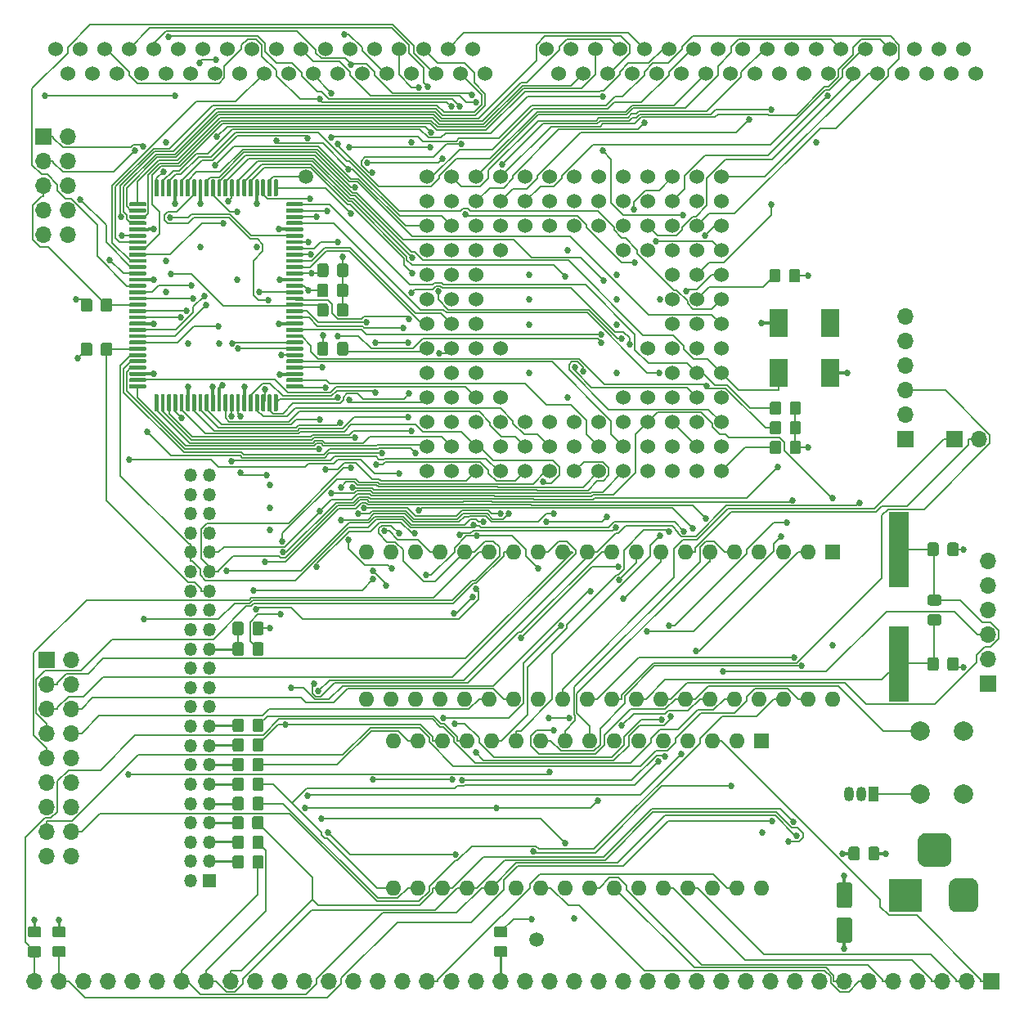
<source format=gbr>
G04 #@! TF.GenerationSoftware,KiCad,Pcbnew,(5.1.5)-3*
G04 #@! TF.CreationDate,2020-06-21T17:55:30-07:00*
G04 #@! TF.ProjectId,CB030 redesign,43423033-3020-4726-9564-657369676e2e,rev?*
G04 #@! TF.SameCoordinates,Original*
G04 #@! TF.FileFunction,Copper,L1,Top*
G04 #@! TF.FilePolarity,Positive*
%FSLAX46Y46*%
G04 Gerber Fmt 4.6, Leading zero omitted, Abs format (unit mm)*
G04 Created by KiCad (PCBNEW (5.1.5)-3) date 2020-06-21 17:55:30*
%MOMM*%
%LPD*%
G04 APERTURE LIST*
%ADD10C,0.100000*%
%ADD11O,1.700000X1.700000*%
%ADD12R,1.700000X1.700000*%
%ADD13C,1.524000*%
%ADD14R,1.350000X1.350000*%
%ADD15O,1.350000X1.350000*%
%ADD16R,3.500000X3.500000*%
%ADD17C,2.000000*%
%ADD18C,1.500000*%
%ADD19R,1.600000X1.600000*%
%ADD20O,1.600000X1.600000*%
%ADD21O,1.050000X1.500000*%
%ADD22R,1.050000X1.500000*%
%ADD23R,1.980000X3.000000*%
%ADD24R,2.000000X7.875000*%
%ADD25C,0.685800*%
%ADD26C,0.304800*%
%ADD27C,0.203200*%
%ADD28C,0.152400*%
%ADD29C,0.254000*%
G04 APERTURE END LIST*
G04 #@! TA.AperFunction,SMDPad,CuDef*
D10*
G36*
X29242559Y-31561489D02*
G01*
X29252421Y-31562952D01*
X29262093Y-31565375D01*
X29271481Y-31568734D01*
X29280494Y-31572997D01*
X29289046Y-31578123D01*
X29297054Y-31584062D01*
X29304442Y-31590758D01*
X29311138Y-31598146D01*
X29317077Y-31606154D01*
X29322203Y-31614706D01*
X29326466Y-31623719D01*
X29329825Y-31633107D01*
X29332248Y-31642779D01*
X29333711Y-31652641D01*
X29334200Y-31662600D01*
X29334200Y-33209400D01*
X29333711Y-33219359D01*
X29332248Y-33229221D01*
X29329825Y-33238893D01*
X29326466Y-33248281D01*
X29322203Y-33257294D01*
X29317077Y-33265846D01*
X29311138Y-33273854D01*
X29304442Y-33281242D01*
X29297054Y-33287938D01*
X29289046Y-33293877D01*
X29280494Y-33299003D01*
X29271481Y-33303266D01*
X29262093Y-33306625D01*
X29252421Y-33309048D01*
X29242559Y-33310511D01*
X29232600Y-33311000D01*
X29029400Y-33311000D01*
X29019441Y-33310511D01*
X29009579Y-33309048D01*
X28999907Y-33306625D01*
X28990519Y-33303266D01*
X28981506Y-33299003D01*
X28972954Y-33293877D01*
X28964946Y-33287938D01*
X28957558Y-33281242D01*
X28950862Y-33273854D01*
X28944923Y-33265846D01*
X28939797Y-33257294D01*
X28935534Y-33248281D01*
X28932175Y-33238893D01*
X28929752Y-33229221D01*
X28928289Y-33219359D01*
X28927800Y-33209400D01*
X28927800Y-31662600D01*
X28928289Y-31652641D01*
X28929752Y-31642779D01*
X28932175Y-31633107D01*
X28935534Y-31623719D01*
X28939797Y-31614706D01*
X28944923Y-31606154D01*
X28950862Y-31598146D01*
X28957558Y-31590758D01*
X28964946Y-31584062D01*
X28972954Y-31578123D01*
X28981506Y-31572997D01*
X28990519Y-31568734D01*
X28999907Y-31565375D01*
X29009579Y-31562952D01*
X29019441Y-31561489D01*
X29029400Y-31561000D01*
X29232600Y-31561000D01*
X29242559Y-31561489D01*
G37*
G04 #@! TD.AperFunction*
G04 #@! TA.AperFunction,SMDPad,CuDef*
G36*
X29892559Y-31561489D02*
G01*
X29902421Y-31562952D01*
X29912093Y-31565375D01*
X29921481Y-31568734D01*
X29930494Y-31572997D01*
X29939046Y-31578123D01*
X29947054Y-31584062D01*
X29954442Y-31590758D01*
X29961138Y-31598146D01*
X29967077Y-31606154D01*
X29972203Y-31614706D01*
X29976466Y-31623719D01*
X29979825Y-31633107D01*
X29982248Y-31642779D01*
X29983711Y-31652641D01*
X29984200Y-31662600D01*
X29984200Y-33209400D01*
X29983711Y-33219359D01*
X29982248Y-33229221D01*
X29979825Y-33238893D01*
X29976466Y-33248281D01*
X29972203Y-33257294D01*
X29967077Y-33265846D01*
X29961138Y-33273854D01*
X29954442Y-33281242D01*
X29947054Y-33287938D01*
X29939046Y-33293877D01*
X29930494Y-33299003D01*
X29921481Y-33303266D01*
X29912093Y-33306625D01*
X29902421Y-33309048D01*
X29892559Y-33310511D01*
X29882600Y-33311000D01*
X29679400Y-33311000D01*
X29669441Y-33310511D01*
X29659579Y-33309048D01*
X29649907Y-33306625D01*
X29640519Y-33303266D01*
X29631506Y-33299003D01*
X29622954Y-33293877D01*
X29614946Y-33287938D01*
X29607558Y-33281242D01*
X29600862Y-33273854D01*
X29594923Y-33265846D01*
X29589797Y-33257294D01*
X29585534Y-33248281D01*
X29582175Y-33238893D01*
X29579752Y-33229221D01*
X29578289Y-33219359D01*
X29577800Y-33209400D01*
X29577800Y-31662600D01*
X29578289Y-31652641D01*
X29579752Y-31642779D01*
X29582175Y-31633107D01*
X29585534Y-31623719D01*
X29589797Y-31614706D01*
X29594923Y-31606154D01*
X29600862Y-31598146D01*
X29607558Y-31590758D01*
X29614946Y-31584062D01*
X29622954Y-31578123D01*
X29631506Y-31572997D01*
X29640519Y-31568734D01*
X29649907Y-31565375D01*
X29659579Y-31562952D01*
X29669441Y-31561489D01*
X29679400Y-31561000D01*
X29882600Y-31561000D01*
X29892559Y-31561489D01*
G37*
G04 #@! TD.AperFunction*
G04 #@! TA.AperFunction,SMDPad,CuDef*
G36*
X30542559Y-31561489D02*
G01*
X30552421Y-31562952D01*
X30562093Y-31565375D01*
X30571481Y-31568734D01*
X30580494Y-31572997D01*
X30589046Y-31578123D01*
X30597054Y-31584062D01*
X30604442Y-31590758D01*
X30611138Y-31598146D01*
X30617077Y-31606154D01*
X30622203Y-31614706D01*
X30626466Y-31623719D01*
X30629825Y-31633107D01*
X30632248Y-31642779D01*
X30633711Y-31652641D01*
X30634200Y-31662600D01*
X30634200Y-33209400D01*
X30633711Y-33219359D01*
X30632248Y-33229221D01*
X30629825Y-33238893D01*
X30626466Y-33248281D01*
X30622203Y-33257294D01*
X30617077Y-33265846D01*
X30611138Y-33273854D01*
X30604442Y-33281242D01*
X30597054Y-33287938D01*
X30589046Y-33293877D01*
X30580494Y-33299003D01*
X30571481Y-33303266D01*
X30562093Y-33306625D01*
X30552421Y-33309048D01*
X30542559Y-33310511D01*
X30532600Y-33311000D01*
X30329400Y-33311000D01*
X30319441Y-33310511D01*
X30309579Y-33309048D01*
X30299907Y-33306625D01*
X30290519Y-33303266D01*
X30281506Y-33299003D01*
X30272954Y-33293877D01*
X30264946Y-33287938D01*
X30257558Y-33281242D01*
X30250862Y-33273854D01*
X30244923Y-33265846D01*
X30239797Y-33257294D01*
X30235534Y-33248281D01*
X30232175Y-33238893D01*
X30229752Y-33229221D01*
X30228289Y-33219359D01*
X30227800Y-33209400D01*
X30227800Y-31662600D01*
X30228289Y-31652641D01*
X30229752Y-31642779D01*
X30232175Y-31633107D01*
X30235534Y-31623719D01*
X30239797Y-31614706D01*
X30244923Y-31606154D01*
X30250862Y-31598146D01*
X30257558Y-31590758D01*
X30264946Y-31584062D01*
X30272954Y-31578123D01*
X30281506Y-31572997D01*
X30290519Y-31568734D01*
X30299907Y-31565375D01*
X30309579Y-31562952D01*
X30319441Y-31561489D01*
X30329400Y-31561000D01*
X30532600Y-31561000D01*
X30542559Y-31561489D01*
G37*
G04 #@! TD.AperFunction*
G04 #@! TA.AperFunction,SMDPad,CuDef*
G36*
X31192559Y-31561489D02*
G01*
X31202421Y-31562952D01*
X31212093Y-31565375D01*
X31221481Y-31568734D01*
X31230494Y-31572997D01*
X31239046Y-31578123D01*
X31247054Y-31584062D01*
X31254442Y-31590758D01*
X31261138Y-31598146D01*
X31267077Y-31606154D01*
X31272203Y-31614706D01*
X31276466Y-31623719D01*
X31279825Y-31633107D01*
X31282248Y-31642779D01*
X31283711Y-31652641D01*
X31284200Y-31662600D01*
X31284200Y-33209400D01*
X31283711Y-33219359D01*
X31282248Y-33229221D01*
X31279825Y-33238893D01*
X31276466Y-33248281D01*
X31272203Y-33257294D01*
X31267077Y-33265846D01*
X31261138Y-33273854D01*
X31254442Y-33281242D01*
X31247054Y-33287938D01*
X31239046Y-33293877D01*
X31230494Y-33299003D01*
X31221481Y-33303266D01*
X31212093Y-33306625D01*
X31202421Y-33309048D01*
X31192559Y-33310511D01*
X31182600Y-33311000D01*
X30979400Y-33311000D01*
X30969441Y-33310511D01*
X30959579Y-33309048D01*
X30949907Y-33306625D01*
X30940519Y-33303266D01*
X30931506Y-33299003D01*
X30922954Y-33293877D01*
X30914946Y-33287938D01*
X30907558Y-33281242D01*
X30900862Y-33273854D01*
X30894923Y-33265846D01*
X30889797Y-33257294D01*
X30885534Y-33248281D01*
X30882175Y-33238893D01*
X30879752Y-33229221D01*
X30878289Y-33219359D01*
X30877800Y-33209400D01*
X30877800Y-31662600D01*
X30878289Y-31652641D01*
X30879752Y-31642779D01*
X30882175Y-31633107D01*
X30885534Y-31623719D01*
X30889797Y-31614706D01*
X30894923Y-31606154D01*
X30900862Y-31598146D01*
X30907558Y-31590758D01*
X30914946Y-31584062D01*
X30922954Y-31578123D01*
X30931506Y-31572997D01*
X30940519Y-31568734D01*
X30949907Y-31565375D01*
X30959579Y-31562952D01*
X30969441Y-31561489D01*
X30979400Y-31561000D01*
X31182600Y-31561000D01*
X31192559Y-31561489D01*
G37*
G04 #@! TD.AperFunction*
G04 #@! TA.AperFunction,SMDPad,CuDef*
G36*
X31842559Y-31561489D02*
G01*
X31852421Y-31562952D01*
X31862093Y-31565375D01*
X31871481Y-31568734D01*
X31880494Y-31572997D01*
X31889046Y-31578123D01*
X31897054Y-31584062D01*
X31904442Y-31590758D01*
X31911138Y-31598146D01*
X31917077Y-31606154D01*
X31922203Y-31614706D01*
X31926466Y-31623719D01*
X31929825Y-31633107D01*
X31932248Y-31642779D01*
X31933711Y-31652641D01*
X31934200Y-31662600D01*
X31934200Y-33209400D01*
X31933711Y-33219359D01*
X31932248Y-33229221D01*
X31929825Y-33238893D01*
X31926466Y-33248281D01*
X31922203Y-33257294D01*
X31917077Y-33265846D01*
X31911138Y-33273854D01*
X31904442Y-33281242D01*
X31897054Y-33287938D01*
X31889046Y-33293877D01*
X31880494Y-33299003D01*
X31871481Y-33303266D01*
X31862093Y-33306625D01*
X31852421Y-33309048D01*
X31842559Y-33310511D01*
X31832600Y-33311000D01*
X31629400Y-33311000D01*
X31619441Y-33310511D01*
X31609579Y-33309048D01*
X31599907Y-33306625D01*
X31590519Y-33303266D01*
X31581506Y-33299003D01*
X31572954Y-33293877D01*
X31564946Y-33287938D01*
X31557558Y-33281242D01*
X31550862Y-33273854D01*
X31544923Y-33265846D01*
X31539797Y-33257294D01*
X31535534Y-33248281D01*
X31532175Y-33238893D01*
X31529752Y-33229221D01*
X31528289Y-33219359D01*
X31527800Y-33209400D01*
X31527800Y-31662600D01*
X31528289Y-31652641D01*
X31529752Y-31642779D01*
X31532175Y-31633107D01*
X31535534Y-31623719D01*
X31539797Y-31614706D01*
X31544923Y-31606154D01*
X31550862Y-31598146D01*
X31557558Y-31590758D01*
X31564946Y-31584062D01*
X31572954Y-31578123D01*
X31581506Y-31572997D01*
X31590519Y-31568734D01*
X31599907Y-31565375D01*
X31609579Y-31562952D01*
X31619441Y-31561489D01*
X31629400Y-31561000D01*
X31832600Y-31561000D01*
X31842559Y-31561489D01*
G37*
G04 #@! TD.AperFunction*
G04 #@! TA.AperFunction,SMDPad,CuDef*
G36*
X32492559Y-31561489D02*
G01*
X32502421Y-31562952D01*
X32512093Y-31565375D01*
X32521481Y-31568734D01*
X32530494Y-31572997D01*
X32539046Y-31578123D01*
X32547054Y-31584062D01*
X32554442Y-31590758D01*
X32561138Y-31598146D01*
X32567077Y-31606154D01*
X32572203Y-31614706D01*
X32576466Y-31623719D01*
X32579825Y-31633107D01*
X32582248Y-31642779D01*
X32583711Y-31652641D01*
X32584200Y-31662600D01*
X32584200Y-33209400D01*
X32583711Y-33219359D01*
X32582248Y-33229221D01*
X32579825Y-33238893D01*
X32576466Y-33248281D01*
X32572203Y-33257294D01*
X32567077Y-33265846D01*
X32561138Y-33273854D01*
X32554442Y-33281242D01*
X32547054Y-33287938D01*
X32539046Y-33293877D01*
X32530494Y-33299003D01*
X32521481Y-33303266D01*
X32512093Y-33306625D01*
X32502421Y-33309048D01*
X32492559Y-33310511D01*
X32482600Y-33311000D01*
X32279400Y-33311000D01*
X32269441Y-33310511D01*
X32259579Y-33309048D01*
X32249907Y-33306625D01*
X32240519Y-33303266D01*
X32231506Y-33299003D01*
X32222954Y-33293877D01*
X32214946Y-33287938D01*
X32207558Y-33281242D01*
X32200862Y-33273854D01*
X32194923Y-33265846D01*
X32189797Y-33257294D01*
X32185534Y-33248281D01*
X32182175Y-33238893D01*
X32179752Y-33229221D01*
X32178289Y-33219359D01*
X32177800Y-33209400D01*
X32177800Y-31662600D01*
X32178289Y-31652641D01*
X32179752Y-31642779D01*
X32182175Y-31633107D01*
X32185534Y-31623719D01*
X32189797Y-31614706D01*
X32194923Y-31606154D01*
X32200862Y-31598146D01*
X32207558Y-31590758D01*
X32214946Y-31584062D01*
X32222954Y-31578123D01*
X32231506Y-31572997D01*
X32240519Y-31568734D01*
X32249907Y-31565375D01*
X32259579Y-31562952D01*
X32269441Y-31561489D01*
X32279400Y-31561000D01*
X32482600Y-31561000D01*
X32492559Y-31561489D01*
G37*
G04 #@! TD.AperFunction*
G04 #@! TA.AperFunction,SMDPad,CuDef*
G36*
X33142559Y-31561489D02*
G01*
X33152421Y-31562952D01*
X33162093Y-31565375D01*
X33171481Y-31568734D01*
X33180494Y-31572997D01*
X33189046Y-31578123D01*
X33197054Y-31584062D01*
X33204442Y-31590758D01*
X33211138Y-31598146D01*
X33217077Y-31606154D01*
X33222203Y-31614706D01*
X33226466Y-31623719D01*
X33229825Y-31633107D01*
X33232248Y-31642779D01*
X33233711Y-31652641D01*
X33234200Y-31662600D01*
X33234200Y-33209400D01*
X33233711Y-33219359D01*
X33232248Y-33229221D01*
X33229825Y-33238893D01*
X33226466Y-33248281D01*
X33222203Y-33257294D01*
X33217077Y-33265846D01*
X33211138Y-33273854D01*
X33204442Y-33281242D01*
X33197054Y-33287938D01*
X33189046Y-33293877D01*
X33180494Y-33299003D01*
X33171481Y-33303266D01*
X33162093Y-33306625D01*
X33152421Y-33309048D01*
X33142559Y-33310511D01*
X33132600Y-33311000D01*
X32929400Y-33311000D01*
X32919441Y-33310511D01*
X32909579Y-33309048D01*
X32899907Y-33306625D01*
X32890519Y-33303266D01*
X32881506Y-33299003D01*
X32872954Y-33293877D01*
X32864946Y-33287938D01*
X32857558Y-33281242D01*
X32850862Y-33273854D01*
X32844923Y-33265846D01*
X32839797Y-33257294D01*
X32835534Y-33248281D01*
X32832175Y-33238893D01*
X32829752Y-33229221D01*
X32828289Y-33219359D01*
X32827800Y-33209400D01*
X32827800Y-31662600D01*
X32828289Y-31652641D01*
X32829752Y-31642779D01*
X32832175Y-31633107D01*
X32835534Y-31623719D01*
X32839797Y-31614706D01*
X32844923Y-31606154D01*
X32850862Y-31598146D01*
X32857558Y-31590758D01*
X32864946Y-31584062D01*
X32872954Y-31578123D01*
X32881506Y-31572997D01*
X32890519Y-31568734D01*
X32899907Y-31565375D01*
X32909579Y-31562952D01*
X32919441Y-31561489D01*
X32929400Y-31561000D01*
X33132600Y-31561000D01*
X33142559Y-31561489D01*
G37*
G04 #@! TD.AperFunction*
G04 #@! TA.AperFunction,SMDPad,CuDef*
G36*
X33792559Y-31561489D02*
G01*
X33802421Y-31562952D01*
X33812093Y-31565375D01*
X33821481Y-31568734D01*
X33830494Y-31572997D01*
X33839046Y-31578123D01*
X33847054Y-31584062D01*
X33854442Y-31590758D01*
X33861138Y-31598146D01*
X33867077Y-31606154D01*
X33872203Y-31614706D01*
X33876466Y-31623719D01*
X33879825Y-31633107D01*
X33882248Y-31642779D01*
X33883711Y-31652641D01*
X33884200Y-31662600D01*
X33884200Y-33209400D01*
X33883711Y-33219359D01*
X33882248Y-33229221D01*
X33879825Y-33238893D01*
X33876466Y-33248281D01*
X33872203Y-33257294D01*
X33867077Y-33265846D01*
X33861138Y-33273854D01*
X33854442Y-33281242D01*
X33847054Y-33287938D01*
X33839046Y-33293877D01*
X33830494Y-33299003D01*
X33821481Y-33303266D01*
X33812093Y-33306625D01*
X33802421Y-33309048D01*
X33792559Y-33310511D01*
X33782600Y-33311000D01*
X33579400Y-33311000D01*
X33569441Y-33310511D01*
X33559579Y-33309048D01*
X33549907Y-33306625D01*
X33540519Y-33303266D01*
X33531506Y-33299003D01*
X33522954Y-33293877D01*
X33514946Y-33287938D01*
X33507558Y-33281242D01*
X33500862Y-33273854D01*
X33494923Y-33265846D01*
X33489797Y-33257294D01*
X33485534Y-33248281D01*
X33482175Y-33238893D01*
X33479752Y-33229221D01*
X33478289Y-33219359D01*
X33477800Y-33209400D01*
X33477800Y-31662600D01*
X33478289Y-31652641D01*
X33479752Y-31642779D01*
X33482175Y-31633107D01*
X33485534Y-31623719D01*
X33489797Y-31614706D01*
X33494923Y-31606154D01*
X33500862Y-31598146D01*
X33507558Y-31590758D01*
X33514946Y-31584062D01*
X33522954Y-31578123D01*
X33531506Y-31572997D01*
X33540519Y-31568734D01*
X33549907Y-31565375D01*
X33559579Y-31562952D01*
X33569441Y-31561489D01*
X33579400Y-31561000D01*
X33782600Y-31561000D01*
X33792559Y-31561489D01*
G37*
G04 #@! TD.AperFunction*
G04 #@! TA.AperFunction,SMDPad,CuDef*
G36*
X34442559Y-31561489D02*
G01*
X34452421Y-31562952D01*
X34462093Y-31565375D01*
X34471481Y-31568734D01*
X34480494Y-31572997D01*
X34489046Y-31578123D01*
X34497054Y-31584062D01*
X34504442Y-31590758D01*
X34511138Y-31598146D01*
X34517077Y-31606154D01*
X34522203Y-31614706D01*
X34526466Y-31623719D01*
X34529825Y-31633107D01*
X34532248Y-31642779D01*
X34533711Y-31652641D01*
X34534200Y-31662600D01*
X34534200Y-33209400D01*
X34533711Y-33219359D01*
X34532248Y-33229221D01*
X34529825Y-33238893D01*
X34526466Y-33248281D01*
X34522203Y-33257294D01*
X34517077Y-33265846D01*
X34511138Y-33273854D01*
X34504442Y-33281242D01*
X34497054Y-33287938D01*
X34489046Y-33293877D01*
X34480494Y-33299003D01*
X34471481Y-33303266D01*
X34462093Y-33306625D01*
X34452421Y-33309048D01*
X34442559Y-33310511D01*
X34432600Y-33311000D01*
X34229400Y-33311000D01*
X34219441Y-33310511D01*
X34209579Y-33309048D01*
X34199907Y-33306625D01*
X34190519Y-33303266D01*
X34181506Y-33299003D01*
X34172954Y-33293877D01*
X34164946Y-33287938D01*
X34157558Y-33281242D01*
X34150862Y-33273854D01*
X34144923Y-33265846D01*
X34139797Y-33257294D01*
X34135534Y-33248281D01*
X34132175Y-33238893D01*
X34129752Y-33229221D01*
X34128289Y-33219359D01*
X34127800Y-33209400D01*
X34127800Y-31662600D01*
X34128289Y-31652641D01*
X34129752Y-31642779D01*
X34132175Y-31633107D01*
X34135534Y-31623719D01*
X34139797Y-31614706D01*
X34144923Y-31606154D01*
X34150862Y-31598146D01*
X34157558Y-31590758D01*
X34164946Y-31584062D01*
X34172954Y-31578123D01*
X34181506Y-31572997D01*
X34190519Y-31568734D01*
X34199907Y-31565375D01*
X34209579Y-31562952D01*
X34219441Y-31561489D01*
X34229400Y-31561000D01*
X34432600Y-31561000D01*
X34442559Y-31561489D01*
G37*
G04 #@! TD.AperFunction*
G04 #@! TA.AperFunction,SMDPad,CuDef*
G36*
X35092559Y-31561489D02*
G01*
X35102421Y-31562952D01*
X35112093Y-31565375D01*
X35121481Y-31568734D01*
X35130494Y-31572997D01*
X35139046Y-31578123D01*
X35147054Y-31584062D01*
X35154442Y-31590758D01*
X35161138Y-31598146D01*
X35167077Y-31606154D01*
X35172203Y-31614706D01*
X35176466Y-31623719D01*
X35179825Y-31633107D01*
X35182248Y-31642779D01*
X35183711Y-31652641D01*
X35184200Y-31662600D01*
X35184200Y-33209400D01*
X35183711Y-33219359D01*
X35182248Y-33229221D01*
X35179825Y-33238893D01*
X35176466Y-33248281D01*
X35172203Y-33257294D01*
X35167077Y-33265846D01*
X35161138Y-33273854D01*
X35154442Y-33281242D01*
X35147054Y-33287938D01*
X35139046Y-33293877D01*
X35130494Y-33299003D01*
X35121481Y-33303266D01*
X35112093Y-33306625D01*
X35102421Y-33309048D01*
X35092559Y-33310511D01*
X35082600Y-33311000D01*
X34879400Y-33311000D01*
X34869441Y-33310511D01*
X34859579Y-33309048D01*
X34849907Y-33306625D01*
X34840519Y-33303266D01*
X34831506Y-33299003D01*
X34822954Y-33293877D01*
X34814946Y-33287938D01*
X34807558Y-33281242D01*
X34800862Y-33273854D01*
X34794923Y-33265846D01*
X34789797Y-33257294D01*
X34785534Y-33248281D01*
X34782175Y-33238893D01*
X34779752Y-33229221D01*
X34778289Y-33219359D01*
X34777800Y-33209400D01*
X34777800Y-31662600D01*
X34778289Y-31652641D01*
X34779752Y-31642779D01*
X34782175Y-31633107D01*
X34785534Y-31623719D01*
X34789797Y-31614706D01*
X34794923Y-31606154D01*
X34800862Y-31598146D01*
X34807558Y-31590758D01*
X34814946Y-31584062D01*
X34822954Y-31578123D01*
X34831506Y-31572997D01*
X34840519Y-31568734D01*
X34849907Y-31565375D01*
X34859579Y-31562952D01*
X34869441Y-31561489D01*
X34879400Y-31561000D01*
X35082600Y-31561000D01*
X35092559Y-31561489D01*
G37*
G04 #@! TD.AperFunction*
G04 #@! TA.AperFunction,SMDPad,CuDef*
G36*
X35742559Y-31561489D02*
G01*
X35752421Y-31562952D01*
X35762093Y-31565375D01*
X35771481Y-31568734D01*
X35780494Y-31572997D01*
X35789046Y-31578123D01*
X35797054Y-31584062D01*
X35804442Y-31590758D01*
X35811138Y-31598146D01*
X35817077Y-31606154D01*
X35822203Y-31614706D01*
X35826466Y-31623719D01*
X35829825Y-31633107D01*
X35832248Y-31642779D01*
X35833711Y-31652641D01*
X35834200Y-31662600D01*
X35834200Y-33209400D01*
X35833711Y-33219359D01*
X35832248Y-33229221D01*
X35829825Y-33238893D01*
X35826466Y-33248281D01*
X35822203Y-33257294D01*
X35817077Y-33265846D01*
X35811138Y-33273854D01*
X35804442Y-33281242D01*
X35797054Y-33287938D01*
X35789046Y-33293877D01*
X35780494Y-33299003D01*
X35771481Y-33303266D01*
X35762093Y-33306625D01*
X35752421Y-33309048D01*
X35742559Y-33310511D01*
X35732600Y-33311000D01*
X35529400Y-33311000D01*
X35519441Y-33310511D01*
X35509579Y-33309048D01*
X35499907Y-33306625D01*
X35490519Y-33303266D01*
X35481506Y-33299003D01*
X35472954Y-33293877D01*
X35464946Y-33287938D01*
X35457558Y-33281242D01*
X35450862Y-33273854D01*
X35444923Y-33265846D01*
X35439797Y-33257294D01*
X35435534Y-33248281D01*
X35432175Y-33238893D01*
X35429752Y-33229221D01*
X35428289Y-33219359D01*
X35427800Y-33209400D01*
X35427800Y-31662600D01*
X35428289Y-31652641D01*
X35429752Y-31642779D01*
X35432175Y-31633107D01*
X35435534Y-31623719D01*
X35439797Y-31614706D01*
X35444923Y-31606154D01*
X35450862Y-31598146D01*
X35457558Y-31590758D01*
X35464946Y-31584062D01*
X35472954Y-31578123D01*
X35481506Y-31572997D01*
X35490519Y-31568734D01*
X35499907Y-31565375D01*
X35509579Y-31562952D01*
X35519441Y-31561489D01*
X35529400Y-31561000D01*
X35732600Y-31561000D01*
X35742559Y-31561489D01*
G37*
G04 #@! TD.AperFunction*
G04 #@! TA.AperFunction,SMDPad,CuDef*
G36*
X36392559Y-31561489D02*
G01*
X36402421Y-31562952D01*
X36412093Y-31565375D01*
X36421481Y-31568734D01*
X36430494Y-31572997D01*
X36439046Y-31578123D01*
X36447054Y-31584062D01*
X36454442Y-31590758D01*
X36461138Y-31598146D01*
X36467077Y-31606154D01*
X36472203Y-31614706D01*
X36476466Y-31623719D01*
X36479825Y-31633107D01*
X36482248Y-31642779D01*
X36483711Y-31652641D01*
X36484200Y-31662600D01*
X36484200Y-33209400D01*
X36483711Y-33219359D01*
X36482248Y-33229221D01*
X36479825Y-33238893D01*
X36476466Y-33248281D01*
X36472203Y-33257294D01*
X36467077Y-33265846D01*
X36461138Y-33273854D01*
X36454442Y-33281242D01*
X36447054Y-33287938D01*
X36439046Y-33293877D01*
X36430494Y-33299003D01*
X36421481Y-33303266D01*
X36412093Y-33306625D01*
X36402421Y-33309048D01*
X36392559Y-33310511D01*
X36382600Y-33311000D01*
X36179400Y-33311000D01*
X36169441Y-33310511D01*
X36159579Y-33309048D01*
X36149907Y-33306625D01*
X36140519Y-33303266D01*
X36131506Y-33299003D01*
X36122954Y-33293877D01*
X36114946Y-33287938D01*
X36107558Y-33281242D01*
X36100862Y-33273854D01*
X36094923Y-33265846D01*
X36089797Y-33257294D01*
X36085534Y-33248281D01*
X36082175Y-33238893D01*
X36079752Y-33229221D01*
X36078289Y-33219359D01*
X36077800Y-33209400D01*
X36077800Y-31662600D01*
X36078289Y-31652641D01*
X36079752Y-31642779D01*
X36082175Y-31633107D01*
X36085534Y-31623719D01*
X36089797Y-31614706D01*
X36094923Y-31606154D01*
X36100862Y-31598146D01*
X36107558Y-31590758D01*
X36114946Y-31584062D01*
X36122954Y-31578123D01*
X36131506Y-31572997D01*
X36140519Y-31568734D01*
X36149907Y-31565375D01*
X36159579Y-31562952D01*
X36169441Y-31561489D01*
X36179400Y-31561000D01*
X36382600Y-31561000D01*
X36392559Y-31561489D01*
G37*
G04 #@! TD.AperFunction*
G04 #@! TA.AperFunction,SMDPad,CuDef*
G36*
X37042559Y-31561489D02*
G01*
X37052421Y-31562952D01*
X37062093Y-31565375D01*
X37071481Y-31568734D01*
X37080494Y-31572997D01*
X37089046Y-31578123D01*
X37097054Y-31584062D01*
X37104442Y-31590758D01*
X37111138Y-31598146D01*
X37117077Y-31606154D01*
X37122203Y-31614706D01*
X37126466Y-31623719D01*
X37129825Y-31633107D01*
X37132248Y-31642779D01*
X37133711Y-31652641D01*
X37134200Y-31662600D01*
X37134200Y-33209400D01*
X37133711Y-33219359D01*
X37132248Y-33229221D01*
X37129825Y-33238893D01*
X37126466Y-33248281D01*
X37122203Y-33257294D01*
X37117077Y-33265846D01*
X37111138Y-33273854D01*
X37104442Y-33281242D01*
X37097054Y-33287938D01*
X37089046Y-33293877D01*
X37080494Y-33299003D01*
X37071481Y-33303266D01*
X37062093Y-33306625D01*
X37052421Y-33309048D01*
X37042559Y-33310511D01*
X37032600Y-33311000D01*
X36829400Y-33311000D01*
X36819441Y-33310511D01*
X36809579Y-33309048D01*
X36799907Y-33306625D01*
X36790519Y-33303266D01*
X36781506Y-33299003D01*
X36772954Y-33293877D01*
X36764946Y-33287938D01*
X36757558Y-33281242D01*
X36750862Y-33273854D01*
X36744923Y-33265846D01*
X36739797Y-33257294D01*
X36735534Y-33248281D01*
X36732175Y-33238893D01*
X36729752Y-33229221D01*
X36728289Y-33219359D01*
X36727800Y-33209400D01*
X36727800Y-31662600D01*
X36728289Y-31652641D01*
X36729752Y-31642779D01*
X36732175Y-31633107D01*
X36735534Y-31623719D01*
X36739797Y-31614706D01*
X36744923Y-31606154D01*
X36750862Y-31598146D01*
X36757558Y-31590758D01*
X36764946Y-31584062D01*
X36772954Y-31578123D01*
X36781506Y-31572997D01*
X36790519Y-31568734D01*
X36799907Y-31565375D01*
X36809579Y-31562952D01*
X36819441Y-31561489D01*
X36829400Y-31561000D01*
X37032600Y-31561000D01*
X37042559Y-31561489D01*
G37*
G04 #@! TD.AperFunction*
G04 #@! TA.AperFunction,SMDPad,CuDef*
G36*
X37692559Y-31561489D02*
G01*
X37702421Y-31562952D01*
X37712093Y-31565375D01*
X37721481Y-31568734D01*
X37730494Y-31572997D01*
X37739046Y-31578123D01*
X37747054Y-31584062D01*
X37754442Y-31590758D01*
X37761138Y-31598146D01*
X37767077Y-31606154D01*
X37772203Y-31614706D01*
X37776466Y-31623719D01*
X37779825Y-31633107D01*
X37782248Y-31642779D01*
X37783711Y-31652641D01*
X37784200Y-31662600D01*
X37784200Y-33209400D01*
X37783711Y-33219359D01*
X37782248Y-33229221D01*
X37779825Y-33238893D01*
X37776466Y-33248281D01*
X37772203Y-33257294D01*
X37767077Y-33265846D01*
X37761138Y-33273854D01*
X37754442Y-33281242D01*
X37747054Y-33287938D01*
X37739046Y-33293877D01*
X37730494Y-33299003D01*
X37721481Y-33303266D01*
X37712093Y-33306625D01*
X37702421Y-33309048D01*
X37692559Y-33310511D01*
X37682600Y-33311000D01*
X37479400Y-33311000D01*
X37469441Y-33310511D01*
X37459579Y-33309048D01*
X37449907Y-33306625D01*
X37440519Y-33303266D01*
X37431506Y-33299003D01*
X37422954Y-33293877D01*
X37414946Y-33287938D01*
X37407558Y-33281242D01*
X37400862Y-33273854D01*
X37394923Y-33265846D01*
X37389797Y-33257294D01*
X37385534Y-33248281D01*
X37382175Y-33238893D01*
X37379752Y-33229221D01*
X37378289Y-33219359D01*
X37377800Y-33209400D01*
X37377800Y-31662600D01*
X37378289Y-31652641D01*
X37379752Y-31642779D01*
X37382175Y-31633107D01*
X37385534Y-31623719D01*
X37389797Y-31614706D01*
X37394923Y-31606154D01*
X37400862Y-31598146D01*
X37407558Y-31590758D01*
X37414946Y-31584062D01*
X37422954Y-31578123D01*
X37431506Y-31572997D01*
X37440519Y-31568734D01*
X37449907Y-31565375D01*
X37459579Y-31562952D01*
X37469441Y-31561489D01*
X37479400Y-31561000D01*
X37682600Y-31561000D01*
X37692559Y-31561489D01*
G37*
G04 #@! TD.AperFunction*
G04 #@! TA.AperFunction,SMDPad,CuDef*
G36*
X38342559Y-31561489D02*
G01*
X38352421Y-31562952D01*
X38362093Y-31565375D01*
X38371481Y-31568734D01*
X38380494Y-31572997D01*
X38389046Y-31578123D01*
X38397054Y-31584062D01*
X38404442Y-31590758D01*
X38411138Y-31598146D01*
X38417077Y-31606154D01*
X38422203Y-31614706D01*
X38426466Y-31623719D01*
X38429825Y-31633107D01*
X38432248Y-31642779D01*
X38433711Y-31652641D01*
X38434200Y-31662600D01*
X38434200Y-33209400D01*
X38433711Y-33219359D01*
X38432248Y-33229221D01*
X38429825Y-33238893D01*
X38426466Y-33248281D01*
X38422203Y-33257294D01*
X38417077Y-33265846D01*
X38411138Y-33273854D01*
X38404442Y-33281242D01*
X38397054Y-33287938D01*
X38389046Y-33293877D01*
X38380494Y-33299003D01*
X38371481Y-33303266D01*
X38362093Y-33306625D01*
X38352421Y-33309048D01*
X38342559Y-33310511D01*
X38332600Y-33311000D01*
X38129400Y-33311000D01*
X38119441Y-33310511D01*
X38109579Y-33309048D01*
X38099907Y-33306625D01*
X38090519Y-33303266D01*
X38081506Y-33299003D01*
X38072954Y-33293877D01*
X38064946Y-33287938D01*
X38057558Y-33281242D01*
X38050862Y-33273854D01*
X38044923Y-33265846D01*
X38039797Y-33257294D01*
X38035534Y-33248281D01*
X38032175Y-33238893D01*
X38029752Y-33229221D01*
X38028289Y-33219359D01*
X38027800Y-33209400D01*
X38027800Y-31662600D01*
X38028289Y-31652641D01*
X38029752Y-31642779D01*
X38032175Y-31633107D01*
X38035534Y-31623719D01*
X38039797Y-31614706D01*
X38044923Y-31606154D01*
X38050862Y-31598146D01*
X38057558Y-31590758D01*
X38064946Y-31584062D01*
X38072954Y-31578123D01*
X38081506Y-31572997D01*
X38090519Y-31568734D01*
X38099907Y-31565375D01*
X38109579Y-31562952D01*
X38119441Y-31561489D01*
X38129400Y-31561000D01*
X38332600Y-31561000D01*
X38342559Y-31561489D01*
G37*
G04 #@! TD.AperFunction*
G04 #@! TA.AperFunction,SMDPad,CuDef*
G36*
X38992559Y-31561489D02*
G01*
X39002421Y-31562952D01*
X39012093Y-31565375D01*
X39021481Y-31568734D01*
X39030494Y-31572997D01*
X39039046Y-31578123D01*
X39047054Y-31584062D01*
X39054442Y-31590758D01*
X39061138Y-31598146D01*
X39067077Y-31606154D01*
X39072203Y-31614706D01*
X39076466Y-31623719D01*
X39079825Y-31633107D01*
X39082248Y-31642779D01*
X39083711Y-31652641D01*
X39084200Y-31662600D01*
X39084200Y-33209400D01*
X39083711Y-33219359D01*
X39082248Y-33229221D01*
X39079825Y-33238893D01*
X39076466Y-33248281D01*
X39072203Y-33257294D01*
X39067077Y-33265846D01*
X39061138Y-33273854D01*
X39054442Y-33281242D01*
X39047054Y-33287938D01*
X39039046Y-33293877D01*
X39030494Y-33299003D01*
X39021481Y-33303266D01*
X39012093Y-33306625D01*
X39002421Y-33309048D01*
X38992559Y-33310511D01*
X38982600Y-33311000D01*
X38779400Y-33311000D01*
X38769441Y-33310511D01*
X38759579Y-33309048D01*
X38749907Y-33306625D01*
X38740519Y-33303266D01*
X38731506Y-33299003D01*
X38722954Y-33293877D01*
X38714946Y-33287938D01*
X38707558Y-33281242D01*
X38700862Y-33273854D01*
X38694923Y-33265846D01*
X38689797Y-33257294D01*
X38685534Y-33248281D01*
X38682175Y-33238893D01*
X38679752Y-33229221D01*
X38678289Y-33219359D01*
X38677800Y-33209400D01*
X38677800Y-31662600D01*
X38678289Y-31652641D01*
X38679752Y-31642779D01*
X38682175Y-31633107D01*
X38685534Y-31623719D01*
X38689797Y-31614706D01*
X38694923Y-31606154D01*
X38700862Y-31598146D01*
X38707558Y-31590758D01*
X38714946Y-31584062D01*
X38722954Y-31578123D01*
X38731506Y-31572997D01*
X38740519Y-31568734D01*
X38749907Y-31565375D01*
X38759579Y-31562952D01*
X38769441Y-31561489D01*
X38779400Y-31561000D01*
X38982600Y-31561000D01*
X38992559Y-31561489D01*
G37*
G04 #@! TD.AperFunction*
G04 #@! TA.AperFunction,SMDPad,CuDef*
G36*
X39642559Y-31561489D02*
G01*
X39652421Y-31562952D01*
X39662093Y-31565375D01*
X39671481Y-31568734D01*
X39680494Y-31572997D01*
X39689046Y-31578123D01*
X39697054Y-31584062D01*
X39704442Y-31590758D01*
X39711138Y-31598146D01*
X39717077Y-31606154D01*
X39722203Y-31614706D01*
X39726466Y-31623719D01*
X39729825Y-31633107D01*
X39732248Y-31642779D01*
X39733711Y-31652641D01*
X39734200Y-31662600D01*
X39734200Y-33209400D01*
X39733711Y-33219359D01*
X39732248Y-33229221D01*
X39729825Y-33238893D01*
X39726466Y-33248281D01*
X39722203Y-33257294D01*
X39717077Y-33265846D01*
X39711138Y-33273854D01*
X39704442Y-33281242D01*
X39697054Y-33287938D01*
X39689046Y-33293877D01*
X39680494Y-33299003D01*
X39671481Y-33303266D01*
X39662093Y-33306625D01*
X39652421Y-33309048D01*
X39642559Y-33310511D01*
X39632600Y-33311000D01*
X39429400Y-33311000D01*
X39419441Y-33310511D01*
X39409579Y-33309048D01*
X39399907Y-33306625D01*
X39390519Y-33303266D01*
X39381506Y-33299003D01*
X39372954Y-33293877D01*
X39364946Y-33287938D01*
X39357558Y-33281242D01*
X39350862Y-33273854D01*
X39344923Y-33265846D01*
X39339797Y-33257294D01*
X39335534Y-33248281D01*
X39332175Y-33238893D01*
X39329752Y-33229221D01*
X39328289Y-33219359D01*
X39327800Y-33209400D01*
X39327800Y-31662600D01*
X39328289Y-31652641D01*
X39329752Y-31642779D01*
X39332175Y-31633107D01*
X39335534Y-31623719D01*
X39339797Y-31614706D01*
X39344923Y-31606154D01*
X39350862Y-31598146D01*
X39357558Y-31590758D01*
X39364946Y-31584062D01*
X39372954Y-31578123D01*
X39381506Y-31572997D01*
X39390519Y-31568734D01*
X39399907Y-31565375D01*
X39409579Y-31562952D01*
X39419441Y-31561489D01*
X39429400Y-31561000D01*
X39632600Y-31561000D01*
X39642559Y-31561489D01*
G37*
G04 #@! TD.AperFunction*
G04 #@! TA.AperFunction,SMDPad,CuDef*
G36*
X40292559Y-31561489D02*
G01*
X40302421Y-31562952D01*
X40312093Y-31565375D01*
X40321481Y-31568734D01*
X40330494Y-31572997D01*
X40339046Y-31578123D01*
X40347054Y-31584062D01*
X40354442Y-31590758D01*
X40361138Y-31598146D01*
X40367077Y-31606154D01*
X40372203Y-31614706D01*
X40376466Y-31623719D01*
X40379825Y-31633107D01*
X40382248Y-31642779D01*
X40383711Y-31652641D01*
X40384200Y-31662600D01*
X40384200Y-33209400D01*
X40383711Y-33219359D01*
X40382248Y-33229221D01*
X40379825Y-33238893D01*
X40376466Y-33248281D01*
X40372203Y-33257294D01*
X40367077Y-33265846D01*
X40361138Y-33273854D01*
X40354442Y-33281242D01*
X40347054Y-33287938D01*
X40339046Y-33293877D01*
X40330494Y-33299003D01*
X40321481Y-33303266D01*
X40312093Y-33306625D01*
X40302421Y-33309048D01*
X40292559Y-33310511D01*
X40282600Y-33311000D01*
X40079400Y-33311000D01*
X40069441Y-33310511D01*
X40059579Y-33309048D01*
X40049907Y-33306625D01*
X40040519Y-33303266D01*
X40031506Y-33299003D01*
X40022954Y-33293877D01*
X40014946Y-33287938D01*
X40007558Y-33281242D01*
X40000862Y-33273854D01*
X39994923Y-33265846D01*
X39989797Y-33257294D01*
X39985534Y-33248281D01*
X39982175Y-33238893D01*
X39979752Y-33229221D01*
X39978289Y-33219359D01*
X39977800Y-33209400D01*
X39977800Y-31662600D01*
X39978289Y-31652641D01*
X39979752Y-31642779D01*
X39982175Y-31633107D01*
X39985534Y-31623719D01*
X39989797Y-31614706D01*
X39994923Y-31606154D01*
X40000862Y-31598146D01*
X40007558Y-31590758D01*
X40014946Y-31584062D01*
X40022954Y-31578123D01*
X40031506Y-31572997D01*
X40040519Y-31568734D01*
X40049907Y-31565375D01*
X40059579Y-31562952D01*
X40069441Y-31561489D01*
X40079400Y-31561000D01*
X40282600Y-31561000D01*
X40292559Y-31561489D01*
G37*
G04 #@! TD.AperFunction*
G04 #@! TA.AperFunction,SMDPad,CuDef*
G36*
X40942559Y-31561489D02*
G01*
X40952421Y-31562952D01*
X40962093Y-31565375D01*
X40971481Y-31568734D01*
X40980494Y-31572997D01*
X40989046Y-31578123D01*
X40997054Y-31584062D01*
X41004442Y-31590758D01*
X41011138Y-31598146D01*
X41017077Y-31606154D01*
X41022203Y-31614706D01*
X41026466Y-31623719D01*
X41029825Y-31633107D01*
X41032248Y-31642779D01*
X41033711Y-31652641D01*
X41034200Y-31662600D01*
X41034200Y-33209400D01*
X41033711Y-33219359D01*
X41032248Y-33229221D01*
X41029825Y-33238893D01*
X41026466Y-33248281D01*
X41022203Y-33257294D01*
X41017077Y-33265846D01*
X41011138Y-33273854D01*
X41004442Y-33281242D01*
X40997054Y-33287938D01*
X40989046Y-33293877D01*
X40980494Y-33299003D01*
X40971481Y-33303266D01*
X40962093Y-33306625D01*
X40952421Y-33309048D01*
X40942559Y-33310511D01*
X40932600Y-33311000D01*
X40729400Y-33311000D01*
X40719441Y-33310511D01*
X40709579Y-33309048D01*
X40699907Y-33306625D01*
X40690519Y-33303266D01*
X40681506Y-33299003D01*
X40672954Y-33293877D01*
X40664946Y-33287938D01*
X40657558Y-33281242D01*
X40650862Y-33273854D01*
X40644923Y-33265846D01*
X40639797Y-33257294D01*
X40635534Y-33248281D01*
X40632175Y-33238893D01*
X40629752Y-33229221D01*
X40628289Y-33219359D01*
X40627800Y-33209400D01*
X40627800Y-31662600D01*
X40628289Y-31652641D01*
X40629752Y-31642779D01*
X40632175Y-31633107D01*
X40635534Y-31623719D01*
X40639797Y-31614706D01*
X40644923Y-31606154D01*
X40650862Y-31598146D01*
X40657558Y-31590758D01*
X40664946Y-31584062D01*
X40672954Y-31578123D01*
X40681506Y-31572997D01*
X40690519Y-31568734D01*
X40699907Y-31565375D01*
X40709579Y-31562952D01*
X40719441Y-31561489D01*
X40729400Y-31561000D01*
X40932600Y-31561000D01*
X40942559Y-31561489D01*
G37*
G04 #@! TD.AperFunction*
G04 #@! TA.AperFunction,SMDPad,CuDef*
G36*
X41592559Y-31561489D02*
G01*
X41602421Y-31562952D01*
X41612093Y-31565375D01*
X41621481Y-31568734D01*
X41630494Y-31572997D01*
X41639046Y-31578123D01*
X41647054Y-31584062D01*
X41654442Y-31590758D01*
X41661138Y-31598146D01*
X41667077Y-31606154D01*
X41672203Y-31614706D01*
X41676466Y-31623719D01*
X41679825Y-31633107D01*
X41682248Y-31642779D01*
X41683711Y-31652641D01*
X41684200Y-31662600D01*
X41684200Y-33209400D01*
X41683711Y-33219359D01*
X41682248Y-33229221D01*
X41679825Y-33238893D01*
X41676466Y-33248281D01*
X41672203Y-33257294D01*
X41667077Y-33265846D01*
X41661138Y-33273854D01*
X41654442Y-33281242D01*
X41647054Y-33287938D01*
X41639046Y-33293877D01*
X41630494Y-33299003D01*
X41621481Y-33303266D01*
X41612093Y-33306625D01*
X41602421Y-33309048D01*
X41592559Y-33310511D01*
X41582600Y-33311000D01*
X41379400Y-33311000D01*
X41369441Y-33310511D01*
X41359579Y-33309048D01*
X41349907Y-33306625D01*
X41340519Y-33303266D01*
X41331506Y-33299003D01*
X41322954Y-33293877D01*
X41314946Y-33287938D01*
X41307558Y-33281242D01*
X41300862Y-33273854D01*
X41294923Y-33265846D01*
X41289797Y-33257294D01*
X41285534Y-33248281D01*
X41282175Y-33238893D01*
X41279752Y-33229221D01*
X41278289Y-33219359D01*
X41277800Y-33209400D01*
X41277800Y-31662600D01*
X41278289Y-31652641D01*
X41279752Y-31642779D01*
X41282175Y-31633107D01*
X41285534Y-31623719D01*
X41289797Y-31614706D01*
X41294923Y-31606154D01*
X41300862Y-31598146D01*
X41307558Y-31590758D01*
X41314946Y-31584062D01*
X41322954Y-31578123D01*
X41331506Y-31572997D01*
X41340519Y-31568734D01*
X41349907Y-31565375D01*
X41359579Y-31562952D01*
X41369441Y-31561489D01*
X41379400Y-31561000D01*
X41582600Y-31561000D01*
X41592559Y-31561489D01*
G37*
G04 #@! TD.AperFunction*
G04 #@! TA.AperFunction,SMDPad,CuDef*
G36*
X44214359Y-33933289D02*
G01*
X44224221Y-33934752D01*
X44233893Y-33937175D01*
X44243281Y-33940534D01*
X44252294Y-33944797D01*
X44260846Y-33949923D01*
X44268854Y-33955862D01*
X44276242Y-33962558D01*
X44282938Y-33969946D01*
X44288877Y-33977954D01*
X44294003Y-33986506D01*
X44298266Y-33995519D01*
X44301625Y-34004907D01*
X44304048Y-34014579D01*
X44305511Y-34024441D01*
X44306000Y-34034400D01*
X44306000Y-34237600D01*
X44305511Y-34247559D01*
X44304048Y-34257421D01*
X44301625Y-34267093D01*
X44298266Y-34276481D01*
X44294003Y-34285494D01*
X44288877Y-34294046D01*
X44282938Y-34302054D01*
X44276242Y-34309442D01*
X44268854Y-34316138D01*
X44260846Y-34322077D01*
X44252294Y-34327203D01*
X44243281Y-34331466D01*
X44233893Y-34334825D01*
X44224221Y-34337248D01*
X44214359Y-34338711D01*
X44204400Y-34339200D01*
X42657600Y-34339200D01*
X42647641Y-34338711D01*
X42637779Y-34337248D01*
X42628107Y-34334825D01*
X42618719Y-34331466D01*
X42609706Y-34327203D01*
X42601154Y-34322077D01*
X42593146Y-34316138D01*
X42585758Y-34309442D01*
X42579062Y-34302054D01*
X42573123Y-34294046D01*
X42567997Y-34285494D01*
X42563734Y-34276481D01*
X42560375Y-34267093D01*
X42557952Y-34257421D01*
X42556489Y-34247559D01*
X42556000Y-34237600D01*
X42556000Y-34034400D01*
X42556489Y-34024441D01*
X42557952Y-34014579D01*
X42560375Y-34004907D01*
X42563734Y-33995519D01*
X42567997Y-33986506D01*
X42573123Y-33977954D01*
X42579062Y-33969946D01*
X42585758Y-33962558D01*
X42593146Y-33955862D01*
X42601154Y-33949923D01*
X42609706Y-33944797D01*
X42618719Y-33940534D01*
X42628107Y-33937175D01*
X42637779Y-33934752D01*
X42647641Y-33933289D01*
X42657600Y-33932800D01*
X44204400Y-33932800D01*
X44214359Y-33933289D01*
G37*
G04 #@! TD.AperFunction*
G04 #@! TA.AperFunction,SMDPad,CuDef*
G36*
X44214359Y-34583289D02*
G01*
X44224221Y-34584752D01*
X44233893Y-34587175D01*
X44243281Y-34590534D01*
X44252294Y-34594797D01*
X44260846Y-34599923D01*
X44268854Y-34605862D01*
X44276242Y-34612558D01*
X44282938Y-34619946D01*
X44288877Y-34627954D01*
X44294003Y-34636506D01*
X44298266Y-34645519D01*
X44301625Y-34654907D01*
X44304048Y-34664579D01*
X44305511Y-34674441D01*
X44306000Y-34684400D01*
X44306000Y-34887600D01*
X44305511Y-34897559D01*
X44304048Y-34907421D01*
X44301625Y-34917093D01*
X44298266Y-34926481D01*
X44294003Y-34935494D01*
X44288877Y-34944046D01*
X44282938Y-34952054D01*
X44276242Y-34959442D01*
X44268854Y-34966138D01*
X44260846Y-34972077D01*
X44252294Y-34977203D01*
X44243281Y-34981466D01*
X44233893Y-34984825D01*
X44224221Y-34987248D01*
X44214359Y-34988711D01*
X44204400Y-34989200D01*
X42657600Y-34989200D01*
X42647641Y-34988711D01*
X42637779Y-34987248D01*
X42628107Y-34984825D01*
X42618719Y-34981466D01*
X42609706Y-34977203D01*
X42601154Y-34972077D01*
X42593146Y-34966138D01*
X42585758Y-34959442D01*
X42579062Y-34952054D01*
X42573123Y-34944046D01*
X42567997Y-34935494D01*
X42563734Y-34926481D01*
X42560375Y-34917093D01*
X42557952Y-34907421D01*
X42556489Y-34897559D01*
X42556000Y-34887600D01*
X42556000Y-34684400D01*
X42556489Y-34674441D01*
X42557952Y-34664579D01*
X42560375Y-34654907D01*
X42563734Y-34645519D01*
X42567997Y-34636506D01*
X42573123Y-34627954D01*
X42579062Y-34619946D01*
X42585758Y-34612558D01*
X42593146Y-34605862D01*
X42601154Y-34599923D01*
X42609706Y-34594797D01*
X42618719Y-34590534D01*
X42628107Y-34587175D01*
X42637779Y-34584752D01*
X42647641Y-34583289D01*
X42657600Y-34582800D01*
X44204400Y-34582800D01*
X44214359Y-34583289D01*
G37*
G04 #@! TD.AperFunction*
G04 #@! TA.AperFunction,SMDPad,CuDef*
G36*
X44214359Y-35233289D02*
G01*
X44224221Y-35234752D01*
X44233893Y-35237175D01*
X44243281Y-35240534D01*
X44252294Y-35244797D01*
X44260846Y-35249923D01*
X44268854Y-35255862D01*
X44276242Y-35262558D01*
X44282938Y-35269946D01*
X44288877Y-35277954D01*
X44294003Y-35286506D01*
X44298266Y-35295519D01*
X44301625Y-35304907D01*
X44304048Y-35314579D01*
X44305511Y-35324441D01*
X44306000Y-35334400D01*
X44306000Y-35537600D01*
X44305511Y-35547559D01*
X44304048Y-35557421D01*
X44301625Y-35567093D01*
X44298266Y-35576481D01*
X44294003Y-35585494D01*
X44288877Y-35594046D01*
X44282938Y-35602054D01*
X44276242Y-35609442D01*
X44268854Y-35616138D01*
X44260846Y-35622077D01*
X44252294Y-35627203D01*
X44243281Y-35631466D01*
X44233893Y-35634825D01*
X44224221Y-35637248D01*
X44214359Y-35638711D01*
X44204400Y-35639200D01*
X42657600Y-35639200D01*
X42647641Y-35638711D01*
X42637779Y-35637248D01*
X42628107Y-35634825D01*
X42618719Y-35631466D01*
X42609706Y-35627203D01*
X42601154Y-35622077D01*
X42593146Y-35616138D01*
X42585758Y-35609442D01*
X42579062Y-35602054D01*
X42573123Y-35594046D01*
X42567997Y-35585494D01*
X42563734Y-35576481D01*
X42560375Y-35567093D01*
X42557952Y-35557421D01*
X42556489Y-35547559D01*
X42556000Y-35537600D01*
X42556000Y-35334400D01*
X42556489Y-35324441D01*
X42557952Y-35314579D01*
X42560375Y-35304907D01*
X42563734Y-35295519D01*
X42567997Y-35286506D01*
X42573123Y-35277954D01*
X42579062Y-35269946D01*
X42585758Y-35262558D01*
X42593146Y-35255862D01*
X42601154Y-35249923D01*
X42609706Y-35244797D01*
X42618719Y-35240534D01*
X42628107Y-35237175D01*
X42637779Y-35234752D01*
X42647641Y-35233289D01*
X42657600Y-35232800D01*
X44204400Y-35232800D01*
X44214359Y-35233289D01*
G37*
G04 #@! TD.AperFunction*
G04 #@! TA.AperFunction,SMDPad,CuDef*
G36*
X44214359Y-35883289D02*
G01*
X44224221Y-35884752D01*
X44233893Y-35887175D01*
X44243281Y-35890534D01*
X44252294Y-35894797D01*
X44260846Y-35899923D01*
X44268854Y-35905862D01*
X44276242Y-35912558D01*
X44282938Y-35919946D01*
X44288877Y-35927954D01*
X44294003Y-35936506D01*
X44298266Y-35945519D01*
X44301625Y-35954907D01*
X44304048Y-35964579D01*
X44305511Y-35974441D01*
X44306000Y-35984400D01*
X44306000Y-36187600D01*
X44305511Y-36197559D01*
X44304048Y-36207421D01*
X44301625Y-36217093D01*
X44298266Y-36226481D01*
X44294003Y-36235494D01*
X44288877Y-36244046D01*
X44282938Y-36252054D01*
X44276242Y-36259442D01*
X44268854Y-36266138D01*
X44260846Y-36272077D01*
X44252294Y-36277203D01*
X44243281Y-36281466D01*
X44233893Y-36284825D01*
X44224221Y-36287248D01*
X44214359Y-36288711D01*
X44204400Y-36289200D01*
X42657600Y-36289200D01*
X42647641Y-36288711D01*
X42637779Y-36287248D01*
X42628107Y-36284825D01*
X42618719Y-36281466D01*
X42609706Y-36277203D01*
X42601154Y-36272077D01*
X42593146Y-36266138D01*
X42585758Y-36259442D01*
X42579062Y-36252054D01*
X42573123Y-36244046D01*
X42567997Y-36235494D01*
X42563734Y-36226481D01*
X42560375Y-36217093D01*
X42557952Y-36207421D01*
X42556489Y-36197559D01*
X42556000Y-36187600D01*
X42556000Y-35984400D01*
X42556489Y-35974441D01*
X42557952Y-35964579D01*
X42560375Y-35954907D01*
X42563734Y-35945519D01*
X42567997Y-35936506D01*
X42573123Y-35927954D01*
X42579062Y-35919946D01*
X42585758Y-35912558D01*
X42593146Y-35905862D01*
X42601154Y-35899923D01*
X42609706Y-35894797D01*
X42618719Y-35890534D01*
X42628107Y-35887175D01*
X42637779Y-35884752D01*
X42647641Y-35883289D01*
X42657600Y-35882800D01*
X44204400Y-35882800D01*
X44214359Y-35883289D01*
G37*
G04 #@! TD.AperFunction*
G04 #@! TA.AperFunction,SMDPad,CuDef*
G36*
X44214359Y-36533289D02*
G01*
X44224221Y-36534752D01*
X44233893Y-36537175D01*
X44243281Y-36540534D01*
X44252294Y-36544797D01*
X44260846Y-36549923D01*
X44268854Y-36555862D01*
X44276242Y-36562558D01*
X44282938Y-36569946D01*
X44288877Y-36577954D01*
X44294003Y-36586506D01*
X44298266Y-36595519D01*
X44301625Y-36604907D01*
X44304048Y-36614579D01*
X44305511Y-36624441D01*
X44306000Y-36634400D01*
X44306000Y-36837600D01*
X44305511Y-36847559D01*
X44304048Y-36857421D01*
X44301625Y-36867093D01*
X44298266Y-36876481D01*
X44294003Y-36885494D01*
X44288877Y-36894046D01*
X44282938Y-36902054D01*
X44276242Y-36909442D01*
X44268854Y-36916138D01*
X44260846Y-36922077D01*
X44252294Y-36927203D01*
X44243281Y-36931466D01*
X44233893Y-36934825D01*
X44224221Y-36937248D01*
X44214359Y-36938711D01*
X44204400Y-36939200D01*
X42657600Y-36939200D01*
X42647641Y-36938711D01*
X42637779Y-36937248D01*
X42628107Y-36934825D01*
X42618719Y-36931466D01*
X42609706Y-36927203D01*
X42601154Y-36922077D01*
X42593146Y-36916138D01*
X42585758Y-36909442D01*
X42579062Y-36902054D01*
X42573123Y-36894046D01*
X42567997Y-36885494D01*
X42563734Y-36876481D01*
X42560375Y-36867093D01*
X42557952Y-36857421D01*
X42556489Y-36847559D01*
X42556000Y-36837600D01*
X42556000Y-36634400D01*
X42556489Y-36624441D01*
X42557952Y-36614579D01*
X42560375Y-36604907D01*
X42563734Y-36595519D01*
X42567997Y-36586506D01*
X42573123Y-36577954D01*
X42579062Y-36569946D01*
X42585758Y-36562558D01*
X42593146Y-36555862D01*
X42601154Y-36549923D01*
X42609706Y-36544797D01*
X42618719Y-36540534D01*
X42628107Y-36537175D01*
X42637779Y-36534752D01*
X42647641Y-36533289D01*
X42657600Y-36532800D01*
X44204400Y-36532800D01*
X44214359Y-36533289D01*
G37*
G04 #@! TD.AperFunction*
G04 #@! TA.AperFunction,SMDPad,CuDef*
G36*
X44214359Y-37183289D02*
G01*
X44224221Y-37184752D01*
X44233893Y-37187175D01*
X44243281Y-37190534D01*
X44252294Y-37194797D01*
X44260846Y-37199923D01*
X44268854Y-37205862D01*
X44276242Y-37212558D01*
X44282938Y-37219946D01*
X44288877Y-37227954D01*
X44294003Y-37236506D01*
X44298266Y-37245519D01*
X44301625Y-37254907D01*
X44304048Y-37264579D01*
X44305511Y-37274441D01*
X44306000Y-37284400D01*
X44306000Y-37487600D01*
X44305511Y-37497559D01*
X44304048Y-37507421D01*
X44301625Y-37517093D01*
X44298266Y-37526481D01*
X44294003Y-37535494D01*
X44288877Y-37544046D01*
X44282938Y-37552054D01*
X44276242Y-37559442D01*
X44268854Y-37566138D01*
X44260846Y-37572077D01*
X44252294Y-37577203D01*
X44243281Y-37581466D01*
X44233893Y-37584825D01*
X44224221Y-37587248D01*
X44214359Y-37588711D01*
X44204400Y-37589200D01*
X42657600Y-37589200D01*
X42647641Y-37588711D01*
X42637779Y-37587248D01*
X42628107Y-37584825D01*
X42618719Y-37581466D01*
X42609706Y-37577203D01*
X42601154Y-37572077D01*
X42593146Y-37566138D01*
X42585758Y-37559442D01*
X42579062Y-37552054D01*
X42573123Y-37544046D01*
X42567997Y-37535494D01*
X42563734Y-37526481D01*
X42560375Y-37517093D01*
X42557952Y-37507421D01*
X42556489Y-37497559D01*
X42556000Y-37487600D01*
X42556000Y-37284400D01*
X42556489Y-37274441D01*
X42557952Y-37264579D01*
X42560375Y-37254907D01*
X42563734Y-37245519D01*
X42567997Y-37236506D01*
X42573123Y-37227954D01*
X42579062Y-37219946D01*
X42585758Y-37212558D01*
X42593146Y-37205862D01*
X42601154Y-37199923D01*
X42609706Y-37194797D01*
X42618719Y-37190534D01*
X42628107Y-37187175D01*
X42637779Y-37184752D01*
X42647641Y-37183289D01*
X42657600Y-37182800D01*
X44204400Y-37182800D01*
X44214359Y-37183289D01*
G37*
G04 #@! TD.AperFunction*
G04 #@! TA.AperFunction,SMDPad,CuDef*
G36*
X44214359Y-37833289D02*
G01*
X44224221Y-37834752D01*
X44233893Y-37837175D01*
X44243281Y-37840534D01*
X44252294Y-37844797D01*
X44260846Y-37849923D01*
X44268854Y-37855862D01*
X44276242Y-37862558D01*
X44282938Y-37869946D01*
X44288877Y-37877954D01*
X44294003Y-37886506D01*
X44298266Y-37895519D01*
X44301625Y-37904907D01*
X44304048Y-37914579D01*
X44305511Y-37924441D01*
X44306000Y-37934400D01*
X44306000Y-38137600D01*
X44305511Y-38147559D01*
X44304048Y-38157421D01*
X44301625Y-38167093D01*
X44298266Y-38176481D01*
X44294003Y-38185494D01*
X44288877Y-38194046D01*
X44282938Y-38202054D01*
X44276242Y-38209442D01*
X44268854Y-38216138D01*
X44260846Y-38222077D01*
X44252294Y-38227203D01*
X44243281Y-38231466D01*
X44233893Y-38234825D01*
X44224221Y-38237248D01*
X44214359Y-38238711D01*
X44204400Y-38239200D01*
X42657600Y-38239200D01*
X42647641Y-38238711D01*
X42637779Y-38237248D01*
X42628107Y-38234825D01*
X42618719Y-38231466D01*
X42609706Y-38227203D01*
X42601154Y-38222077D01*
X42593146Y-38216138D01*
X42585758Y-38209442D01*
X42579062Y-38202054D01*
X42573123Y-38194046D01*
X42567997Y-38185494D01*
X42563734Y-38176481D01*
X42560375Y-38167093D01*
X42557952Y-38157421D01*
X42556489Y-38147559D01*
X42556000Y-38137600D01*
X42556000Y-37934400D01*
X42556489Y-37924441D01*
X42557952Y-37914579D01*
X42560375Y-37904907D01*
X42563734Y-37895519D01*
X42567997Y-37886506D01*
X42573123Y-37877954D01*
X42579062Y-37869946D01*
X42585758Y-37862558D01*
X42593146Y-37855862D01*
X42601154Y-37849923D01*
X42609706Y-37844797D01*
X42618719Y-37840534D01*
X42628107Y-37837175D01*
X42637779Y-37834752D01*
X42647641Y-37833289D01*
X42657600Y-37832800D01*
X44204400Y-37832800D01*
X44214359Y-37833289D01*
G37*
G04 #@! TD.AperFunction*
G04 #@! TA.AperFunction,SMDPad,CuDef*
G36*
X44214359Y-38483289D02*
G01*
X44224221Y-38484752D01*
X44233893Y-38487175D01*
X44243281Y-38490534D01*
X44252294Y-38494797D01*
X44260846Y-38499923D01*
X44268854Y-38505862D01*
X44276242Y-38512558D01*
X44282938Y-38519946D01*
X44288877Y-38527954D01*
X44294003Y-38536506D01*
X44298266Y-38545519D01*
X44301625Y-38554907D01*
X44304048Y-38564579D01*
X44305511Y-38574441D01*
X44306000Y-38584400D01*
X44306000Y-38787600D01*
X44305511Y-38797559D01*
X44304048Y-38807421D01*
X44301625Y-38817093D01*
X44298266Y-38826481D01*
X44294003Y-38835494D01*
X44288877Y-38844046D01*
X44282938Y-38852054D01*
X44276242Y-38859442D01*
X44268854Y-38866138D01*
X44260846Y-38872077D01*
X44252294Y-38877203D01*
X44243281Y-38881466D01*
X44233893Y-38884825D01*
X44224221Y-38887248D01*
X44214359Y-38888711D01*
X44204400Y-38889200D01*
X42657600Y-38889200D01*
X42647641Y-38888711D01*
X42637779Y-38887248D01*
X42628107Y-38884825D01*
X42618719Y-38881466D01*
X42609706Y-38877203D01*
X42601154Y-38872077D01*
X42593146Y-38866138D01*
X42585758Y-38859442D01*
X42579062Y-38852054D01*
X42573123Y-38844046D01*
X42567997Y-38835494D01*
X42563734Y-38826481D01*
X42560375Y-38817093D01*
X42557952Y-38807421D01*
X42556489Y-38797559D01*
X42556000Y-38787600D01*
X42556000Y-38584400D01*
X42556489Y-38574441D01*
X42557952Y-38564579D01*
X42560375Y-38554907D01*
X42563734Y-38545519D01*
X42567997Y-38536506D01*
X42573123Y-38527954D01*
X42579062Y-38519946D01*
X42585758Y-38512558D01*
X42593146Y-38505862D01*
X42601154Y-38499923D01*
X42609706Y-38494797D01*
X42618719Y-38490534D01*
X42628107Y-38487175D01*
X42637779Y-38484752D01*
X42647641Y-38483289D01*
X42657600Y-38482800D01*
X44204400Y-38482800D01*
X44214359Y-38483289D01*
G37*
G04 #@! TD.AperFunction*
G04 #@! TA.AperFunction,SMDPad,CuDef*
G36*
X44214359Y-39133289D02*
G01*
X44224221Y-39134752D01*
X44233893Y-39137175D01*
X44243281Y-39140534D01*
X44252294Y-39144797D01*
X44260846Y-39149923D01*
X44268854Y-39155862D01*
X44276242Y-39162558D01*
X44282938Y-39169946D01*
X44288877Y-39177954D01*
X44294003Y-39186506D01*
X44298266Y-39195519D01*
X44301625Y-39204907D01*
X44304048Y-39214579D01*
X44305511Y-39224441D01*
X44306000Y-39234400D01*
X44306000Y-39437600D01*
X44305511Y-39447559D01*
X44304048Y-39457421D01*
X44301625Y-39467093D01*
X44298266Y-39476481D01*
X44294003Y-39485494D01*
X44288877Y-39494046D01*
X44282938Y-39502054D01*
X44276242Y-39509442D01*
X44268854Y-39516138D01*
X44260846Y-39522077D01*
X44252294Y-39527203D01*
X44243281Y-39531466D01*
X44233893Y-39534825D01*
X44224221Y-39537248D01*
X44214359Y-39538711D01*
X44204400Y-39539200D01*
X42657600Y-39539200D01*
X42647641Y-39538711D01*
X42637779Y-39537248D01*
X42628107Y-39534825D01*
X42618719Y-39531466D01*
X42609706Y-39527203D01*
X42601154Y-39522077D01*
X42593146Y-39516138D01*
X42585758Y-39509442D01*
X42579062Y-39502054D01*
X42573123Y-39494046D01*
X42567997Y-39485494D01*
X42563734Y-39476481D01*
X42560375Y-39467093D01*
X42557952Y-39457421D01*
X42556489Y-39447559D01*
X42556000Y-39437600D01*
X42556000Y-39234400D01*
X42556489Y-39224441D01*
X42557952Y-39214579D01*
X42560375Y-39204907D01*
X42563734Y-39195519D01*
X42567997Y-39186506D01*
X42573123Y-39177954D01*
X42579062Y-39169946D01*
X42585758Y-39162558D01*
X42593146Y-39155862D01*
X42601154Y-39149923D01*
X42609706Y-39144797D01*
X42618719Y-39140534D01*
X42628107Y-39137175D01*
X42637779Y-39134752D01*
X42647641Y-39133289D01*
X42657600Y-39132800D01*
X44204400Y-39132800D01*
X44214359Y-39133289D01*
G37*
G04 #@! TD.AperFunction*
G04 #@! TA.AperFunction,SMDPad,CuDef*
G36*
X44214359Y-39783289D02*
G01*
X44224221Y-39784752D01*
X44233893Y-39787175D01*
X44243281Y-39790534D01*
X44252294Y-39794797D01*
X44260846Y-39799923D01*
X44268854Y-39805862D01*
X44276242Y-39812558D01*
X44282938Y-39819946D01*
X44288877Y-39827954D01*
X44294003Y-39836506D01*
X44298266Y-39845519D01*
X44301625Y-39854907D01*
X44304048Y-39864579D01*
X44305511Y-39874441D01*
X44306000Y-39884400D01*
X44306000Y-40087600D01*
X44305511Y-40097559D01*
X44304048Y-40107421D01*
X44301625Y-40117093D01*
X44298266Y-40126481D01*
X44294003Y-40135494D01*
X44288877Y-40144046D01*
X44282938Y-40152054D01*
X44276242Y-40159442D01*
X44268854Y-40166138D01*
X44260846Y-40172077D01*
X44252294Y-40177203D01*
X44243281Y-40181466D01*
X44233893Y-40184825D01*
X44224221Y-40187248D01*
X44214359Y-40188711D01*
X44204400Y-40189200D01*
X42657600Y-40189200D01*
X42647641Y-40188711D01*
X42637779Y-40187248D01*
X42628107Y-40184825D01*
X42618719Y-40181466D01*
X42609706Y-40177203D01*
X42601154Y-40172077D01*
X42593146Y-40166138D01*
X42585758Y-40159442D01*
X42579062Y-40152054D01*
X42573123Y-40144046D01*
X42567997Y-40135494D01*
X42563734Y-40126481D01*
X42560375Y-40117093D01*
X42557952Y-40107421D01*
X42556489Y-40097559D01*
X42556000Y-40087600D01*
X42556000Y-39884400D01*
X42556489Y-39874441D01*
X42557952Y-39864579D01*
X42560375Y-39854907D01*
X42563734Y-39845519D01*
X42567997Y-39836506D01*
X42573123Y-39827954D01*
X42579062Y-39819946D01*
X42585758Y-39812558D01*
X42593146Y-39805862D01*
X42601154Y-39799923D01*
X42609706Y-39794797D01*
X42618719Y-39790534D01*
X42628107Y-39787175D01*
X42637779Y-39784752D01*
X42647641Y-39783289D01*
X42657600Y-39782800D01*
X44204400Y-39782800D01*
X44214359Y-39783289D01*
G37*
G04 #@! TD.AperFunction*
G04 #@! TA.AperFunction,SMDPad,CuDef*
G36*
X44214359Y-40433289D02*
G01*
X44224221Y-40434752D01*
X44233893Y-40437175D01*
X44243281Y-40440534D01*
X44252294Y-40444797D01*
X44260846Y-40449923D01*
X44268854Y-40455862D01*
X44276242Y-40462558D01*
X44282938Y-40469946D01*
X44288877Y-40477954D01*
X44294003Y-40486506D01*
X44298266Y-40495519D01*
X44301625Y-40504907D01*
X44304048Y-40514579D01*
X44305511Y-40524441D01*
X44306000Y-40534400D01*
X44306000Y-40737600D01*
X44305511Y-40747559D01*
X44304048Y-40757421D01*
X44301625Y-40767093D01*
X44298266Y-40776481D01*
X44294003Y-40785494D01*
X44288877Y-40794046D01*
X44282938Y-40802054D01*
X44276242Y-40809442D01*
X44268854Y-40816138D01*
X44260846Y-40822077D01*
X44252294Y-40827203D01*
X44243281Y-40831466D01*
X44233893Y-40834825D01*
X44224221Y-40837248D01*
X44214359Y-40838711D01*
X44204400Y-40839200D01*
X42657600Y-40839200D01*
X42647641Y-40838711D01*
X42637779Y-40837248D01*
X42628107Y-40834825D01*
X42618719Y-40831466D01*
X42609706Y-40827203D01*
X42601154Y-40822077D01*
X42593146Y-40816138D01*
X42585758Y-40809442D01*
X42579062Y-40802054D01*
X42573123Y-40794046D01*
X42567997Y-40785494D01*
X42563734Y-40776481D01*
X42560375Y-40767093D01*
X42557952Y-40757421D01*
X42556489Y-40747559D01*
X42556000Y-40737600D01*
X42556000Y-40534400D01*
X42556489Y-40524441D01*
X42557952Y-40514579D01*
X42560375Y-40504907D01*
X42563734Y-40495519D01*
X42567997Y-40486506D01*
X42573123Y-40477954D01*
X42579062Y-40469946D01*
X42585758Y-40462558D01*
X42593146Y-40455862D01*
X42601154Y-40449923D01*
X42609706Y-40444797D01*
X42618719Y-40440534D01*
X42628107Y-40437175D01*
X42637779Y-40434752D01*
X42647641Y-40433289D01*
X42657600Y-40432800D01*
X44204400Y-40432800D01*
X44214359Y-40433289D01*
G37*
G04 #@! TD.AperFunction*
G04 #@! TA.AperFunction,SMDPad,CuDef*
G36*
X44214359Y-41083289D02*
G01*
X44224221Y-41084752D01*
X44233893Y-41087175D01*
X44243281Y-41090534D01*
X44252294Y-41094797D01*
X44260846Y-41099923D01*
X44268854Y-41105862D01*
X44276242Y-41112558D01*
X44282938Y-41119946D01*
X44288877Y-41127954D01*
X44294003Y-41136506D01*
X44298266Y-41145519D01*
X44301625Y-41154907D01*
X44304048Y-41164579D01*
X44305511Y-41174441D01*
X44306000Y-41184400D01*
X44306000Y-41387600D01*
X44305511Y-41397559D01*
X44304048Y-41407421D01*
X44301625Y-41417093D01*
X44298266Y-41426481D01*
X44294003Y-41435494D01*
X44288877Y-41444046D01*
X44282938Y-41452054D01*
X44276242Y-41459442D01*
X44268854Y-41466138D01*
X44260846Y-41472077D01*
X44252294Y-41477203D01*
X44243281Y-41481466D01*
X44233893Y-41484825D01*
X44224221Y-41487248D01*
X44214359Y-41488711D01*
X44204400Y-41489200D01*
X42657600Y-41489200D01*
X42647641Y-41488711D01*
X42637779Y-41487248D01*
X42628107Y-41484825D01*
X42618719Y-41481466D01*
X42609706Y-41477203D01*
X42601154Y-41472077D01*
X42593146Y-41466138D01*
X42585758Y-41459442D01*
X42579062Y-41452054D01*
X42573123Y-41444046D01*
X42567997Y-41435494D01*
X42563734Y-41426481D01*
X42560375Y-41417093D01*
X42557952Y-41407421D01*
X42556489Y-41397559D01*
X42556000Y-41387600D01*
X42556000Y-41184400D01*
X42556489Y-41174441D01*
X42557952Y-41164579D01*
X42560375Y-41154907D01*
X42563734Y-41145519D01*
X42567997Y-41136506D01*
X42573123Y-41127954D01*
X42579062Y-41119946D01*
X42585758Y-41112558D01*
X42593146Y-41105862D01*
X42601154Y-41099923D01*
X42609706Y-41094797D01*
X42618719Y-41090534D01*
X42628107Y-41087175D01*
X42637779Y-41084752D01*
X42647641Y-41083289D01*
X42657600Y-41082800D01*
X44204400Y-41082800D01*
X44214359Y-41083289D01*
G37*
G04 #@! TD.AperFunction*
G04 #@! TA.AperFunction,SMDPad,CuDef*
G36*
X44214359Y-41733289D02*
G01*
X44224221Y-41734752D01*
X44233893Y-41737175D01*
X44243281Y-41740534D01*
X44252294Y-41744797D01*
X44260846Y-41749923D01*
X44268854Y-41755862D01*
X44276242Y-41762558D01*
X44282938Y-41769946D01*
X44288877Y-41777954D01*
X44294003Y-41786506D01*
X44298266Y-41795519D01*
X44301625Y-41804907D01*
X44304048Y-41814579D01*
X44305511Y-41824441D01*
X44306000Y-41834400D01*
X44306000Y-42037600D01*
X44305511Y-42047559D01*
X44304048Y-42057421D01*
X44301625Y-42067093D01*
X44298266Y-42076481D01*
X44294003Y-42085494D01*
X44288877Y-42094046D01*
X44282938Y-42102054D01*
X44276242Y-42109442D01*
X44268854Y-42116138D01*
X44260846Y-42122077D01*
X44252294Y-42127203D01*
X44243281Y-42131466D01*
X44233893Y-42134825D01*
X44224221Y-42137248D01*
X44214359Y-42138711D01*
X44204400Y-42139200D01*
X42657600Y-42139200D01*
X42647641Y-42138711D01*
X42637779Y-42137248D01*
X42628107Y-42134825D01*
X42618719Y-42131466D01*
X42609706Y-42127203D01*
X42601154Y-42122077D01*
X42593146Y-42116138D01*
X42585758Y-42109442D01*
X42579062Y-42102054D01*
X42573123Y-42094046D01*
X42567997Y-42085494D01*
X42563734Y-42076481D01*
X42560375Y-42067093D01*
X42557952Y-42057421D01*
X42556489Y-42047559D01*
X42556000Y-42037600D01*
X42556000Y-41834400D01*
X42556489Y-41824441D01*
X42557952Y-41814579D01*
X42560375Y-41804907D01*
X42563734Y-41795519D01*
X42567997Y-41786506D01*
X42573123Y-41777954D01*
X42579062Y-41769946D01*
X42585758Y-41762558D01*
X42593146Y-41755862D01*
X42601154Y-41749923D01*
X42609706Y-41744797D01*
X42618719Y-41740534D01*
X42628107Y-41737175D01*
X42637779Y-41734752D01*
X42647641Y-41733289D01*
X42657600Y-41732800D01*
X44204400Y-41732800D01*
X44214359Y-41733289D01*
G37*
G04 #@! TD.AperFunction*
G04 #@! TA.AperFunction,SMDPad,CuDef*
G36*
X44214359Y-42383289D02*
G01*
X44224221Y-42384752D01*
X44233893Y-42387175D01*
X44243281Y-42390534D01*
X44252294Y-42394797D01*
X44260846Y-42399923D01*
X44268854Y-42405862D01*
X44276242Y-42412558D01*
X44282938Y-42419946D01*
X44288877Y-42427954D01*
X44294003Y-42436506D01*
X44298266Y-42445519D01*
X44301625Y-42454907D01*
X44304048Y-42464579D01*
X44305511Y-42474441D01*
X44306000Y-42484400D01*
X44306000Y-42687600D01*
X44305511Y-42697559D01*
X44304048Y-42707421D01*
X44301625Y-42717093D01*
X44298266Y-42726481D01*
X44294003Y-42735494D01*
X44288877Y-42744046D01*
X44282938Y-42752054D01*
X44276242Y-42759442D01*
X44268854Y-42766138D01*
X44260846Y-42772077D01*
X44252294Y-42777203D01*
X44243281Y-42781466D01*
X44233893Y-42784825D01*
X44224221Y-42787248D01*
X44214359Y-42788711D01*
X44204400Y-42789200D01*
X42657600Y-42789200D01*
X42647641Y-42788711D01*
X42637779Y-42787248D01*
X42628107Y-42784825D01*
X42618719Y-42781466D01*
X42609706Y-42777203D01*
X42601154Y-42772077D01*
X42593146Y-42766138D01*
X42585758Y-42759442D01*
X42579062Y-42752054D01*
X42573123Y-42744046D01*
X42567997Y-42735494D01*
X42563734Y-42726481D01*
X42560375Y-42717093D01*
X42557952Y-42707421D01*
X42556489Y-42697559D01*
X42556000Y-42687600D01*
X42556000Y-42484400D01*
X42556489Y-42474441D01*
X42557952Y-42464579D01*
X42560375Y-42454907D01*
X42563734Y-42445519D01*
X42567997Y-42436506D01*
X42573123Y-42427954D01*
X42579062Y-42419946D01*
X42585758Y-42412558D01*
X42593146Y-42405862D01*
X42601154Y-42399923D01*
X42609706Y-42394797D01*
X42618719Y-42390534D01*
X42628107Y-42387175D01*
X42637779Y-42384752D01*
X42647641Y-42383289D01*
X42657600Y-42382800D01*
X44204400Y-42382800D01*
X44214359Y-42383289D01*
G37*
G04 #@! TD.AperFunction*
G04 #@! TA.AperFunction,SMDPad,CuDef*
G36*
X44214359Y-43033289D02*
G01*
X44224221Y-43034752D01*
X44233893Y-43037175D01*
X44243281Y-43040534D01*
X44252294Y-43044797D01*
X44260846Y-43049923D01*
X44268854Y-43055862D01*
X44276242Y-43062558D01*
X44282938Y-43069946D01*
X44288877Y-43077954D01*
X44294003Y-43086506D01*
X44298266Y-43095519D01*
X44301625Y-43104907D01*
X44304048Y-43114579D01*
X44305511Y-43124441D01*
X44306000Y-43134400D01*
X44306000Y-43337600D01*
X44305511Y-43347559D01*
X44304048Y-43357421D01*
X44301625Y-43367093D01*
X44298266Y-43376481D01*
X44294003Y-43385494D01*
X44288877Y-43394046D01*
X44282938Y-43402054D01*
X44276242Y-43409442D01*
X44268854Y-43416138D01*
X44260846Y-43422077D01*
X44252294Y-43427203D01*
X44243281Y-43431466D01*
X44233893Y-43434825D01*
X44224221Y-43437248D01*
X44214359Y-43438711D01*
X44204400Y-43439200D01*
X42657600Y-43439200D01*
X42647641Y-43438711D01*
X42637779Y-43437248D01*
X42628107Y-43434825D01*
X42618719Y-43431466D01*
X42609706Y-43427203D01*
X42601154Y-43422077D01*
X42593146Y-43416138D01*
X42585758Y-43409442D01*
X42579062Y-43402054D01*
X42573123Y-43394046D01*
X42567997Y-43385494D01*
X42563734Y-43376481D01*
X42560375Y-43367093D01*
X42557952Y-43357421D01*
X42556489Y-43347559D01*
X42556000Y-43337600D01*
X42556000Y-43134400D01*
X42556489Y-43124441D01*
X42557952Y-43114579D01*
X42560375Y-43104907D01*
X42563734Y-43095519D01*
X42567997Y-43086506D01*
X42573123Y-43077954D01*
X42579062Y-43069946D01*
X42585758Y-43062558D01*
X42593146Y-43055862D01*
X42601154Y-43049923D01*
X42609706Y-43044797D01*
X42618719Y-43040534D01*
X42628107Y-43037175D01*
X42637779Y-43034752D01*
X42647641Y-43033289D01*
X42657600Y-43032800D01*
X44204400Y-43032800D01*
X44214359Y-43033289D01*
G37*
G04 #@! TD.AperFunction*
G04 #@! TA.AperFunction,SMDPad,CuDef*
G36*
X44214359Y-43683289D02*
G01*
X44224221Y-43684752D01*
X44233893Y-43687175D01*
X44243281Y-43690534D01*
X44252294Y-43694797D01*
X44260846Y-43699923D01*
X44268854Y-43705862D01*
X44276242Y-43712558D01*
X44282938Y-43719946D01*
X44288877Y-43727954D01*
X44294003Y-43736506D01*
X44298266Y-43745519D01*
X44301625Y-43754907D01*
X44304048Y-43764579D01*
X44305511Y-43774441D01*
X44306000Y-43784400D01*
X44306000Y-43987600D01*
X44305511Y-43997559D01*
X44304048Y-44007421D01*
X44301625Y-44017093D01*
X44298266Y-44026481D01*
X44294003Y-44035494D01*
X44288877Y-44044046D01*
X44282938Y-44052054D01*
X44276242Y-44059442D01*
X44268854Y-44066138D01*
X44260846Y-44072077D01*
X44252294Y-44077203D01*
X44243281Y-44081466D01*
X44233893Y-44084825D01*
X44224221Y-44087248D01*
X44214359Y-44088711D01*
X44204400Y-44089200D01*
X42657600Y-44089200D01*
X42647641Y-44088711D01*
X42637779Y-44087248D01*
X42628107Y-44084825D01*
X42618719Y-44081466D01*
X42609706Y-44077203D01*
X42601154Y-44072077D01*
X42593146Y-44066138D01*
X42585758Y-44059442D01*
X42579062Y-44052054D01*
X42573123Y-44044046D01*
X42567997Y-44035494D01*
X42563734Y-44026481D01*
X42560375Y-44017093D01*
X42557952Y-44007421D01*
X42556489Y-43997559D01*
X42556000Y-43987600D01*
X42556000Y-43784400D01*
X42556489Y-43774441D01*
X42557952Y-43764579D01*
X42560375Y-43754907D01*
X42563734Y-43745519D01*
X42567997Y-43736506D01*
X42573123Y-43727954D01*
X42579062Y-43719946D01*
X42585758Y-43712558D01*
X42593146Y-43705862D01*
X42601154Y-43699923D01*
X42609706Y-43694797D01*
X42618719Y-43690534D01*
X42628107Y-43687175D01*
X42637779Y-43684752D01*
X42647641Y-43683289D01*
X42657600Y-43682800D01*
X44204400Y-43682800D01*
X44214359Y-43683289D01*
G37*
G04 #@! TD.AperFunction*
G04 #@! TA.AperFunction,SMDPad,CuDef*
G36*
X44214359Y-44333289D02*
G01*
X44224221Y-44334752D01*
X44233893Y-44337175D01*
X44243281Y-44340534D01*
X44252294Y-44344797D01*
X44260846Y-44349923D01*
X44268854Y-44355862D01*
X44276242Y-44362558D01*
X44282938Y-44369946D01*
X44288877Y-44377954D01*
X44294003Y-44386506D01*
X44298266Y-44395519D01*
X44301625Y-44404907D01*
X44304048Y-44414579D01*
X44305511Y-44424441D01*
X44306000Y-44434400D01*
X44306000Y-44637600D01*
X44305511Y-44647559D01*
X44304048Y-44657421D01*
X44301625Y-44667093D01*
X44298266Y-44676481D01*
X44294003Y-44685494D01*
X44288877Y-44694046D01*
X44282938Y-44702054D01*
X44276242Y-44709442D01*
X44268854Y-44716138D01*
X44260846Y-44722077D01*
X44252294Y-44727203D01*
X44243281Y-44731466D01*
X44233893Y-44734825D01*
X44224221Y-44737248D01*
X44214359Y-44738711D01*
X44204400Y-44739200D01*
X42657600Y-44739200D01*
X42647641Y-44738711D01*
X42637779Y-44737248D01*
X42628107Y-44734825D01*
X42618719Y-44731466D01*
X42609706Y-44727203D01*
X42601154Y-44722077D01*
X42593146Y-44716138D01*
X42585758Y-44709442D01*
X42579062Y-44702054D01*
X42573123Y-44694046D01*
X42567997Y-44685494D01*
X42563734Y-44676481D01*
X42560375Y-44667093D01*
X42557952Y-44657421D01*
X42556489Y-44647559D01*
X42556000Y-44637600D01*
X42556000Y-44434400D01*
X42556489Y-44424441D01*
X42557952Y-44414579D01*
X42560375Y-44404907D01*
X42563734Y-44395519D01*
X42567997Y-44386506D01*
X42573123Y-44377954D01*
X42579062Y-44369946D01*
X42585758Y-44362558D01*
X42593146Y-44355862D01*
X42601154Y-44349923D01*
X42609706Y-44344797D01*
X42618719Y-44340534D01*
X42628107Y-44337175D01*
X42637779Y-44334752D01*
X42647641Y-44333289D01*
X42657600Y-44332800D01*
X44204400Y-44332800D01*
X44214359Y-44333289D01*
G37*
G04 #@! TD.AperFunction*
G04 #@! TA.AperFunction,SMDPad,CuDef*
G36*
X44214359Y-44983289D02*
G01*
X44224221Y-44984752D01*
X44233893Y-44987175D01*
X44243281Y-44990534D01*
X44252294Y-44994797D01*
X44260846Y-44999923D01*
X44268854Y-45005862D01*
X44276242Y-45012558D01*
X44282938Y-45019946D01*
X44288877Y-45027954D01*
X44294003Y-45036506D01*
X44298266Y-45045519D01*
X44301625Y-45054907D01*
X44304048Y-45064579D01*
X44305511Y-45074441D01*
X44306000Y-45084400D01*
X44306000Y-45287600D01*
X44305511Y-45297559D01*
X44304048Y-45307421D01*
X44301625Y-45317093D01*
X44298266Y-45326481D01*
X44294003Y-45335494D01*
X44288877Y-45344046D01*
X44282938Y-45352054D01*
X44276242Y-45359442D01*
X44268854Y-45366138D01*
X44260846Y-45372077D01*
X44252294Y-45377203D01*
X44243281Y-45381466D01*
X44233893Y-45384825D01*
X44224221Y-45387248D01*
X44214359Y-45388711D01*
X44204400Y-45389200D01*
X42657600Y-45389200D01*
X42647641Y-45388711D01*
X42637779Y-45387248D01*
X42628107Y-45384825D01*
X42618719Y-45381466D01*
X42609706Y-45377203D01*
X42601154Y-45372077D01*
X42593146Y-45366138D01*
X42585758Y-45359442D01*
X42579062Y-45352054D01*
X42573123Y-45344046D01*
X42567997Y-45335494D01*
X42563734Y-45326481D01*
X42560375Y-45317093D01*
X42557952Y-45307421D01*
X42556489Y-45297559D01*
X42556000Y-45287600D01*
X42556000Y-45084400D01*
X42556489Y-45074441D01*
X42557952Y-45064579D01*
X42560375Y-45054907D01*
X42563734Y-45045519D01*
X42567997Y-45036506D01*
X42573123Y-45027954D01*
X42579062Y-45019946D01*
X42585758Y-45012558D01*
X42593146Y-45005862D01*
X42601154Y-44999923D01*
X42609706Y-44994797D01*
X42618719Y-44990534D01*
X42628107Y-44987175D01*
X42637779Y-44984752D01*
X42647641Y-44983289D01*
X42657600Y-44982800D01*
X44204400Y-44982800D01*
X44214359Y-44983289D01*
G37*
G04 #@! TD.AperFunction*
G04 #@! TA.AperFunction,SMDPad,CuDef*
G36*
X44214359Y-45633289D02*
G01*
X44224221Y-45634752D01*
X44233893Y-45637175D01*
X44243281Y-45640534D01*
X44252294Y-45644797D01*
X44260846Y-45649923D01*
X44268854Y-45655862D01*
X44276242Y-45662558D01*
X44282938Y-45669946D01*
X44288877Y-45677954D01*
X44294003Y-45686506D01*
X44298266Y-45695519D01*
X44301625Y-45704907D01*
X44304048Y-45714579D01*
X44305511Y-45724441D01*
X44306000Y-45734400D01*
X44306000Y-45937600D01*
X44305511Y-45947559D01*
X44304048Y-45957421D01*
X44301625Y-45967093D01*
X44298266Y-45976481D01*
X44294003Y-45985494D01*
X44288877Y-45994046D01*
X44282938Y-46002054D01*
X44276242Y-46009442D01*
X44268854Y-46016138D01*
X44260846Y-46022077D01*
X44252294Y-46027203D01*
X44243281Y-46031466D01*
X44233893Y-46034825D01*
X44224221Y-46037248D01*
X44214359Y-46038711D01*
X44204400Y-46039200D01*
X42657600Y-46039200D01*
X42647641Y-46038711D01*
X42637779Y-46037248D01*
X42628107Y-46034825D01*
X42618719Y-46031466D01*
X42609706Y-46027203D01*
X42601154Y-46022077D01*
X42593146Y-46016138D01*
X42585758Y-46009442D01*
X42579062Y-46002054D01*
X42573123Y-45994046D01*
X42567997Y-45985494D01*
X42563734Y-45976481D01*
X42560375Y-45967093D01*
X42557952Y-45957421D01*
X42556489Y-45947559D01*
X42556000Y-45937600D01*
X42556000Y-45734400D01*
X42556489Y-45724441D01*
X42557952Y-45714579D01*
X42560375Y-45704907D01*
X42563734Y-45695519D01*
X42567997Y-45686506D01*
X42573123Y-45677954D01*
X42579062Y-45669946D01*
X42585758Y-45662558D01*
X42593146Y-45655862D01*
X42601154Y-45649923D01*
X42609706Y-45644797D01*
X42618719Y-45640534D01*
X42628107Y-45637175D01*
X42637779Y-45634752D01*
X42647641Y-45633289D01*
X42657600Y-45632800D01*
X44204400Y-45632800D01*
X44214359Y-45633289D01*
G37*
G04 #@! TD.AperFunction*
G04 #@! TA.AperFunction,SMDPad,CuDef*
G36*
X44214359Y-46283289D02*
G01*
X44224221Y-46284752D01*
X44233893Y-46287175D01*
X44243281Y-46290534D01*
X44252294Y-46294797D01*
X44260846Y-46299923D01*
X44268854Y-46305862D01*
X44276242Y-46312558D01*
X44282938Y-46319946D01*
X44288877Y-46327954D01*
X44294003Y-46336506D01*
X44298266Y-46345519D01*
X44301625Y-46354907D01*
X44304048Y-46364579D01*
X44305511Y-46374441D01*
X44306000Y-46384400D01*
X44306000Y-46587600D01*
X44305511Y-46597559D01*
X44304048Y-46607421D01*
X44301625Y-46617093D01*
X44298266Y-46626481D01*
X44294003Y-46635494D01*
X44288877Y-46644046D01*
X44282938Y-46652054D01*
X44276242Y-46659442D01*
X44268854Y-46666138D01*
X44260846Y-46672077D01*
X44252294Y-46677203D01*
X44243281Y-46681466D01*
X44233893Y-46684825D01*
X44224221Y-46687248D01*
X44214359Y-46688711D01*
X44204400Y-46689200D01*
X42657600Y-46689200D01*
X42647641Y-46688711D01*
X42637779Y-46687248D01*
X42628107Y-46684825D01*
X42618719Y-46681466D01*
X42609706Y-46677203D01*
X42601154Y-46672077D01*
X42593146Y-46666138D01*
X42585758Y-46659442D01*
X42579062Y-46652054D01*
X42573123Y-46644046D01*
X42567997Y-46635494D01*
X42563734Y-46626481D01*
X42560375Y-46617093D01*
X42557952Y-46607421D01*
X42556489Y-46597559D01*
X42556000Y-46587600D01*
X42556000Y-46384400D01*
X42556489Y-46374441D01*
X42557952Y-46364579D01*
X42560375Y-46354907D01*
X42563734Y-46345519D01*
X42567997Y-46336506D01*
X42573123Y-46327954D01*
X42579062Y-46319946D01*
X42585758Y-46312558D01*
X42593146Y-46305862D01*
X42601154Y-46299923D01*
X42609706Y-46294797D01*
X42618719Y-46290534D01*
X42628107Y-46287175D01*
X42637779Y-46284752D01*
X42647641Y-46283289D01*
X42657600Y-46282800D01*
X44204400Y-46282800D01*
X44214359Y-46283289D01*
G37*
G04 #@! TD.AperFunction*
G04 #@! TA.AperFunction,SMDPad,CuDef*
G36*
X44214359Y-46933289D02*
G01*
X44224221Y-46934752D01*
X44233893Y-46937175D01*
X44243281Y-46940534D01*
X44252294Y-46944797D01*
X44260846Y-46949923D01*
X44268854Y-46955862D01*
X44276242Y-46962558D01*
X44282938Y-46969946D01*
X44288877Y-46977954D01*
X44294003Y-46986506D01*
X44298266Y-46995519D01*
X44301625Y-47004907D01*
X44304048Y-47014579D01*
X44305511Y-47024441D01*
X44306000Y-47034400D01*
X44306000Y-47237600D01*
X44305511Y-47247559D01*
X44304048Y-47257421D01*
X44301625Y-47267093D01*
X44298266Y-47276481D01*
X44294003Y-47285494D01*
X44288877Y-47294046D01*
X44282938Y-47302054D01*
X44276242Y-47309442D01*
X44268854Y-47316138D01*
X44260846Y-47322077D01*
X44252294Y-47327203D01*
X44243281Y-47331466D01*
X44233893Y-47334825D01*
X44224221Y-47337248D01*
X44214359Y-47338711D01*
X44204400Y-47339200D01*
X42657600Y-47339200D01*
X42647641Y-47338711D01*
X42637779Y-47337248D01*
X42628107Y-47334825D01*
X42618719Y-47331466D01*
X42609706Y-47327203D01*
X42601154Y-47322077D01*
X42593146Y-47316138D01*
X42585758Y-47309442D01*
X42579062Y-47302054D01*
X42573123Y-47294046D01*
X42567997Y-47285494D01*
X42563734Y-47276481D01*
X42560375Y-47267093D01*
X42557952Y-47257421D01*
X42556489Y-47247559D01*
X42556000Y-47237600D01*
X42556000Y-47034400D01*
X42556489Y-47024441D01*
X42557952Y-47014579D01*
X42560375Y-47004907D01*
X42563734Y-46995519D01*
X42567997Y-46986506D01*
X42573123Y-46977954D01*
X42579062Y-46969946D01*
X42585758Y-46962558D01*
X42593146Y-46955862D01*
X42601154Y-46949923D01*
X42609706Y-46944797D01*
X42618719Y-46940534D01*
X42628107Y-46937175D01*
X42637779Y-46934752D01*
X42647641Y-46933289D01*
X42657600Y-46932800D01*
X44204400Y-46932800D01*
X44214359Y-46933289D01*
G37*
G04 #@! TD.AperFunction*
G04 #@! TA.AperFunction,SMDPad,CuDef*
G36*
X44214359Y-47583289D02*
G01*
X44224221Y-47584752D01*
X44233893Y-47587175D01*
X44243281Y-47590534D01*
X44252294Y-47594797D01*
X44260846Y-47599923D01*
X44268854Y-47605862D01*
X44276242Y-47612558D01*
X44282938Y-47619946D01*
X44288877Y-47627954D01*
X44294003Y-47636506D01*
X44298266Y-47645519D01*
X44301625Y-47654907D01*
X44304048Y-47664579D01*
X44305511Y-47674441D01*
X44306000Y-47684400D01*
X44306000Y-47887600D01*
X44305511Y-47897559D01*
X44304048Y-47907421D01*
X44301625Y-47917093D01*
X44298266Y-47926481D01*
X44294003Y-47935494D01*
X44288877Y-47944046D01*
X44282938Y-47952054D01*
X44276242Y-47959442D01*
X44268854Y-47966138D01*
X44260846Y-47972077D01*
X44252294Y-47977203D01*
X44243281Y-47981466D01*
X44233893Y-47984825D01*
X44224221Y-47987248D01*
X44214359Y-47988711D01*
X44204400Y-47989200D01*
X42657600Y-47989200D01*
X42647641Y-47988711D01*
X42637779Y-47987248D01*
X42628107Y-47984825D01*
X42618719Y-47981466D01*
X42609706Y-47977203D01*
X42601154Y-47972077D01*
X42593146Y-47966138D01*
X42585758Y-47959442D01*
X42579062Y-47952054D01*
X42573123Y-47944046D01*
X42567997Y-47935494D01*
X42563734Y-47926481D01*
X42560375Y-47917093D01*
X42557952Y-47907421D01*
X42556489Y-47897559D01*
X42556000Y-47887600D01*
X42556000Y-47684400D01*
X42556489Y-47674441D01*
X42557952Y-47664579D01*
X42560375Y-47654907D01*
X42563734Y-47645519D01*
X42567997Y-47636506D01*
X42573123Y-47627954D01*
X42579062Y-47619946D01*
X42585758Y-47612558D01*
X42593146Y-47605862D01*
X42601154Y-47599923D01*
X42609706Y-47594797D01*
X42618719Y-47590534D01*
X42628107Y-47587175D01*
X42637779Y-47584752D01*
X42647641Y-47583289D01*
X42657600Y-47582800D01*
X44204400Y-47582800D01*
X44214359Y-47583289D01*
G37*
G04 #@! TD.AperFunction*
G04 #@! TA.AperFunction,SMDPad,CuDef*
G36*
X44214359Y-48233289D02*
G01*
X44224221Y-48234752D01*
X44233893Y-48237175D01*
X44243281Y-48240534D01*
X44252294Y-48244797D01*
X44260846Y-48249923D01*
X44268854Y-48255862D01*
X44276242Y-48262558D01*
X44282938Y-48269946D01*
X44288877Y-48277954D01*
X44294003Y-48286506D01*
X44298266Y-48295519D01*
X44301625Y-48304907D01*
X44304048Y-48314579D01*
X44305511Y-48324441D01*
X44306000Y-48334400D01*
X44306000Y-48537600D01*
X44305511Y-48547559D01*
X44304048Y-48557421D01*
X44301625Y-48567093D01*
X44298266Y-48576481D01*
X44294003Y-48585494D01*
X44288877Y-48594046D01*
X44282938Y-48602054D01*
X44276242Y-48609442D01*
X44268854Y-48616138D01*
X44260846Y-48622077D01*
X44252294Y-48627203D01*
X44243281Y-48631466D01*
X44233893Y-48634825D01*
X44224221Y-48637248D01*
X44214359Y-48638711D01*
X44204400Y-48639200D01*
X42657600Y-48639200D01*
X42647641Y-48638711D01*
X42637779Y-48637248D01*
X42628107Y-48634825D01*
X42618719Y-48631466D01*
X42609706Y-48627203D01*
X42601154Y-48622077D01*
X42593146Y-48616138D01*
X42585758Y-48609442D01*
X42579062Y-48602054D01*
X42573123Y-48594046D01*
X42567997Y-48585494D01*
X42563734Y-48576481D01*
X42560375Y-48567093D01*
X42557952Y-48557421D01*
X42556489Y-48547559D01*
X42556000Y-48537600D01*
X42556000Y-48334400D01*
X42556489Y-48324441D01*
X42557952Y-48314579D01*
X42560375Y-48304907D01*
X42563734Y-48295519D01*
X42567997Y-48286506D01*
X42573123Y-48277954D01*
X42579062Y-48269946D01*
X42585758Y-48262558D01*
X42593146Y-48255862D01*
X42601154Y-48249923D01*
X42609706Y-48244797D01*
X42618719Y-48240534D01*
X42628107Y-48237175D01*
X42637779Y-48234752D01*
X42647641Y-48233289D01*
X42657600Y-48232800D01*
X44204400Y-48232800D01*
X44214359Y-48233289D01*
G37*
G04 #@! TD.AperFunction*
G04 #@! TA.AperFunction,SMDPad,CuDef*
G36*
X44214359Y-48883289D02*
G01*
X44224221Y-48884752D01*
X44233893Y-48887175D01*
X44243281Y-48890534D01*
X44252294Y-48894797D01*
X44260846Y-48899923D01*
X44268854Y-48905862D01*
X44276242Y-48912558D01*
X44282938Y-48919946D01*
X44288877Y-48927954D01*
X44294003Y-48936506D01*
X44298266Y-48945519D01*
X44301625Y-48954907D01*
X44304048Y-48964579D01*
X44305511Y-48974441D01*
X44306000Y-48984400D01*
X44306000Y-49187600D01*
X44305511Y-49197559D01*
X44304048Y-49207421D01*
X44301625Y-49217093D01*
X44298266Y-49226481D01*
X44294003Y-49235494D01*
X44288877Y-49244046D01*
X44282938Y-49252054D01*
X44276242Y-49259442D01*
X44268854Y-49266138D01*
X44260846Y-49272077D01*
X44252294Y-49277203D01*
X44243281Y-49281466D01*
X44233893Y-49284825D01*
X44224221Y-49287248D01*
X44214359Y-49288711D01*
X44204400Y-49289200D01*
X42657600Y-49289200D01*
X42647641Y-49288711D01*
X42637779Y-49287248D01*
X42628107Y-49284825D01*
X42618719Y-49281466D01*
X42609706Y-49277203D01*
X42601154Y-49272077D01*
X42593146Y-49266138D01*
X42585758Y-49259442D01*
X42579062Y-49252054D01*
X42573123Y-49244046D01*
X42567997Y-49235494D01*
X42563734Y-49226481D01*
X42560375Y-49217093D01*
X42557952Y-49207421D01*
X42556489Y-49197559D01*
X42556000Y-49187600D01*
X42556000Y-48984400D01*
X42556489Y-48974441D01*
X42557952Y-48964579D01*
X42560375Y-48954907D01*
X42563734Y-48945519D01*
X42567997Y-48936506D01*
X42573123Y-48927954D01*
X42579062Y-48919946D01*
X42585758Y-48912558D01*
X42593146Y-48905862D01*
X42601154Y-48899923D01*
X42609706Y-48894797D01*
X42618719Y-48890534D01*
X42628107Y-48887175D01*
X42637779Y-48884752D01*
X42647641Y-48883289D01*
X42657600Y-48882800D01*
X44204400Y-48882800D01*
X44214359Y-48883289D01*
G37*
G04 #@! TD.AperFunction*
G04 #@! TA.AperFunction,SMDPad,CuDef*
G36*
X44214359Y-49533289D02*
G01*
X44224221Y-49534752D01*
X44233893Y-49537175D01*
X44243281Y-49540534D01*
X44252294Y-49544797D01*
X44260846Y-49549923D01*
X44268854Y-49555862D01*
X44276242Y-49562558D01*
X44282938Y-49569946D01*
X44288877Y-49577954D01*
X44294003Y-49586506D01*
X44298266Y-49595519D01*
X44301625Y-49604907D01*
X44304048Y-49614579D01*
X44305511Y-49624441D01*
X44306000Y-49634400D01*
X44306000Y-49837600D01*
X44305511Y-49847559D01*
X44304048Y-49857421D01*
X44301625Y-49867093D01*
X44298266Y-49876481D01*
X44294003Y-49885494D01*
X44288877Y-49894046D01*
X44282938Y-49902054D01*
X44276242Y-49909442D01*
X44268854Y-49916138D01*
X44260846Y-49922077D01*
X44252294Y-49927203D01*
X44243281Y-49931466D01*
X44233893Y-49934825D01*
X44224221Y-49937248D01*
X44214359Y-49938711D01*
X44204400Y-49939200D01*
X42657600Y-49939200D01*
X42647641Y-49938711D01*
X42637779Y-49937248D01*
X42628107Y-49934825D01*
X42618719Y-49931466D01*
X42609706Y-49927203D01*
X42601154Y-49922077D01*
X42593146Y-49916138D01*
X42585758Y-49909442D01*
X42579062Y-49902054D01*
X42573123Y-49894046D01*
X42567997Y-49885494D01*
X42563734Y-49876481D01*
X42560375Y-49867093D01*
X42557952Y-49857421D01*
X42556489Y-49847559D01*
X42556000Y-49837600D01*
X42556000Y-49634400D01*
X42556489Y-49624441D01*
X42557952Y-49614579D01*
X42560375Y-49604907D01*
X42563734Y-49595519D01*
X42567997Y-49586506D01*
X42573123Y-49577954D01*
X42579062Y-49569946D01*
X42585758Y-49562558D01*
X42593146Y-49555862D01*
X42601154Y-49549923D01*
X42609706Y-49544797D01*
X42618719Y-49540534D01*
X42628107Y-49537175D01*
X42637779Y-49534752D01*
X42647641Y-49533289D01*
X42657600Y-49532800D01*
X44204400Y-49532800D01*
X44214359Y-49533289D01*
G37*
G04 #@! TD.AperFunction*
G04 #@! TA.AperFunction,SMDPad,CuDef*
G36*
X44214359Y-50183289D02*
G01*
X44224221Y-50184752D01*
X44233893Y-50187175D01*
X44243281Y-50190534D01*
X44252294Y-50194797D01*
X44260846Y-50199923D01*
X44268854Y-50205862D01*
X44276242Y-50212558D01*
X44282938Y-50219946D01*
X44288877Y-50227954D01*
X44294003Y-50236506D01*
X44298266Y-50245519D01*
X44301625Y-50254907D01*
X44304048Y-50264579D01*
X44305511Y-50274441D01*
X44306000Y-50284400D01*
X44306000Y-50487600D01*
X44305511Y-50497559D01*
X44304048Y-50507421D01*
X44301625Y-50517093D01*
X44298266Y-50526481D01*
X44294003Y-50535494D01*
X44288877Y-50544046D01*
X44282938Y-50552054D01*
X44276242Y-50559442D01*
X44268854Y-50566138D01*
X44260846Y-50572077D01*
X44252294Y-50577203D01*
X44243281Y-50581466D01*
X44233893Y-50584825D01*
X44224221Y-50587248D01*
X44214359Y-50588711D01*
X44204400Y-50589200D01*
X42657600Y-50589200D01*
X42647641Y-50588711D01*
X42637779Y-50587248D01*
X42628107Y-50584825D01*
X42618719Y-50581466D01*
X42609706Y-50577203D01*
X42601154Y-50572077D01*
X42593146Y-50566138D01*
X42585758Y-50559442D01*
X42579062Y-50552054D01*
X42573123Y-50544046D01*
X42567997Y-50535494D01*
X42563734Y-50526481D01*
X42560375Y-50517093D01*
X42557952Y-50507421D01*
X42556489Y-50497559D01*
X42556000Y-50487600D01*
X42556000Y-50284400D01*
X42556489Y-50274441D01*
X42557952Y-50264579D01*
X42560375Y-50254907D01*
X42563734Y-50245519D01*
X42567997Y-50236506D01*
X42573123Y-50227954D01*
X42579062Y-50219946D01*
X42585758Y-50212558D01*
X42593146Y-50205862D01*
X42601154Y-50199923D01*
X42609706Y-50194797D01*
X42618719Y-50190534D01*
X42628107Y-50187175D01*
X42637779Y-50184752D01*
X42647641Y-50183289D01*
X42657600Y-50182800D01*
X44204400Y-50182800D01*
X44214359Y-50183289D01*
G37*
G04 #@! TD.AperFunction*
G04 #@! TA.AperFunction,SMDPad,CuDef*
G36*
X44214359Y-50833289D02*
G01*
X44224221Y-50834752D01*
X44233893Y-50837175D01*
X44243281Y-50840534D01*
X44252294Y-50844797D01*
X44260846Y-50849923D01*
X44268854Y-50855862D01*
X44276242Y-50862558D01*
X44282938Y-50869946D01*
X44288877Y-50877954D01*
X44294003Y-50886506D01*
X44298266Y-50895519D01*
X44301625Y-50904907D01*
X44304048Y-50914579D01*
X44305511Y-50924441D01*
X44306000Y-50934400D01*
X44306000Y-51137600D01*
X44305511Y-51147559D01*
X44304048Y-51157421D01*
X44301625Y-51167093D01*
X44298266Y-51176481D01*
X44294003Y-51185494D01*
X44288877Y-51194046D01*
X44282938Y-51202054D01*
X44276242Y-51209442D01*
X44268854Y-51216138D01*
X44260846Y-51222077D01*
X44252294Y-51227203D01*
X44243281Y-51231466D01*
X44233893Y-51234825D01*
X44224221Y-51237248D01*
X44214359Y-51238711D01*
X44204400Y-51239200D01*
X42657600Y-51239200D01*
X42647641Y-51238711D01*
X42637779Y-51237248D01*
X42628107Y-51234825D01*
X42618719Y-51231466D01*
X42609706Y-51227203D01*
X42601154Y-51222077D01*
X42593146Y-51216138D01*
X42585758Y-51209442D01*
X42579062Y-51202054D01*
X42573123Y-51194046D01*
X42567997Y-51185494D01*
X42563734Y-51176481D01*
X42560375Y-51167093D01*
X42557952Y-51157421D01*
X42556489Y-51147559D01*
X42556000Y-51137600D01*
X42556000Y-50934400D01*
X42556489Y-50924441D01*
X42557952Y-50914579D01*
X42560375Y-50904907D01*
X42563734Y-50895519D01*
X42567997Y-50886506D01*
X42573123Y-50877954D01*
X42579062Y-50869946D01*
X42585758Y-50862558D01*
X42593146Y-50855862D01*
X42601154Y-50849923D01*
X42609706Y-50844797D01*
X42618719Y-50840534D01*
X42628107Y-50837175D01*
X42637779Y-50834752D01*
X42647641Y-50833289D01*
X42657600Y-50832800D01*
X44204400Y-50832800D01*
X44214359Y-50833289D01*
G37*
G04 #@! TD.AperFunction*
G04 #@! TA.AperFunction,SMDPad,CuDef*
G36*
X44214359Y-51483289D02*
G01*
X44224221Y-51484752D01*
X44233893Y-51487175D01*
X44243281Y-51490534D01*
X44252294Y-51494797D01*
X44260846Y-51499923D01*
X44268854Y-51505862D01*
X44276242Y-51512558D01*
X44282938Y-51519946D01*
X44288877Y-51527954D01*
X44294003Y-51536506D01*
X44298266Y-51545519D01*
X44301625Y-51554907D01*
X44304048Y-51564579D01*
X44305511Y-51574441D01*
X44306000Y-51584400D01*
X44306000Y-51787600D01*
X44305511Y-51797559D01*
X44304048Y-51807421D01*
X44301625Y-51817093D01*
X44298266Y-51826481D01*
X44294003Y-51835494D01*
X44288877Y-51844046D01*
X44282938Y-51852054D01*
X44276242Y-51859442D01*
X44268854Y-51866138D01*
X44260846Y-51872077D01*
X44252294Y-51877203D01*
X44243281Y-51881466D01*
X44233893Y-51884825D01*
X44224221Y-51887248D01*
X44214359Y-51888711D01*
X44204400Y-51889200D01*
X42657600Y-51889200D01*
X42647641Y-51888711D01*
X42637779Y-51887248D01*
X42628107Y-51884825D01*
X42618719Y-51881466D01*
X42609706Y-51877203D01*
X42601154Y-51872077D01*
X42593146Y-51866138D01*
X42585758Y-51859442D01*
X42579062Y-51852054D01*
X42573123Y-51844046D01*
X42567997Y-51835494D01*
X42563734Y-51826481D01*
X42560375Y-51817093D01*
X42557952Y-51807421D01*
X42556489Y-51797559D01*
X42556000Y-51787600D01*
X42556000Y-51584400D01*
X42556489Y-51574441D01*
X42557952Y-51564579D01*
X42560375Y-51554907D01*
X42563734Y-51545519D01*
X42567997Y-51536506D01*
X42573123Y-51527954D01*
X42579062Y-51519946D01*
X42585758Y-51512558D01*
X42593146Y-51505862D01*
X42601154Y-51499923D01*
X42609706Y-51494797D01*
X42618719Y-51490534D01*
X42628107Y-51487175D01*
X42637779Y-51484752D01*
X42647641Y-51483289D01*
X42657600Y-51482800D01*
X44204400Y-51482800D01*
X44214359Y-51483289D01*
G37*
G04 #@! TD.AperFunction*
G04 #@! TA.AperFunction,SMDPad,CuDef*
G36*
X44214359Y-52133289D02*
G01*
X44224221Y-52134752D01*
X44233893Y-52137175D01*
X44243281Y-52140534D01*
X44252294Y-52144797D01*
X44260846Y-52149923D01*
X44268854Y-52155862D01*
X44276242Y-52162558D01*
X44282938Y-52169946D01*
X44288877Y-52177954D01*
X44294003Y-52186506D01*
X44298266Y-52195519D01*
X44301625Y-52204907D01*
X44304048Y-52214579D01*
X44305511Y-52224441D01*
X44306000Y-52234400D01*
X44306000Y-52437600D01*
X44305511Y-52447559D01*
X44304048Y-52457421D01*
X44301625Y-52467093D01*
X44298266Y-52476481D01*
X44294003Y-52485494D01*
X44288877Y-52494046D01*
X44282938Y-52502054D01*
X44276242Y-52509442D01*
X44268854Y-52516138D01*
X44260846Y-52522077D01*
X44252294Y-52527203D01*
X44243281Y-52531466D01*
X44233893Y-52534825D01*
X44224221Y-52537248D01*
X44214359Y-52538711D01*
X44204400Y-52539200D01*
X42657600Y-52539200D01*
X42647641Y-52538711D01*
X42637779Y-52537248D01*
X42628107Y-52534825D01*
X42618719Y-52531466D01*
X42609706Y-52527203D01*
X42601154Y-52522077D01*
X42593146Y-52516138D01*
X42585758Y-52509442D01*
X42579062Y-52502054D01*
X42573123Y-52494046D01*
X42567997Y-52485494D01*
X42563734Y-52476481D01*
X42560375Y-52467093D01*
X42557952Y-52457421D01*
X42556489Y-52447559D01*
X42556000Y-52437600D01*
X42556000Y-52234400D01*
X42556489Y-52224441D01*
X42557952Y-52214579D01*
X42560375Y-52204907D01*
X42563734Y-52195519D01*
X42567997Y-52186506D01*
X42573123Y-52177954D01*
X42579062Y-52169946D01*
X42585758Y-52162558D01*
X42593146Y-52155862D01*
X42601154Y-52149923D01*
X42609706Y-52144797D01*
X42618719Y-52140534D01*
X42628107Y-52137175D01*
X42637779Y-52134752D01*
X42647641Y-52133289D01*
X42657600Y-52132800D01*
X44204400Y-52132800D01*
X44214359Y-52133289D01*
G37*
G04 #@! TD.AperFunction*
G04 #@! TA.AperFunction,SMDPad,CuDef*
G36*
X44214359Y-52783289D02*
G01*
X44224221Y-52784752D01*
X44233893Y-52787175D01*
X44243281Y-52790534D01*
X44252294Y-52794797D01*
X44260846Y-52799923D01*
X44268854Y-52805862D01*
X44276242Y-52812558D01*
X44282938Y-52819946D01*
X44288877Y-52827954D01*
X44294003Y-52836506D01*
X44298266Y-52845519D01*
X44301625Y-52854907D01*
X44304048Y-52864579D01*
X44305511Y-52874441D01*
X44306000Y-52884400D01*
X44306000Y-53087600D01*
X44305511Y-53097559D01*
X44304048Y-53107421D01*
X44301625Y-53117093D01*
X44298266Y-53126481D01*
X44294003Y-53135494D01*
X44288877Y-53144046D01*
X44282938Y-53152054D01*
X44276242Y-53159442D01*
X44268854Y-53166138D01*
X44260846Y-53172077D01*
X44252294Y-53177203D01*
X44243281Y-53181466D01*
X44233893Y-53184825D01*
X44224221Y-53187248D01*
X44214359Y-53188711D01*
X44204400Y-53189200D01*
X42657600Y-53189200D01*
X42647641Y-53188711D01*
X42637779Y-53187248D01*
X42628107Y-53184825D01*
X42618719Y-53181466D01*
X42609706Y-53177203D01*
X42601154Y-53172077D01*
X42593146Y-53166138D01*
X42585758Y-53159442D01*
X42579062Y-53152054D01*
X42573123Y-53144046D01*
X42567997Y-53135494D01*
X42563734Y-53126481D01*
X42560375Y-53117093D01*
X42557952Y-53107421D01*
X42556489Y-53097559D01*
X42556000Y-53087600D01*
X42556000Y-52884400D01*
X42556489Y-52874441D01*
X42557952Y-52864579D01*
X42560375Y-52854907D01*
X42563734Y-52845519D01*
X42567997Y-52836506D01*
X42573123Y-52827954D01*
X42579062Y-52819946D01*
X42585758Y-52812558D01*
X42593146Y-52805862D01*
X42601154Y-52799923D01*
X42609706Y-52794797D01*
X42618719Y-52790534D01*
X42628107Y-52787175D01*
X42637779Y-52784752D01*
X42647641Y-52783289D01*
X42657600Y-52782800D01*
X44204400Y-52782800D01*
X44214359Y-52783289D01*
G37*
G04 #@! TD.AperFunction*
G04 #@! TA.AperFunction,SMDPad,CuDef*
G36*
X41592559Y-53811489D02*
G01*
X41602421Y-53812952D01*
X41612093Y-53815375D01*
X41621481Y-53818734D01*
X41630494Y-53822997D01*
X41639046Y-53828123D01*
X41647054Y-53834062D01*
X41654442Y-53840758D01*
X41661138Y-53848146D01*
X41667077Y-53856154D01*
X41672203Y-53864706D01*
X41676466Y-53873719D01*
X41679825Y-53883107D01*
X41682248Y-53892779D01*
X41683711Y-53902641D01*
X41684200Y-53912600D01*
X41684200Y-55459400D01*
X41683711Y-55469359D01*
X41682248Y-55479221D01*
X41679825Y-55488893D01*
X41676466Y-55498281D01*
X41672203Y-55507294D01*
X41667077Y-55515846D01*
X41661138Y-55523854D01*
X41654442Y-55531242D01*
X41647054Y-55537938D01*
X41639046Y-55543877D01*
X41630494Y-55549003D01*
X41621481Y-55553266D01*
X41612093Y-55556625D01*
X41602421Y-55559048D01*
X41592559Y-55560511D01*
X41582600Y-55561000D01*
X41379400Y-55561000D01*
X41369441Y-55560511D01*
X41359579Y-55559048D01*
X41349907Y-55556625D01*
X41340519Y-55553266D01*
X41331506Y-55549003D01*
X41322954Y-55543877D01*
X41314946Y-55537938D01*
X41307558Y-55531242D01*
X41300862Y-55523854D01*
X41294923Y-55515846D01*
X41289797Y-55507294D01*
X41285534Y-55498281D01*
X41282175Y-55488893D01*
X41279752Y-55479221D01*
X41278289Y-55469359D01*
X41277800Y-55459400D01*
X41277800Y-53912600D01*
X41278289Y-53902641D01*
X41279752Y-53892779D01*
X41282175Y-53883107D01*
X41285534Y-53873719D01*
X41289797Y-53864706D01*
X41294923Y-53856154D01*
X41300862Y-53848146D01*
X41307558Y-53840758D01*
X41314946Y-53834062D01*
X41322954Y-53828123D01*
X41331506Y-53822997D01*
X41340519Y-53818734D01*
X41349907Y-53815375D01*
X41359579Y-53812952D01*
X41369441Y-53811489D01*
X41379400Y-53811000D01*
X41582600Y-53811000D01*
X41592559Y-53811489D01*
G37*
G04 #@! TD.AperFunction*
G04 #@! TA.AperFunction,SMDPad,CuDef*
G36*
X40942559Y-53811489D02*
G01*
X40952421Y-53812952D01*
X40962093Y-53815375D01*
X40971481Y-53818734D01*
X40980494Y-53822997D01*
X40989046Y-53828123D01*
X40997054Y-53834062D01*
X41004442Y-53840758D01*
X41011138Y-53848146D01*
X41017077Y-53856154D01*
X41022203Y-53864706D01*
X41026466Y-53873719D01*
X41029825Y-53883107D01*
X41032248Y-53892779D01*
X41033711Y-53902641D01*
X41034200Y-53912600D01*
X41034200Y-55459400D01*
X41033711Y-55469359D01*
X41032248Y-55479221D01*
X41029825Y-55488893D01*
X41026466Y-55498281D01*
X41022203Y-55507294D01*
X41017077Y-55515846D01*
X41011138Y-55523854D01*
X41004442Y-55531242D01*
X40997054Y-55537938D01*
X40989046Y-55543877D01*
X40980494Y-55549003D01*
X40971481Y-55553266D01*
X40962093Y-55556625D01*
X40952421Y-55559048D01*
X40942559Y-55560511D01*
X40932600Y-55561000D01*
X40729400Y-55561000D01*
X40719441Y-55560511D01*
X40709579Y-55559048D01*
X40699907Y-55556625D01*
X40690519Y-55553266D01*
X40681506Y-55549003D01*
X40672954Y-55543877D01*
X40664946Y-55537938D01*
X40657558Y-55531242D01*
X40650862Y-55523854D01*
X40644923Y-55515846D01*
X40639797Y-55507294D01*
X40635534Y-55498281D01*
X40632175Y-55488893D01*
X40629752Y-55479221D01*
X40628289Y-55469359D01*
X40627800Y-55459400D01*
X40627800Y-53912600D01*
X40628289Y-53902641D01*
X40629752Y-53892779D01*
X40632175Y-53883107D01*
X40635534Y-53873719D01*
X40639797Y-53864706D01*
X40644923Y-53856154D01*
X40650862Y-53848146D01*
X40657558Y-53840758D01*
X40664946Y-53834062D01*
X40672954Y-53828123D01*
X40681506Y-53822997D01*
X40690519Y-53818734D01*
X40699907Y-53815375D01*
X40709579Y-53812952D01*
X40719441Y-53811489D01*
X40729400Y-53811000D01*
X40932600Y-53811000D01*
X40942559Y-53811489D01*
G37*
G04 #@! TD.AperFunction*
G04 #@! TA.AperFunction,SMDPad,CuDef*
G36*
X40292559Y-53811489D02*
G01*
X40302421Y-53812952D01*
X40312093Y-53815375D01*
X40321481Y-53818734D01*
X40330494Y-53822997D01*
X40339046Y-53828123D01*
X40347054Y-53834062D01*
X40354442Y-53840758D01*
X40361138Y-53848146D01*
X40367077Y-53856154D01*
X40372203Y-53864706D01*
X40376466Y-53873719D01*
X40379825Y-53883107D01*
X40382248Y-53892779D01*
X40383711Y-53902641D01*
X40384200Y-53912600D01*
X40384200Y-55459400D01*
X40383711Y-55469359D01*
X40382248Y-55479221D01*
X40379825Y-55488893D01*
X40376466Y-55498281D01*
X40372203Y-55507294D01*
X40367077Y-55515846D01*
X40361138Y-55523854D01*
X40354442Y-55531242D01*
X40347054Y-55537938D01*
X40339046Y-55543877D01*
X40330494Y-55549003D01*
X40321481Y-55553266D01*
X40312093Y-55556625D01*
X40302421Y-55559048D01*
X40292559Y-55560511D01*
X40282600Y-55561000D01*
X40079400Y-55561000D01*
X40069441Y-55560511D01*
X40059579Y-55559048D01*
X40049907Y-55556625D01*
X40040519Y-55553266D01*
X40031506Y-55549003D01*
X40022954Y-55543877D01*
X40014946Y-55537938D01*
X40007558Y-55531242D01*
X40000862Y-55523854D01*
X39994923Y-55515846D01*
X39989797Y-55507294D01*
X39985534Y-55498281D01*
X39982175Y-55488893D01*
X39979752Y-55479221D01*
X39978289Y-55469359D01*
X39977800Y-55459400D01*
X39977800Y-53912600D01*
X39978289Y-53902641D01*
X39979752Y-53892779D01*
X39982175Y-53883107D01*
X39985534Y-53873719D01*
X39989797Y-53864706D01*
X39994923Y-53856154D01*
X40000862Y-53848146D01*
X40007558Y-53840758D01*
X40014946Y-53834062D01*
X40022954Y-53828123D01*
X40031506Y-53822997D01*
X40040519Y-53818734D01*
X40049907Y-53815375D01*
X40059579Y-53812952D01*
X40069441Y-53811489D01*
X40079400Y-53811000D01*
X40282600Y-53811000D01*
X40292559Y-53811489D01*
G37*
G04 #@! TD.AperFunction*
G04 #@! TA.AperFunction,SMDPad,CuDef*
G36*
X39642559Y-53811489D02*
G01*
X39652421Y-53812952D01*
X39662093Y-53815375D01*
X39671481Y-53818734D01*
X39680494Y-53822997D01*
X39689046Y-53828123D01*
X39697054Y-53834062D01*
X39704442Y-53840758D01*
X39711138Y-53848146D01*
X39717077Y-53856154D01*
X39722203Y-53864706D01*
X39726466Y-53873719D01*
X39729825Y-53883107D01*
X39732248Y-53892779D01*
X39733711Y-53902641D01*
X39734200Y-53912600D01*
X39734200Y-55459400D01*
X39733711Y-55469359D01*
X39732248Y-55479221D01*
X39729825Y-55488893D01*
X39726466Y-55498281D01*
X39722203Y-55507294D01*
X39717077Y-55515846D01*
X39711138Y-55523854D01*
X39704442Y-55531242D01*
X39697054Y-55537938D01*
X39689046Y-55543877D01*
X39680494Y-55549003D01*
X39671481Y-55553266D01*
X39662093Y-55556625D01*
X39652421Y-55559048D01*
X39642559Y-55560511D01*
X39632600Y-55561000D01*
X39429400Y-55561000D01*
X39419441Y-55560511D01*
X39409579Y-55559048D01*
X39399907Y-55556625D01*
X39390519Y-55553266D01*
X39381506Y-55549003D01*
X39372954Y-55543877D01*
X39364946Y-55537938D01*
X39357558Y-55531242D01*
X39350862Y-55523854D01*
X39344923Y-55515846D01*
X39339797Y-55507294D01*
X39335534Y-55498281D01*
X39332175Y-55488893D01*
X39329752Y-55479221D01*
X39328289Y-55469359D01*
X39327800Y-55459400D01*
X39327800Y-53912600D01*
X39328289Y-53902641D01*
X39329752Y-53892779D01*
X39332175Y-53883107D01*
X39335534Y-53873719D01*
X39339797Y-53864706D01*
X39344923Y-53856154D01*
X39350862Y-53848146D01*
X39357558Y-53840758D01*
X39364946Y-53834062D01*
X39372954Y-53828123D01*
X39381506Y-53822997D01*
X39390519Y-53818734D01*
X39399907Y-53815375D01*
X39409579Y-53812952D01*
X39419441Y-53811489D01*
X39429400Y-53811000D01*
X39632600Y-53811000D01*
X39642559Y-53811489D01*
G37*
G04 #@! TD.AperFunction*
G04 #@! TA.AperFunction,SMDPad,CuDef*
G36*
X38992559Y-53811489D02*
G01*
X39002421Y-53812952D01*
X39012093Y-53815375D01*
X39021481Y-53818734D01*
X39030494Y-53822997D01*
X39039046Y-53828123D01*
X39047054Y-53834062D01*
X39054442Y-53840758D01*
X39061138Y-53848146D01*
X39067077Y-53856154D01*
X39072203Y-53864706D01*
X39076466Y-53873719D01*
X39079825Y-53883107D01*
X39082248Y-53892779D01*
X39083711Y-53902641D01*
X39084200Y-53912600D01*
X39084200Y-55459400D01*
X39083711Y-55469359D01*
X39082248Y-55479221D01*
X39079825Y-55488893D01*
X39076466Y-55498281D01*
X39072203Y-55507294D01*
X39067077Y-55515846D01*
X39061138Y-55523854D01*
X39054442Y-55531242D01*
X39047054Y-55537938D01*
X39039046Y-55543877D01*
X39030494Y-55549003D01*
X39021481Y-55553266D01*
X39012093Y-55556625D01*
X39002421Y-55559048D01*
X38992559Y-55560511D01*
X38982600Y-55561000D01*
X38779400Y-55561000D01*
X38769441Y-55560511D01*
X38759579Y-55559048D01*
X38749907Y-55556625D01*
X38740519Y-55553266D01*
X38731506Y-55549003D01*
X38722954Y-55543877D01*
X38714946Y-55537938D01*
X38707558Y-55531242D01*
X38700862Y-55523854D01*
X38694923Y-55515846D01*
X38689797Y-55507294D01*
X38685534Y-55498281D01*
X38682175Y-55488893D01*
X38679752Y-55479221D01*
X38678289Y-55469359D01*
X38677800Y-55459400D01*
X38677800Y-53912600D01*
X38678289Y-53902641D01*
X38679752Y-53892779D01*
X38682175Y-53883107D01*
X38685534Y-53873719D01*
X38689797Y-53864706D01*
X38694923Y-53856154D01*
X38700862Y-53848146D01*
X38707558Y-53840758D01*
X38714946Y-53834062D01*
X38722954Y-53828123D01*
X38731506Y-53822997D01*
X38740519Y-53818734D01*
X38749907Y-53815375D01*
X38759579Y-53812952D01*
X38769441Y-53811489D01*
X38779400Y-53811000D01*
X38982600Y-53811000D01*
X38992559Y-53811489D01*
G37*
G04 #@! TD.AperFunction*
G04 #@! TA.AperFunction,SMDPad,CuDef*
G36*
X38342559Y-53811489D02*
G01*
X38352421Y-53812952D01*
X38362093Y-53815375D01*
X38371481Y-53818734D01*
X38380494Y-53822997D01*
X38389046Y-53828123D01*
X38397054Y-53834062D01*
X38404442Y-53840758D01*
X38411138Y-53848146D01*
X38417077Y-53856154D01*
X38422203Y-53864706D01*
X38426466Y-53873719D01*
X38429825Y-53883107D01*
X38432248Y-53892779D01*
X38433711Y-53902641D01*
X38434200Y-53912600D01*
X38434200Y-55459400D01*
X38433711Y-55469359D01*
X38432248Y-55479221D01*
X38429825Y-55488893D01*
X38426466Y-55498281D01*
X38422203Y-55507294D01*
X38417077Y-55515846D01*
X38411138Y-55523854D01*
X38404442Y-55531242D01*
X38397054Y-55537938D01*
X38389046Y-55543877D01*
X38380494Y-55549003D01*
X38371481Y-55553266D01*
X38362093Y-55556625D01*
X38352421Y-55559048D01*
X38342559Y-55560511D01*
X38332600Y-55561000D01*
X38129400Y-55561000D01*
X38119441Y-55560511D01*
X38109579Y-55559048D01*
X38099907Y-55556625D01*
X38090519Y-55553266D01*
X38081506Y-55549003D01*
X38072954Y-55543877D01*
X38064946Y-55537938D01*
X38057558Y-55531242D01*
X38050862Y-55523854D01*
X38044923Y-55515846D01*
X38039797Y-55507294D01*
X38035534Y-55498281D01*
X38032175Y-55488893D01*
X38029752Y-55479221D01*
X38028289Y-55469359D01*
X38027800Y-55459400D01*
X38027800Y-53912600D01*
X38028289Y-53902641D01*
X38029752Y-53892779D01*
X38032175Y-53883107D01*
X38035534Y-53873719D01*
X38039797Y-53864706D01*
X38044923Y-53856154D01*
X38050862Y-53848146D01*
X38057558Y-53840758D01*
X38064946Y-53834062D01*
X38072954Y-53828123D01*
X38081506Y-53822997D01*
X38090519Y-53818734D01*
X38099907Y-53815375D01*
X38109579Y-53812952D01*
X38119441Y-53811489D01*
X38129400Y-53811000D01*
X38332600Y-53811000D01*
X38342559Y-53811489D01*
G37*
G04 #@! TD.AperFunction*
G04 #@! TA.AperFunction,SMDPad,CuDef*
G36*
X37692559Y-53811489D02*
G01*
X37702421Y-53812952D01*
X37712093Y-53815375D01*
X37721481Y-53818734D01*
X37730494Y-53822997D01*
X37739046Y-53828123D01*
X37747054Y-53834062D01*
X37754442Y-53840758D01*
X37761138Y-53848146D01*
X37767077Y-53856154D01*
X37772203Y-53864706D01*
X37776466Y-53873719D01*
X37779825Y-53883107D01*
X37782248Y-53892779D01*
X37783711Y-53902641D01*
X37784200Y-53912600D01*
X37784200Y-55459400D01*
X37783711Y-55469359D01*
X37782248Y-55479221D01*
X37779825Y-55488893D01*
X37776466Y-55498281D01*
X37772203Y-55507294D01*
X37767077Y-55515846D01*
X37761138Y-55523854D01*
X37754442Y-55531242D01*
X37747054Y-55537938D01*
X37739046Y-55543877D01*
X37730494Y-55549003D01*
X37721481Y-55553266D01*
X37712093Y-55556625D01*
X37702421Y-55559048D01*
X37692559Y-55560511D01*
X37682600Y-55561000D01*
X37479400Y-55561000D01*
X37469441Y-55560511D01*
X37459579Y-55559048D01*
X37449907Y-55556625D01*
X37440519Y-55553266D01*
X37431506Y-55549003D01*
X37422954Y-55543877D01*
X37414946Y-55537938D01*
X37407558Y-55531242D01*
X37400862Y-55523854D01*
X37394923Y-55515846D01*
X37389797Y-55507294D01*
X37385534Y-55498281D01*
X37382175Y-55488893D01*
X37379752Y-55479221D01*
X37378289Y-55469359D01*
X37377800Y-55459400D01*
X37377800Y-53912600D01*
X37378289Y-53902641D01*
X37379752Y-53892779D01*
X37382175Y-53883107D01*
X37385534Y-53873719D01*
X37389797Y-53864706D01*
X37394923Y-53856154D01*
X37400862Y-53848146D01*
X37407558Y-53840758D01*
X37414946Y-53834062D01*
X37422954Y-53828123D01*
X37431506Y-53822997D01*
X37440519Y-53818734D01*
X37449907Y-53815375D01*
X37459579Y-53812952D01*
X37469441Y-53811489D01*
X37479400Y-53811000D01*
X37682600Y-53811000D01*
X37692559Y-53811489D01*
G37*
G04 #@! TD.AperFunction*
G04 #@! TA.AperFunction,SMDPad,CuDef*
G36*
X37042559Y-53811489D02*
G01*
X37052421Y-53812952D01*
X37062093Y-53815375D01*
X37071481Y-53818734D01*
X37080494Y-53822997D01*
X37089046Y-53828123D01*
X37097054Y-53834062D01*
X37104442Y-53840758D01*
X37111138Y-53848146D01*
X37117077Y-53856154D01*
X37122203Y-53864706D01*
X37126466Y-53873719D01*
X37129825Y-53883107D01*
X37132248Y-53892779D01*
X37133711Y-53902641D01*
X37134200Y-53912600D01*
X37134200Y-55459400D01*
X37133711Y-55469359D01*
X37132248Y-55479221D01*
X37129825Y-55488893D01*
X37126466Y-55498281D01*
X37122203Y-55507294D01*
X37117077Y-55515846D01*
X37111138Y-55523854D01*
X37104442Y-55531242D01*
X37097054Y-55537938D01*
X37089046Y-55543877D01*
X37080494Y-55549003D01*
X37071481Y-55553266D01*
X37062093Y-55556625D01*
X37052421Y-55559048D01*
X37042559Y-55560511D01*
X37032600Y-55561000D01*
X36829400Y-55561000D01*
X36819441Y-55560511D01*
X36809579Y-55559048D01*
X36799907Y-55556625D01*
X36790519Y-55553266D01*
X36781506Y-55549003D01*
X36772954Y-55543877D01*
X36764946Y-55537938D01*
X36757558Y-55531242D01*
X36750862Y-55523854D01*
X36744923Y-55515846D01*
X36739797Y-55507294D01*
X36735534Y-55498281D01*
X36732175Y-55488893D01*
X36729752Y-55479221D01*
X36728289Y-55469359D01*
X36727800Y-55459400D01*
X36727800Y-53912600D01*
X36728289Y-53902641D01*
X36729752Y-53892779D01*
X36732175Y-53883107D01*
X36735534Y-53873719D01*
X36739797Y-53864706D01*
X36744923Y-53856154D01*
X36750862Y-53848146D01*
X36757558Y-53840758D01*
X36764946Y-53834062D01*
X36772954Y-53828123D01*
X36781506Y-53822997D01*
X36790519Y-53818734D01*
X36799907Y-53815375D01*
X36809579Y-53812952D01*
X36819441Y-53811489D01*
X36829400Y-53811000D01*
X37032600Y-53811000D01*
X37042559Y-53811489D01*
G37*
G04 #@! TD.AperFunction*
G04 #@! TA.AperFunction,SMDPad,CuDef*
G36*
X36392559Y-53811489D02*
G01*
X36402421Y-53812952D01*
X36412093Y-53815375D01*
X36421481Y-53818734D01*
X36430494Y-53822997D01*
X36439046Y-53828123D01*
X36447054Y-53834062D01*
X36454442Y-53840758D01*
X36461138Y-53848146D01*
X36467077Y-53856154D01*
X36472203Y-53864706D01*
X36476466Y-53873719D01*
X36479825Y-53883107D01*
X36482248Y-53892779D01*
X36483711Y-53902641D01*
X36484200Y-53912600D01*
X36484200Y-55459400D01*
X36483711Y-55469359D01*
X36482248Y-55479221D01*
X36479825Y-55488893D01*
X36476466Y-55498281D01*
X36472203Y-55507294D01*
X36467077Y-55515846D01*
X36461138Y-55523854D01*
X36454442Y-55531242D01*
X36447054Y-55537938D01*
X36439046Y-55543877D01*
X36430494Y-55549003D01*
X36421481Y-55553266D01*
X36412093Y-55556625D01*
X36402421Y-55559048D01*
X36392559Y-55560511D01*
X36382600Y-55561000D01*
X36179400Y-55561000D01*
X36169441Y-55560511D01*
X36159579Y-55559048D01*
X36149907Y-55556625D01*
X36140519Y-55553266D01*
X36131506Y-55549003D01*
X36122954Y-55543877D01*
X36114946Y-55537938D01*
X36107558Y-55531242D01*
X36100862Y-55523854D01*
X36094923Y-55515846D01*
X36089797Y-55507294D01*
X36085534Y-55498281D01*
X36082175Y-55488893D01*
X36079752Y-55479221D01*
X36078289Y-55469359D01*
X36077800Y-55459400D01*
X36077800Y-53912600D01*
X36078289Y-53902641D01*
X36079752Y-53892779D01*
X36082175Y-53883107D01*
X36085534Y-53873719D01*
X36089797Y-53864706D01*
X36094923Y-53856154D01*
X36100862Y-53848146D01*
X36107558Y-53840758D01*
X36114946Y-53834062D01*
X36122954Y-53828123D01*
X36131506Y-53822997D01*
X36140519Y-53818734D01*
X36149907Y-53815375D01*
X36159579Y-53812952D01*
X36169441Y-53811489D01*
X36179400Y-53811000D01*
X36382600Y-53811000D01*
X36392559Y-53811489D01*
G37*
G04 #@! TD.AperFunction*
G04 #@! TA.AperFunction,SMDPad,CuDef*
G36*
X35742559Y-53811489D02*
G01*
X35752421Y-53812952D01*
X35762093Y-53815375D01*
X35771481Y-53818734D01*
X35780494Y-53822997D01*
X35789046Y-53828123D01*
X35797054Y-53834062D01*
X35804442Y-53840758D01*
X35811138Y-53848146D01*
X35817077Y-53856154D01*
X35822203Y-53864706D01*
X35826466Y-53873719D01*
X35829825Y-53883107D01*
X35832248Y-53892779D01*
X35833711Y-53902641D01*
X35834200Y-53912600D01*
X35834200Y-55459400D01*
X35833711Y-55469359D01*
X35832248Y-55479221D01*
X35829825Y-55488893D01*
X35826466Y-55498281D01*
X35822203Y-55507294D01*
X35817077Y-55515846D01*
X35811138Y-55523854D01*
X35804442Y-55531242D01*
X35797054Y-55537938D01*
X35789046Y-55543877D01*
X35780494Y-55549003D01*
X35771481Y-55553266D01*
X35762093Y-55556625D01*
X35752421Y-55559048D01*
X35742559Y-55560511D01*
X35732600Y-55561000D01*
X35529400Y-55561000D01*
X35519441Y-55560511D01*
X35509579Y-55559048D01*
X35499907Y-55556625D01*
X35490519Y-55553266D01*
X35481506Y-55549003D01*
X35472954Y-55543877D01*
X35464946Y-55537938D01*
X35457558Y-55531242D01*
X35450862Y-55523854D01*
X35444923Y-55515846D01*
X35439797Y-55507294D01*
X35435534Y-55498281D01*
X35432175Y-55488893D01*
X35429752Y-55479221D01*
X35428289Y-55469359D01*
X35427800Y-55459400D01*
X35427800Y-53912600D01*
X35428289Y-53902641D01*
X35429752Y-53892779D01*
X35432175Y-53883107D01*
X35435534Y-53873719D01*
X35439797Y-53864706D01*
X35444923Y-53856154D01*
X35450862Y-53848146D01*
X35457558Y-53840758D01*
X35464946Y-53834062D01*
X35472954Y-53828123D01*
X35481506Y-53822997D01*
X35490519Y-53818734D01*
X35499907Y-53815375D01*
X35509579Y-53812952D01*
X35519441Y-53811489D01*
X35529400Y-53811000D01*
X35732600Y-53811000D01*
X35742559Y-53811489D01*
G37*
G04 #@! TD.AperFunction*
G04 #@! TA.AperFunction,SMDPad,CuDef*
G36*
X35092559Y-53811489D02*
G01*
X35102421Y-53812952D01*
X35112093Y-53815375D01*
X35121481Y-53818734D01*
X35130494Y-53822997D01*
X35139046Y-53828123D01*
X35147054Y-53834062D01*
X35154442Y-53840758D01*
X35161138Y-53848146D01*
X35167077Y-53856154D01*
X35172203Y-53864706D01*
X35176466Y-53873719D01*
X35179825Y-53883107D01*
X35182248Y-53892779D01*
X35183711Y-53902641D01*
X35184200Y-53912600D01*
X35184200Y-55459400D01*
X35183711Y-55469359D01*
X35182248Y-55479221D01*
X35179825Y-55488893D01*
X35176466Y-55498281D01*
X35172203Y-55507294D01*
X35167077Y-55515846D01*
X35161138Y-55523854D01*
X35154442Y-55531242D01*
X35147054Y-55537938D01*
X35139046Y-55543877D01*
X35130494Y-55549003D01*
X35121481Y-55553266D01*
X35112093Y-55556625D01*
X35102421Y-55559048D01*
X35092559Y-55560511D01*
X35082600Y-55561000D01*
X34879400Y-55561000D01*
X34869441Y-55560511D01*
X34859579Y-55559048D01*
X34849907Y-55556625D01*
X34840519Y-55553266D01*
X34831506Y-55549003D01*
X34822954Y-55543877D01*
X34814946Y-55537938D01*
X34807558Y-55531242D01*
X34800862Y-55523854D01*
X34794923Y-55515846D01*
X34789797Y-55507294D01*
X34785534Y-55498281D01*
X34782175Y-55488893D01*
X34779752Y-55479221D01*
X34778289Y-55469359D01*
X34777800Y-55459400D01*
X34777800Y-53912600D01*
X34778289Y-53902641D01*
X34779752Y-53892779D01*
X34782175Y-53883107D01*
X34785534Y-53873719D01*
X34789797Y-53864706D01*
X34794923Y-53856154D01*
X34800862Y-53848146D01*
X34807558Y-53840758D01*
X34814946Y-53834062D01*
X34822954Y-53828123D01*
X34831506Y-53822997D01*
X34840519Y-53818734D01*
X34849907Y-53815375D01*
X34859579Y-53812952D01*
X34869441Y-53811489D01*
X34879400Y-53811000D01*
X35082600Y-53811000D01*
X35092559Y-53811489D01*
G37*
G04 #@! TD.AperFunction*
G04 #@! TA.AperFunction,SMDPad,CuDef*
G36*
X34442559Y-53811489D02*
G01*
X34452421Y-53812952D01*
X34462093Y-53815375D01*
X34471481Y-53818734D01*
X34480494Y-53822997D01*
X34489046Y-53828123D01*
X34497054Y-53834062D01*
X34504442Y-53840758D01*
X34511138Y-53848146D01*
X34517077Y-53856154D01*
X34522203Y-53864706D01*
X34526466Y-53873719D01*
X34529825Y-53883107D01*
X34532248Y-53892779D01*
X34533711Y-53902641D01*
X34534200Y-53912600D01*
X34534200Y-55459400D01*
X34533711Y-55469359D01*
X34532248Y-55479221D01*
X34529825Y-55488893D01*
X34526466Y-55498281D01*
X34522203Y-55507294D01*
X34517077Y-55515846D01*
X34511138Y-55523854D01*
X34504442Y-55531242D01*
X34497054Y-55537938D01*
X34489046Y-55543877D01*
X34480494Y-55549003D01*
X34471481Y-55553266D01*
X34462093Y-55556625D01*
X34452421Y-55559048D01*
X34442559Y-55560511D01*
X34432600Y-55561000D01*
X34229400Y-55561000D01*
X34219441Y-55560511D01*
X34209579Y-55559048D01*
X34199907Y-55556625D01*
X34190519Y-55553266D01*
X34181506Y-55549003D01*
X34172954Y-55543877D01*
X34164946Y-55537938D01*
X34157558Y-55531242D01*
X34150862Y-55523854D01*
X34144923Y-55515846D01*
X34139797Y-55507294D01*
X34135534Y-55498281D01*
X34132175Y-55488893D01*
X34129752Y-55479221D01*
X34128289Y-55469359D01*
X34127800Y-55459400D01*
X34127800Y-53912600D01*
X34128289Y-53902641D01*
X34129752Y-53892779D01*
X34132175Y-53883107D01*
X34135534Y-53873719D01*
X34139797Y-53864706D01*
X34144923Y-53856154D01*
X34150862Y-53848146D01*
X34157558Y-53840758D01*
X34164946Y-53834062D01*
X34172954Y-53828123D01*
X34181506Y-53822997D01*
X34190519Y-53818734D01*
X34199907Y-53815375D01*
X34209579Y-53812952D01*
X34219441Y-53811489D01*
X34229400Y-53811000D01*
X34432600Y-53811000D01*
X34442559Y-53811489D01*
G37*
G04 #@! TD.AperFunction*
G04 #@! TA.AperFunction,SMDPad,CuDef*
G36*
X33792559Y-53811489D02*
G01*
X33802421Y-53812952D01*
X33812093Y-53815375D01*
X33821481Y-53818734D01*
X33830494Y-53822997D01*
X33839046Y-53828123D01*
X33847054Y-53834062D01*
X33854442Y-53840758D01*
X33861138Y-53848146D01*
X33867077Y-53856154D01*
X33872203Y-53864706D01*
X33876466Y-53873719D01*
X33879825Y-53883107D01*
X33882248Y-53892779D01*
X33883711Y-53902641D01*
X33884200Y-53912600D01*
X33884200Y-55459400D01*
X33883711Y-55469359D01*
X33882248Y-55479221D01*
X33879825Y-55488893D01*
X33876466Y-55498281D01*
X33872203Y-55507294D01*
X33867077Y-55515846D01*
X33861138Y-55523854D01*
X33854442Y-55531242D01*
X33847054Y-55537938D01*
X33839046Y-55543877D01*
X33830494Y-55549003D01*
X33821481Y-55553266D01*
X33812093Y-55556625D01*
X33802421Y-55559048D01*
X33792559Y-55560511D01*
X33782600Y-55561000D01*
X33579400Y-55561000D01*
X33569441Y-55560511D01*
X33559579Y-55559048D01*
X33549907Y-55556625D01*
X33540519Y-55553266D01*
X33531506Y-55549003D01*
X33522954Y-55543877D01*
X33514946Y-55537938D01*
X33507558Y-55531242D01*
X33500862Y-55523854D01*
X33494923Y-55515846D01*
X33489797Y-55507294D01*
X33485534Y-55498281D01*
X33482175Y-55488893D01*
X33479752Y-55479221D01*
X33478289Y-55469359D01*
X33477800Y-55459400D01*
X33477800Y-53912600D01*
X33478289Y-53902641D01*
X33479752Y-53892779D01*
X33482175Y-53883107D01*
X33485534Y-53873719D01*
X33489797Y-53864706D01*
X33494923Y-53856154D01*
X33500862Y-53848146D01*
X33507558Y-53840758D01*
X33514946Y-53834062D01*
X33522954Y-53828123D01*
X33531506Y-53822997D01*
X33540519Y-53818734D01*
X33549907Y-53815375D01*
X33559579Y-53812952D01*
X33569441Y-53811489D01*
X33579400Y-53811000D01*
X33782600Y-53811000D01*
X33792559Y-53811489D01*
G37*
G04 #@! TD.AperFunction*
G04 #@! TA.AperFunction,SMDPad,CuDef*
G36*
X33142559Y-53811489D02*
G01*
X33152421Y-53812952D01*
X33162093Y-53815375D01*
X33171481Y-53818734D01*
X33180494Y-53822997D01*
X33189046Y-53828123D01*
X33197054Y-53834062D01*
X33204442Y-53840758D01*
X33211138Y-53848146D01*
X33217077Y-53856154D01*
X33222203Y-53864706D01*
X33226466Y-53873719D01*
X33229825Y-53883107D01*
X33232248Y-53892779D01*
X33233711Y-53902641D01*
X33234200Y-53912600D01*
X33234200Y-55459400D01*
X33233711Y-55469359D01*
X33232248Y-55479221D01*
X33229825Y-55488893D01*
X33226466Y-55498281D01*
X33222203Y-55507294D01*
X33217077Y-55515846D01*
X33211138Y-55523854D01*
X33204442Y-55531242D01*
X33197054Y-55537938D01*
X33189046Y-55543877D01*
X33180494Y-55549003D01*
X33171481Y-55553266D01*
X33162093Y-55556625D01*
X33152421Y-55559048D01*
X33142559Y-55560511D01*
X33132600Y-55561000D01*
X32929400Y-55561000D01*
X32919441Y-55560511D01*
X32909579Y-55559048D01*
X32899907Y-55556625D01*
X32890519Y-55553266D01*
X32881506Y-55549003D01*
X32872954Y-55543877D01*
X32864946Y-55537938D01*
X32857558Y-55531242D01*
X32850862Y-55523854D01*
X32844923Y-55515846D01*
X32839797Y-55507294D01*
X32835534Y-55498281D01*
X32832175Y-55488893D01*
X32829752Y-55479221D01*
X32828289Y-55469359D01*
X32827800Y-55459400D01*
X32827800Y-53912600D01*
X32828289Y-53902641D01*
X32829752Y-53892779D01*
X32832175Y-53883107D01*
X32835534Y-53873719D01*
X32839797Y-53864706D01*
X32844923Y-53856154D01*
X32850862Y-53848146D01*
X32857558Y-53840758D01*
X32864946Y-53834062D01*
X32872954Y-53828123D01*
X32881506Y-53822997D01*
X32890519Y-53818734D01*
X32899907Y-53815375D01*
X32909579Y-53812952D01*
X32919441Y-53811489D01*
X32929400Y-53811000D01*
X33132600Y-53811000D01*
X33142559Y-53811489D01*
G37*
G04 #@! TD.AperFunction*
G04 #@! TA.AperFunction,SMDPad,CuDef*
G36*
X32492559Y-53811489D02*
G01*
X32502421Y-53812952D01*
X32512093Y-53815375D01*
X32521481Y-53818734D01*
X32530494Y-53822997D01*
X32539046Y-53828123D01*
X32547054Y-53834062D01*
X32554442Y-53840758D01*
X32561138Y-53848146D01*
X32567077Y-53856154D01*
X32572203Y-53864706D01*
X32576466Y-53873719D01*
X32579825Y-53883107D01*
X32582248Y-53892779D01*
X32583711Y-53902641D01*
X32584200Y-53912600D01*
X32584200Y-55459400D01*
X32583711Y-55469359D01*
X32582248Y-55479221D01*
X32579825Y-55488893D01*
X32576466Y-55498281D01*
X32572203Y-55507294D01*
X32567077Y-55515846D01*
X32561138Y-55523854D01*
X32554442Y-55531242D01*
X32547054Y-55537938D01*
X32539046Y-55543877D01*
X32530494Y-55549003D01*
X32521481Y-55553266D01*
X32512093Y-55556625D01*
X32502421Y-55559048D01*
X32492559Y-55560511D01*
X32482600Y-55561000D01*
X32279400Y-55561000D01*
X32269441Y-55560511D01*
X32259579Y-55559048D01*
X32249907Y-55556625D01*
X32240519Y-55553266D01*
X32231506Y-55549003D01*
X32222954Y-55543877D01*
X32214946Y-55537938D01*
X32207558Y-55531242D01*
X32200862Y-55523854D01*
X32194923Y-55515846D01*
X32189797Y-55507294D01*
X32185534Y-55498281D01*
X32182175Y-55488893D01*
X32179752Y-55479221D01*
X32178289Y-55469359D01*
X32177800Y-55459400D01*
X32177800Y-53912600D01*
X32178289Y-53902641D01*
X32179752Y-53892779D01*
X32182175Y-53883107D01*
X32185534Y-53873719D01*
X32189797Y-53864706D01*
X32194923Y-53856154D01*
X32200862Y-53848146D01*
X32207558Y-53840758D01*
X32214946Y-53834062D01*
X32222954Y-53828123D01*
X32231506Y-53822997D01*
X32240519Y-53818734D01*
X32249907Y-53815375D01*
X32259579Y-53812952D01*
X32269441Y-53811489D01*
X32279400Y-53811000D01*
X32482600Y-53811000D01*
X32492559Y-53811489D01*
G37*
G04 #@! TD.AperFunction*
G04 #@! TA.AperFunction,SMDPad,CuDef*
G36*
X31842559Y-53811489D02*
G01*
X31852421Y-53812952D01*
X31862093Y-53815375D01*
X31871481Y-53818734D01*
X31880494Y-53822997D01*
X31889046Y-53828123D01*
X31897054Y-53834062D01*
X31904442Y-53840758D01*
X31911138Y-53848146D01*
X31917077Y-53856154D01*
X31922203Y-53864706D01*
X31926466Y-53873719D01*
X31929825Y-53883107D01*
X31932248Y-53892779D01*
X31933711Y-53902641D01*
X31934200Y-53912600D01*
X31934200Y-55459400D01*
X31933711Y-55469359D01*
X31932248Y-55479221D01*
X31929825Y-55488893D01*
X31926466Y-55498281D01*
X31922203Y-55507294D01*
X31917077Y-55515846D01*
X31911138Y-55523854D01*
X31904442Y-55531242D01*
X31897054Y-55537938D01*
X31889046Y-55543877D01*
X31880494Y-55549003D01*
X31871481Y-55553266D01*
X31862093Y-55556625D01*
X31852421Y-55559048D01*
X31842559Y-55560511D01*
X31832600Y-55561000D01*
X31629400Y-55561000D01*
X31619441Y-55560511D01*
X31609579Y-55559048D01*
X31599907Y-55556625D01*
X31590519Y-55553266D01*
X31581506Y-55549003D01*
X31572954Y-55543877D01*
X31564946Y-55537938D01*
X31557558Y-55531242D01*
X31550862Y-55523854D01*
X31544923Y-55515846D01*
X31539797Y-55507294D01*
X31535534Y-55498281D01*
X31532175Y-55488893D01*
X31529752Y-55479221D01*
X31528289Y-55469359D01*
X31527800Y-55459400D01*
X31527800Y-53912600D01*
X31528289Y-53902641D01*
X31529752Y-53892779D01*
X31532175Y-53883107D01*
X31535534Y-53873719D01*
X31539797Y-53864706D01*
X31544923Y-53856154D01*
X31550862Y-53848146D01*
X31557558Y-53840758D01*
X31564946Y-53834062D01*
X31572954Y-53828123D01*
X31581506Y-53822997D01*
X31590519Y-53818734D01*
X31599907Y-53815375D01*
X31609579Y-53812952D01*
X31619441Y-53811489D01*
X31629400Y-53811000D01*
X31832600Y-53811000D01*
X31842559Y-53811489D01*
G37*
G04 #@! TD.AperFunction*
G04 #@! TA.AperFunction,SMDPad,CuDef*
G36*
X31192559Y-53811489D02*
G01*
X31202421Y-53812952D01*
X31212093Y-53815375D01*
X31221481Y-53818734D01*
X31230494Y-53822997D01*
X31239046Y-53828123D01*
X31247054Y-53834062D01*
X31254442Y-53840758D01*
X31261138Y-53848146D01*
X31267077Y-53856154D01*
X31272203Y-53864706D01*
X31276466Y-53873719D01*
X31279825Y-53883107D01*
X31282248Y-53892779D01*
X31283711Y-53902641D01*
X31284200Y-53912600D01*
X31284200Y-55459400D01*
X31283711Y-55469359D01*
X31282248Y-55479221D01*
X31279825Y-55488893D01*
X31276466Y-55498281D01*
X31272203Y-55507294D01*
X31267077Y-55515846D01*
X31261138Y-55523854D01*
X31254442Y-55531242D01*
X31247054Y-55537938D01*
X31239046Y-55543877D01*
X31230494Y-55549003D01*
X31221481Y-55553266D01*
X31212093Y-55556625D01*
X31202421Y-55559048D01*
X31192559Y-55560511D01*
X31182600Y-55561000D01*
X30979400Y-55561000D01*
X30969441Y-55560511D01*
X30959579Y-55559048D01*
X30949907Y-55556625D01*
X30940519Y-55553266D01*
X30931506Y-55549003D01*
X30922954Y-55543877D01*
X30914946Y-55537938D01*
X30907558Y-55531242D01*
X30900862Y-55523854D01*
X30894923Y-55515846D01*
X30889797Y-55507294D01*
X30885534Y-55498281D01*
X30882175Y-55488893D01*
X30879752Y-55479221D01*
X30878289Y-55469359D01*
X30877800Y-55459400D01*
X30877800Y-53912600D01*
X30878289Y-53902641D01*
X30879752Y-53892779D01*
X30882175Y-53883107D01*
X30885534Y-53873719D01*
X30889797Y-53864706D01*
X30894923Y-53856154D01*
X30900862Y-53848146D01*
X30907558Y-53840758D01*
X30914946Y-53834062D01*
X30922954Y-53828123D01*
X30931506Y-53822997D01*
X30940519Y-53818734D01*
X30949907Y-53815375D01*
X30959579Y-53812952D01*
X30969441Y-53811489D01*
X30979400Y-53811000D01*
X31182600Y-53811000D01*
X31192559Y-53811489D01*
G37*
G04 #@! TD.AperFunction*
G04 #@! TA.AperFunction,SMDPad,CuDef*
G36*
X30542559Y-53811489D02*
G01*
X30552421Y-53812952D01*
X30562093Y-53815375D01*
X30571481Y-53818734D01*
X30580494Y-53822997D01*
X30589046Y-53828123D01*
X30597054Y-53834062D01*
X30604442Y-53840758D01*
X30611138Y-53848146D01*
X30617077Y-53856154D01*
X30622203Y-53864706D01*
X30626466Y-53873719D01*
X30629825Y-53883107D01*
X30632248Y-53892779D01*
X30633711Y-53902641D01*
X30634200Y-53912600D01*
X30634200Y-55459400D01*
X30633711Y-55469359D01*
X30632248Y-55479221D01*
X30629825Y-55488893D01*
X30626466Y-55498281D01*
X30622203Y-55507294D01*
X30617077Y-55515846D01*
X30611138Y-55523854D01*
X30604442Y-55531242D01*
X30597054Y-55537938D01*
X30589046Y-55543877D01*
X30580494Y-55549003D01*
X30571481Y-55553266D01*
X30562093Y-55556625D01*
X30552421Y-55559048D01*
X30542559Y-55560511D01*
X30532600Y-55561000D01*
X30329400Y-55561000D01*
X30319441Y-55560511D01*
X30309579Y-55559048D01*
X30299907Y-55556625D01*
X30290519Y-55553266D01*
X30281506Y-55549003D01*
X30272954Y-55543877D01*
X30264946Y-55537938D01*
X30257558Y-55531242D01*
X30250862Y-55523854D01*
X30244923Y-55515846D01*
X30239797Y-55507294D01*
X30235534Y-55498281D01*
X30232175Y-55488893D01*
X30229752Y-55479221D01*
X30228289Y-55469359D01*
X30227800Y-55459400D01*
X30227800Y-53912600D01*
X30228289Y-53902641D01*
X30229752Y-53892779D01*
X30232175Y-53883107D01*
X30235534Y-53873719D01*
X30239797Y-53864706D01*
X30244923Y-53856154D01*
X30250862Y-53848146D01*
X30257558Y-53840758D01*
X30264946Y-53834062D01*
X30272954Y-53828123D01*
X30281506Y-53822997D01*
X30290519Y-53818734D01*
X30299907Y-53815375D01*
X30309579Y-53812952D01*
X30319441Y-53811489D01*
X30329400Y-53811000D01*
X30532600Y-53811000D01*
X30542559Y-53811489D01*
G37*
G04 #@! TD.AperFunction*
G04 #@! TA.AperFunction,SMDPad,CuDef*
G36*
X29892559Y-53811489D02*
G01*
X29902421Y-53812952D01*
X29912093Y-53815375D01*
X29921481Y-53818734D01*
X29930494Y-53822997D01*
X29939046Y-53828123D01*
X29947054Y-53834062D01*
X29954442Y-53840758D01*
X29961138Y-53848146D01*
X29967077Y-53856154D01*
X29972203Y-53864706D01*
X29976466Y-53873719D01*
X29979825Y-53883107D01*
X29982248Y-53892779D01*
X29983711Y-53902641D01*
X29984200Y-53912600D01*
X29984200Y-55459400D01*
X29983711Y-55469359D01*
X29982248Y-55479221D01*
X29979825Y-55488893D01*
X29976466Y-55498281D01*
X29972203Y-55507294D01*
X29967077Y-55515846D01*
X29961138Y-55523854D01*
X29954442Y-55531242D01*
X29947054Y-55537938D01*
X29939046Y-55543877D01*
X29930494Y-55549003D01*
X29921481Y-55553266D01*
X29912093Y-55556625D01*
X29902421Y-55559048D01*
X29892559Y-55560511D01*
X29882600Y-55561000D01*
X29679400Y-55561000D01*
X29669441Y-55560511D01*
X29659579Y-55559048D01*
X29649907Y-55556625D01*
X29640519Y-55553266D01*
X29631506Y-55549003D01*
X29622954Y-55543877D01*
X29614946Y-55537938D01*
X29607558Y-55531242D01*
X29600862Y-55523854D01*
X29594923Y-55515846D01*
X29589797Y-55507294D01*
X29585534Y-55498281D01*
X29582175Y-55488893D01*
X29579752Y-55479221D01*
X29578289Y-55469359D01*
X29577800Y-55459400D01*
X29577800Y-53912600D01*
X29578289Y-53902641D01*
X29579752Y-53892779D01*
X29582175Y-53883107D01*
X29585534Y-53873719D01*
X29589797Y-53864706D01*
X29594923Y-53856154D01*
X29600862Y-53848146D01*
X29607558Y-53840758D01*
X29614946Y-53834062D01*
X29622954Y-53828123D01*
X29631506Y-53822997D01*
X29640519Y-53818734D01*
X29649907Y-53815375D01*
X29659579Y-53812952D01*
X29669441Y-53811489D01*
X29679400Y-53811000D01*
X29882600Y-53811000D01*
X29892559Y-53811489D01*
G37*
G04 #@! TD.AperFunction*
G04 #@! TA.AperFunction,SMDPad,CuDef*
G36*
X29242559Y-53811489D02*
G01*
X29252421Y-53812952D01*
X29262093Y-53815375D01*
X29271481Y-53818734D01*
X29280494Y-53822997D01*
X29289046Y-53828123D01*
X29297054Y-53834062D01*
X29304442Y-53840758D01*
X29311138Y-53848146D01*
X29317077Y-53856154D01*
X29322203Y-53864706D01*
X29326466Y-53873719D01*
X29329825Y-53883107D01*
X29332248Y-53892779D01*
X29333711Y-53902641D01*
X29334200Y-53912600D01*
X29334200Y-55459400D01*
X29333711Y-55469359D01*
X29332248Y-55479221D01*
X29329825Y-55488893D01*
X29326466Y-55498281D01*
X29322203Y-55507294D01*
X29317077Y-55515846D01*
X29311138Y-55523854D01*
X29304442Y-55531242D01*
X29297054Y-55537938D01*
X29289046Y-55543877D01*
X29280494Y-55549003D01*
X29271481Y-55553266D01*
X29262093Y-55556625D01*
X29252421Y-55559048D01*
X29242559Y-55560511D01*
X29232600Y-55561000D01*
X29029400Y-55561000D01*
X29019441Y-55560511D01*
X29009579Y-55559048D01*
X28999907Y-55556625D01*
X28990519Y-55553266D01*
X28981506Y-55549003D01*
X28972954Y-55543877D01*
X28964946Y-55537938D01*
X28957558Y-55531242D01*
X28950862Y-55523854D01*
X28944923Y-55515846D01*
X28939797Y-55507294D01*
X28935534Y-55498281D01*
X28932175Y-55488893D01*
X28929752Y-55479221D01*
X28928289Y-55469359D01*
X28927800Y-55459400D01*
X28927800Y-53912600D01*
X28928289Y-53902641D01*
X28929752Y-53892779D01*
X28932175Y-53883107D01*
X28935534Y-53873719D01*
X28939797Y-53864706D01*
X28944923Y-53856154D01*
X28950862Y-53848146D01*
X28957558Y-53840758D01*
X28964946Y-53834062D01*
X28972954Y-53828123D01*
X28981506Y-53822997D01*
X28990519Y-53818734D01*
X28999907Y-53815375D01*
X29009579Y-53812952D01*
X29019441Y-53811489D01*
X29029400Y-53811000D01*
X29232600Y-53811000D01*
X29242559Y-53811489D01*
G37*
G04 #@! TD.AperFunction*
G04 #@! TA.AperFunction,SMDPad,CuDef*
G36*
X27964359Y-52783289D02*
G01*
X27974221Y-52784752D01*
X27983893Y-52787175D01*
X27993281Y-52790534D01*
X28002294Y-52794797D01*
X28010846Y-52799923D01*
X28018854Y-52805862D01*
X28026242Y-52812558D01*
X28032938Y-52819946D01*
X28038877Y-52827954D01*
X28044003Y-52836506D01*
X28048266Y-52845519D01*
X28051625Y-52854907D01*
X28054048Y-52864579D01*
X28055511Y-52874441D01*
X28056000Y-52884400D01*
X28056000Y-53087600D01*
X28055511Y-53097559D01*
X28054048Y-53107421D01*
X28051625Y-53117093D01*
X28048266Y-53126481D01*
X28044003Y-53135494D01*
X28038877Y-53144046D01*
X28032938Y-53152054D01*
X28026242Y-53159442D01*
X28018854Y-53166138D01*
X28010846Y-53172077D01*
X28002294Y-53177203D01*
X27993281Y-53181466D01*
X27983893Y-53184825D01*
X27974221Y-53187248D01*
X27964359Y-53188711D01*
X27954400Y-53189200D01*
X26407600Y-53189200D01*
X26397641Y-53188711D01*
X26387779Y-53187248D01*
X26378107Y-53184825D01*
X26368719Y-53181466D01*
X26359706Y-53177203D01*
X26351154Y-53172077D01*
X26343146Y-53166138D01*
X26335758Y-53159442D01*
X26329062Y-53152054D01*
X26323123Y-53144046D01*
X26317997Y-53135494D01*
X26313734Y-53126481D01*
X26310375Y-53117093D01*
X26307952Y-53107421D01*
X26306489Y-53097559D01*
X26306000Y-53087600D01*
X26306000Y-52884400D01*
X26306489Y-52874441D01*
X26307952Y-52864579D01*
X26310375Y-52854907D01*
X26313734Y-52845519D01*
X26317997Y-52836506D01*
X26323123Y-52827954D01*
X26329062Y-52819946D01*
X26335758Y-52812558D01*
X26343146Y-52805862D01*
X26351154Y-52799923D01*
X26359706Y-52794797D01*
X26368719Y-52790534D01*
X26378107Y-52787175D01*
X26387779Y-52784752D01*
X26397641Y-52783289D01*
X26407600Y-52782800D01*
X27954400Y-52782800D01*
X27964359Y-52783289D01*
G37*
G04 #@! TD.AperFunction*
G04 #@! TA.AperFunction,SMDPad,CuDef*
G36*
X27964359Y-52133289D02*
G01*
X27974221Y-52134752D01*
X27983893Y-52137175D01*
X27993281Y-52140534D01*
X28002294Y-52144797D01*
X28010846Y-52149923D01*
X28018854Y-52155862D01*
X28026242Y-52162558D01*
X28032938Y-52169946D01*
X28038877Y-52177954D01*
X28044003Y-52186506D01*
X28048266Y-52195519D01*
X28051625Y-52204907D01*
X28054048Y-52214579D01*
X28055511Y-52224441D01*
X28056000Y-52234400D01*
X28056000Y-52437600D01*
X28055511Y-52447559D01*
X28054048Y-52457421D01*
X28051625Y-52467093D01*
X28048266Y-52476481D01*
X28044003Y-52485494D01*
X28038877Y-52494046D01*
X28032938Y-52502054D01*
X28026242Y-52509442D01*
X28018854Y-52516138D01*
X28010846Y-52522077D01*
X28002294Y-52527203D01*
X27993281Y-52531466D01*
X27983893Y-52534825D01*
X27974221Y-52537248D01*
X27964359Y-52538711D01*
X27954400Y-52539200D01*
X26407600Y-52539200D01*
X26397641Y-52538711D01*
X26387779Y-52537248D01*
X26378107Y-52534825D01*
X26368719Y-52531466D01*
X26359706Y-52527203D01*
X26351154Y-52522077D01*
X26343146Y-52516138D01*
X26335758Y-52509442D01*
X26329062Y-52502054D01*
X26323123Y-52494046D01*
X26317997Y-52485494D01*
X26313734Y-52476481D01*
X26310375Y-52467093D01*
X26307952Y-52457421D01*
X26306489Y-52447559D01*
X26306000Y-52437600D01*
X26306000Y-52234400D01*
X26306489Y-52224441D01*
X26307952Y-52214579D01*
X26310375Y-52204907D01*
X26313734Y-52195519D01*
X26317997Y-52186506D01*
X26323123Y-52177954D01*
X26329062Y-52169946D01*
X26335758Y-52162558D01*
X26343146Y-52155862D01*
X26351154Y-52149923D01*
X26359706Y-52144797D01*
X26368719Y-52140534D01*
X26378107Y-52137175D01*
X26387779Y-52134752D01*
X26397641Y-52133289D01*
X26407600Y-52132800D01*
X27954400Y-52132800D01*
X27964359Y-52133289D01*
G37*
G04 #@! TD.AperFunction*
G04 #@! TA.AperFunction,SMDPad,CuDef*
G36*
X27964359Y-51483289D02*
G01*
X27974221Y-51484752D01*
X27983893Y-51487175D01*
X27993281Y-51490534D01*
X28002294Y-51494797D01*
X28010846Y-51499923D01*
X28018854Y-51505862D01*
X28026242Y-51512558D01*
X28032938Y-51519946D01*
X28038877Y-51527954D01*
X28044003Y-51536506D01*
X28048266Y-51545519D01*
X28051625Y-51554907D01*
X28054048Y-51564579D01*
X28055511Y-51574441D01*
X28056000Y-51584400D01*
X28056000Y-51787600D01*
X28055511Y-51797559D01*
X28054048Y-51807421D01*
X28051625Y-51817093D01*
X28048266Y-51826481D01*
X28044003Y-51835494D01*
X28038877Y-51844046D01*
X28032938Y-51852054D01*
X28026242Y-51859442D01*
X28018854Y-51866138D01*
X28010846Y-51872077D01*
X28002294Y-51877203D01*
X27993281Y-51881466D01*
X27983893Y-51884825D01*
X27974221Y-51887248D01*
X27964359Y-51888711D01*
X27954400Y-51889200D01*
X26407600Y-51889200D01*
X26397641Y-51888711D01*
X26387779Y-51887248D01*
X26378107Y-51884825D01*
X26368719Y-51881466D01*
X26359706Y-51877203D01*
X26351154Y-51872077D01*
X26343146Y-51866138D01*
X26335758Y-51859442D01*
X26329062Y-51852054D01*
X26323123Y-51844046D01*
X26317997Y-51835494D01*
X26313734Y-51826481D01*
X26310375Y-51817093D01*
X26307952Y-51807421D01*
X26306489Y-51797559D01*
X26306000Y-51787600D01*
X26306000Y-51584400D01*
X26306489Y-51574441D01*
X26307952Y-51564579D01*
X26310375Y-51554907D01*
X26313734Y-51545519D01*
X26317997Y-51536506D01*
X26323123Y-51527954D01*
X26329062Y-51519946D01*
X26335758Y-51512558D01*
X26343146Y-51505862D01*
X26351154Y-51499923D01*
X26359706Y-51494797D01*
X26368719Y-51490534D01*
X26378107Y-51487175D01*
X26387779Y-51484752D01*
X26397641Y-51483289D01*
X26407600Y-51482800D01*
X27954400Y-51482800D01*
X27964359Y-51483289D01*
G37*
G04 #@! TD.AperFunction*
G04 #@! TA.AperFunction,SMDPad,CuDef*
G36*
X27964359Y-50833289D02*
G01*
X27974221Y-50834752D01*
X27983893Y-50837175D01*
X27993281Y-50840534D01*
X28002294Y-50844797D01*
X28010846Y-50849923D01*
X28018854Y-50855862D01*
X28026242Y-50862558D01*
X28032938Y-50869946D01*
X28038877Y-50877954D01*
X28044003Y-50886506D01*
X28048266Y-50895519D01*
X28051625Y-50904907D01*
X28054048Y-50914579D01*
X28055511Y-50924441D01*
X28056000Y-50934400D01*
X28056000Y-51137600D01*
X28055511Y-51147559D01*
X28054048Y-51157421D01*
X28051625Y-51167093D01*
X28048266Y-51176481D01*
X28044003Y-51185494D01*
X28038877Y-51194046D01*
X28032938Y-51202054D01*
X28026242Y-51209442D01*
X28018854Y-51216138D01*
X28010846Y-51222077D01*
X28002294Y-51227203D01*
X27993281Y-51231466D01*
X27983893Y-51234825D01*
X27974221Y-51237248D01*
X27964359Y-51238711D01*
X27954400Y-51239200D01*
X26407600Y-51239200D01*
X26397641Y-51238711D01*
X26387779Y-51237248D01*
X26378107Y-51234825D01*
X26368719Y-51231466D01*
X26359706Y-51227203D01*
X26351154Y-51222077D01*
X26343146Y-51216138D01*
X26335758Y-51209442D01*
X26329062Y-51202054D01*
X26323123Y-51194046D01*
X26317997Y-51185494D01*
X26313734Y-51176481D01*
X26310375Y-51167093D01*
X26307952Y-51157421D01*
X26306489Y-51147559D01*
X26306000Y-51137600D01*
X26306000Y-50934400D01*
X26306489Y-50924441D01*
X26307952Y-50914579D01*
X26310375Y-50904907D01*
X26313734Y-50895519D01*
X26317997Y-50886506D01*
X26323123Y-50877954D01*
X26329062Y-50869946D01*
X26335758Y-50862558D01*
X26343146Y-50855862D01*
X26351154Y-50849923D01*
X26359706Y-50844797D01*
X26368719Y-50840534D01*
X26378107Y-50837175D01*
X26387779Y-50834752D01*
X26397641Y-50833289D01*
X26407600Y-50832800D01*
X27954400Y-50832800D01*
X27964359Y-50833289D01*
G37*
G04 #@! TD.AperFunction*
G04 #@! TA.AperFunction,SMDPad,CuDef*
G36*
X27964359Y-50183289D02*
G01*
X27974221Y-50184752D01*
X27983893Y-50187175D01*
X27993281Y-50190534D01*
X28002294Y-50194797D01*
X28010846Y-50199923D01*
X28018854Y-50205862D01*
X28026242Y-50212558D01*
X28032938Y-50219946D01*
X28038877Y-50227954D01*
X28044003Y-50236506D01*
X28048266Y-50245519D01*
X28051625Y-50254907D01*
X28054048Y-50264579D01*
X28055511Y-50274441D01*
X28056000Y-50284400D01*
X28056000Y-50487600D01*
X28055511Y-50497559D01*
X28054048Y-50507421D01*
X28051625Y-50517093D01*
X28048266Y-50526481D01*
X28044003Y-50535494D01*
X28038877Y-50544046D01*
X28032938Y-50552054D01*
X28026242Y-50559442D01*
X28018854Y-50566138D01*
X28010846Y-50572077D01*
X28002294Y-50577203D01*
X27993281Y-50581466D01*
X27983893Y-50584825D01*
X27974221Y-50587248D01*
X27964359Y-50588711D01*
X27954400Y-50589200D01*
X26407600Y-50589200D01*
X26397641Y-50588711D01*
X26387779Y-50587248D01*
X26378107Y-50584825D01*
X26368719Y-50581466D01*
X26359706Y-50577203D01*
X26351154Y-50572077D01*
X26343146Y-50566138D01*
X26335758Y-50559442D01*
X26329062Y-50552054D01*
X26323123Y-50544046D01*
X26317997Y-50535494D01*
X26313734Y-50526481D01*
X26310375Y-50517093D01*
X26307952Y-50507421D01*
X26306489Y-50497559D01*
X26306000Y-50487600D01*
X26306000Y-50284400D01*
X26306489Y-50274441D01*
X26307952Y-50264579D01*
X26310375Y-50254907D01*
X26313734Y-50245519D01*
X26317997Y-50236506D01*
X26323123Y-50227954D01*
X26329062Y-50219946D01*
X26335758Y-50212558D01*
X26343146Y-50205862D01*
X26351154Y-50199923D01*
X26359706Y-50194797D01*
X26368719Y-50190534D01*
X26378107Y-50187175D01*
X26387779Y-50184752D01*
X26397641Y-50183289D01*
X26407600Y-50182800D01*
X27954400Y-50182800D01*
X27964359Y-50183289D01*
G37*
G04 #@! TD.AperFunction*
G04 #@! TA.AperFunction,SMDPad,CuDef*
G36*
X27964359Y-49533289D02*
G01*
X27974221Y-49534752D01*
X27983893Y-49537175D01*
X27993281Y-49540534D01*
X28002294Y-49544797D01*
X28010846Y-49549923D01*
X28018854Y-49555862D01*
X28026242Y-49562558D01*
X28032938Y-49569946D01*
X28038877Y-49577954D01*
X28044003Y-49586506D01*
X28048266Y-49595519D01*
X28051625Y-49604907D01*
X28054048Y-49614579D01*
X28055511Y-49624441D01*
X28056000Y-49634400D01*
X28056000Y-49837600D01*
X28055511Y-49847559D01*
X28054048Y-49857421D01*
X28051625Y-49867093D01*
X28048266Y-49876481D01*
X28044003Y-49885494D01*
X28038877Y-49894046D01*
X28032938Y-49902054D01*
X28026242Y-49909442D01*
X28018854Y-49916138D01*
X28010846Y-49922077D01*
X28002294Y-49927203D01*
X27993281Y-49931466D01*
X27983893Y-49934825D01*
X27974221Y-49937248D01*
X27964359Y-49938711D01*
X27954400Y-49939200D01*
X26407600Y-49939200D01*
X26397641Y-49938711D01*
X26387779Y-49937248D01*
X26378107Y-49934825D01*
X26368719Y-49931466D01*
X26359706Y-49927203D01*
X26351154Y-49922077D01*
X26343146Y-49916138D01*
X26335758Y-49909442D01*
X26329062Y-49902054D01*
X26323123Y-49894046D01*
X26317997Y-49885494D01*
X26313734Y-49876481D01*
X26310375Y-49867093D01*
X26307952Y-49857421D01*
X26306489Y-49847559D01*
X26306000Y-49837600D01*
X26306000Y-49634400D01*
X26306489Y-49624441D01*
X26307952Y-49614579D01*
X26310375Y-49604907D01*
X26313734Y-49595519D01*
X26317997Y-49586506D01*
X26323123Y-49577954D01*
X26329062Y-49569946D01*
X26335758Y-49562558D01*
X26343146Y-49555862D01*
X26351154Y-49549923D01*
X26359706Y-49544797D01*
X26368719Y-49540534D01*
X26378107Y-49537175D01*
X26387779Y-49534752D01*
X26397641Y-49533289D01*
X26407600Y-49532800D01*
X27954400Y-49532800D01*
X27964359Y-49533289D01*
G37*
G04 #@! TD.AperFunction*
G04 #@! TA.AperFunction,SMDPad,CuDef*
G36*
X27964359Y-48883289D02*
G01*
X27974221Y-48884752D01*
X27983893Y-48887175D01*
X27993281Y-48890534D01*
X28002294Y-48894797D01*
X28010846Y-48899923D01*
X28018854Y-48905862D01*
X28026242Y-48912558D01*
X28032938Y-48919946D01*
X28038877Y-48927954D01*
X28044003Y-48936506D01*
X28048266Y-48945519D01*
X28051625Y-48954907D01*
X28054048Y-48964579D01*
X28055511Y-48974441D01*
X28056000Y-48984400D01*
X28056000Y-49187600D01*
X28055511Y-49197559D01*
X28054048Y-49207421D01*
X28051625Y-49217093D01*
X28048266Y-49226481D01*
X28044003Y-49235494D01*
X28038877Y-49244046D01*
X28032938Y-49252054D01*
X28026242Y-49259442D01*
X28018854Y-49266138D01*
X28010846Y-49272077D01*
X28002294Y-49277203D01*
X27993281Y-49281466D01*
X27983893Y-49284825D01*
X27974221Y-49287248D01*
X27964359Y-49288711D01*
X27954400Y-49289200D01*
X26407600Y-49289200D01*
X26397641Y-49288711D01*
X26387779Y-49287248D01*
X26378107Y-49284825D01*
X26368719Y-49281466D01*
X26359706Y-49277203D01*
X26351154Y-49272077D01*
X26343146Y-49266138D01*
X26335758Y-49259442D01*
X26329062Y-49252054D01*
X26323123Y-49244046D01*
X26317997Y-49235494D01*
X26313734Y-49226481D01*
X26310375Y-49217093D01*
X26307952Y-49207421D01*
X26306489Y-49197559D01*
X26306000Y-49187600D01*
X26306000Y-48984400D01*
X26306489Y-48974441D01*
X26307952Y-48964579D01*
X26310375Y-48954907D01*
X26313734Y-48945519D01*
X26317997Y-48936506D01*
X26323123Y-48927954D01*
X26329062Y-48919946D01*
X26335758Y-48912558D01*
X26343146Y-48905862D01*
X26351154Y-48899923D01*
X26359706Y-48894797D01*
X26368719Y-48890534D01*
X26378107Y-48887175D01*
X26387779Y-48884752D01*
X26397641Y-48883289D01*
X26407600Y-48882800D01*
X27954400Y-48882800D01*
X27964359Y-48883289D01*
G37*
G04 #@! TD.AperFunction*
G04 #@! TA.AperFunction,SMDPad,CuDef*
G36*
X27964359Y-48233289D02*
G01*
X27974221Y-48234752D01*
X27983893Y-48237175D01*
X27993281Y-48240534D01*
X28002294Y-48244797D01*
X28010846Y-48249923D01*
X28018854Y-48255862D01*
X28026242Y-48262558D01*
X28032938Y-48269946D01*
X28038877Y-48277954D01*
X28044003Y-48286506D01*
X28048266Y-48295519D01*
X28051625Y-48304907D01*
X28054048Y-48314579D01*
X28055511Y-48324441D01*
X28056000Y-48334400D01*
X28056000Y-48537600D01*
X28055511Y-48547559D01*
X28054048Y-48557421D01*
X28051625Y-48567093D01*
X28048266Y-48576481D01*
X28044003Y-48585494D01*
X28038877Y-48594046D01*
X28032938Y-48602054D01*
X28026242Y-48609442D01*
X28018854Y-48616138D01*
X28010846Y-48622077D01*
X28002294Y-48627203D01*
X27993281Y-48631466D01*
X27983893Y-48634825D01*
X27974221Y-48637248D01*
X27964359Y-48638711D01*
X27954400Y-48639200D01*
X26407600Y-48639200D01*
X26397641Y-48638711D01*
X26387779Y-48637248D01*
X26378107Y-48634825D01*
X26368719Y-48631466D01*
X26359706Y-48627203D01*
X26351154Y-48622077D01*
X26343146Y-48616138D01*
X26335758Y-48609442D01*
X26329062Y-48602054D01*
X26323123Y-48594046D01*
X26317997Y-48585494D01*
X26313734Y-48576481D01*
X26310375Y-48567093D01*
X26307952Y-48557421D01*
X26306489Y-48547559D01*
X26306000Y-48537600D01*
X26306000Y-48334400D01*
X26306489Y-48324441D01*
X26307952Y-48314579D01*
X26310375Y-48304907D01*
X26313734Y-48295519D01*
X26317997Y-48286506D01*
X26323123Y-48277954D01*
X26329062Y-48269946D01*
X26335758Y-48262558D01*
X26343146Y-48255862D01*
X26351154Y-48249923D01*
X26359706Y-48244797D01*
X26368719Y-48240534D01*
X26378107Y-48237175D01*
X26387779Y-48234752D01*
X26397641Y-48233289D01*
X26407600Y-48232800D01*
X27954400Y-48232800D01*
X27964359Y-48233289D01*
G37*
G04 #@! TD.AperFunction*
G04 #@! TA.AperFunction,SMDPad,CuDef*
G36*
X27964359Y-47583289D02*
G01*
X27974221Y-47584752D01*
X27983893Y-47587175D01*
X27993281Y-47590534D01*
X28002294Y-47594797D01*
X28010846Y-47599923D01*
X28018854Y-47605862D01*
X28026242Y-47612558D01*
X28032938Y-47619946D01*
X28038877Y-47627954D01*
X28044003Y-47636506D01*
X28048266Y-47645519D01*
X28051625Y-47654907D01*
X28054048Y-47664579D01*
X28055511Y-47674441D01*
X28056000Y-47684400D01*
X28056000Y-47887600D01*
X28055511Y-47897559D01*
X28054048Y-47907421D01*
X28051625Y-47917093D01*
X28048266Y-47926481D01*
X28044003Y-47935494D01*
X28038877Y-47944046D01*
X28032938Y-47952054D01*
X28026242Y-47959442D01*
X28018854Y-47966138D01*
X28010846Y-47972077D01*
X28002294Y-47977203D01*
X27993281Y-47981466D01*
X27983893Y-47984825D01*
X27974221Y-47987248D01*
X27964359Y-47988711D01*
X27954400Y-47989200D01*
X26407600Y-47989200D01*
X26397641Y-47988711D01*
X26387779Y-47987248D01*
X26378107Y-47984825D01*
X26368719Y-47981466D01*
X26359706Y-47977203D01*
X26351154Y-47972077D01*
X26343146Y-47966138D01*
X26335758Y-47959442D01*
X26329062Y-47952054D01*
X26323123Y-47944046D01*
X26317997Y-47935494D01*
X26313734Y-47926481D01*
X26310375Y-47917093D01*
X26307952Y-47907421D01*
X26306489Y-47897559D01*
X26306000Y-47887600D01*
X26306000Y-47684400D01*
X26306489Y-47674441D01*
X26307952Y-47664579D01*
X26310375Y-47654907D01*
X26313734Y-47645519D01*
X26317997Y-47636506D01*
X26323123Y-47627954D01*
X26329062Y-47619946D01*
X26335758Y-47612558D01*
X26343146Y-47605862D01*
X26351154Y-47599923D01*
X26359706Y-47594797D01*
X26368719Y-47590534D01*
X26378107Y-47587175D01*
X26387779Y-47584752D01*
X26397641Y-47583289D01*
X26407600Y-47582800D01*
X27954400Y-47582800D01*
X27964359Y-47583289D01*
G37*
G04 #@! TD.AperFunction*
G04 #@! TA.AperFunction,SMDPad,CuDef*
G36*
X27964359Y-46933289D02*
G01*
X27974221Y-46934752D01*
X27983893Y-46937175D01*
X27993281Y-46940534D01*
X28002294Y-46944797D01*
X28010846Y-46949923D01*
X28018854Y-46955862D01*
X28026242Y-46962558D01*
X28032938Y-46969946D01*
X28038877Y-46977954D01*
X28044003Y-46986506D01*
X28048266Y-46995519D01*
X28051625Y-47004907D01*
X28054048Y-47014579D01*
X28055511Y-47024441D01*
X28056000Y-47034400D01*
X28056000Y-47237600D01*
X28055511Y-47247559D01*
X28054048Y-47257421D01*
X28051625Y-47267093D01*
X28048266Y-47276481D01*
X28044003Y-47285494D01*
X28038877Y-47294046D01*
X28032938Y-47302054D01*
X28026242Y-47309442D01*
X28018854Y-47316138D01*
X28010846Y-47322077D01*
X28002294Y-47327203D01*
X27993281Y-47331466D01*
X27983893Y-47334825D01*
X27974221Y-47337248D01*
X27964359Y-47338711D01*
X27954400Y-47339200D01*
X26407600Y-47339200D01*
X26397641Y-47338711D01*
X26387779Y-47337248D01*
X26378107Y-47334825D01*
X26368719Y-47331466D01*
X26359706Y-47327203D01*
X26351154Y-47322077D01*
X26343146Y-47316138D01*
X26335758Y-47309442D01*
X26329062Y-47302054D01*
X26323123Y-47294046D01*
X26317997Y-47285494D01*
X26313734Y-47276481D01*
X26310375Y-47267093D01*
X26307952Y-47257421D01*
X26306489Y-47247559D01*
X26306000Y-47237600D01*
X26306000Y-47034400D01*
X26306489Y-47024441D01*
X26307952Y-47014579D01*
X26310375Y-47004907D01*
X26313734Y-46995519D01*
X26317997Y-46986506D01*
X26323123Y-46977954D01*
X26329062Y-46969946D01*
X26335758Y-46962558D01*
X26343146Y-46955862D01*
X26351154Y-46949923D01*
X26359706Y-46944797D01*
X26368719Y-46940534D01*
X26378107Y-46937175D01*
X26387779Y-46934752D01*
X26397641Y-46933289D01*
X26407600Y-46932800D01*
X27954400Y-46932800D01*
X27964359Y-46933289D01*
G37*
G04 #@! TD.AperFunction*
G04 #@! TA.AperFunction,SMDPad,CuDef*
G36*
X27964359Y-46283289D02*
G01*
X27974221Y-46284752D01*
X27983893Y-46287175D01*
X27993281Y-46290534D01*
X28002294Y-46294797D01*
X28010846Y-46299923D01*
X28018854Y-46305862D01*
X28026242Y-46312558D01*
X28032938Y-46319946D01*
X28038877Y-46327954D01*
X28044003Y-46336506D01*
X28048266Y-46345519D01*
X28051625Y-46354907D01*
X28054048Y-46364579D01*
X28055511Y-46374441D01*
X28056000Y-46384400D01*
X28056000Y-46587600D01*
X28055511Y-46597559D01*
X28054048Y-46607421D01*
X28051625Y-46617093D01*
X28048266Y-46626481D01*
X28044003Y-46635494D01*
X28038877Y-46644046D01*
X28032938Y-46652054D01*
X28026242Y-46659442D01*
X28018854Y-46666138D01*
X28010846Y-46672077D01*
X28002294Y-46677203D01*
X27993281Y-46681466D01*
X27983893Y-46684825D01*
X27974221Y-46687248D01*
X27964359Y-46688711D01*
X27954400Y-46689200D01*
X26407600Y-46689200D01*
X26397641Y-46688711D01*
X26387779Y-46687248D01*
X26378107Y-46684825D01*
X26368719Y-46681466D01*
X26359706Y-46677203D01*
X26351154Y-46672077D01*
X26343146Y-46666138D01*
X26335758Y-46659442D01*
X26329062Y-46652054D01*
X26323123Y-46644046D01*
X26317997Y-46635494D01*
X26313734Y-46626481D01*
X26310375Y-46617093D01*
X26307952Y-46607421D01*
X26306489Y-46597559D01*
X26306000Y-46587600D01*
X26306000Y-46384400D01*
X26306489Y-46374441D01*
X26307952Y-46364579D01*
X26310375Y-46354907D01*
X26313734Y-46345519D01*
X26317997Y-46336506D01*
X26323123Y-46327954D01*
X26329062Y-46319946D01*
X26335758Y-46312558D01*
X26343146Y-46305862D01*
X26351154Y-46299923D01*
X26359706Y-46294797D01*
X26368719Y-46290534D01*
X26378107Y-46287175D01*
X26387779Y-46284752D01*
X26397641Y-46283289D01*
X26407600Y-46282800D01*
X27954400Y-46282800D01*
X27964359Y-46283289D01*
G37*
G04 #@! TD.AperFunction*
G04 #@! TA.AperFunction,SMDPad,CuDef*
G36*
X27964359Y-45633289D02*
G01*
X27974221Y-45634752D01*
X27983893Y-45637175D01*
X27993281Y-45640534D01*
X28002294Y-45644797D01*
X28010846Y-45649923D01*
X28018854Y-45655862D01*
X28026242Y-45662558D01*
X28032938Y-45669946D01*
X28038877Y-45677954D01*
X28044003Y-45686506D01*
X28048266Y-45695519D01*
X28051625Y-45704907D01*
X28054048Y-45714579D01*
X28055511Y-45724441D01*
X28056000Y-45734400D01*
X28056000Y-45937600D01*
X28055511Y-45947559D01*
X28054048Y-45957421D01*
X28051625Y-45967093D01*
X28048266Y-45976481D01*
X28044003Y-45985494D01*
X28038877Y-45994046D01*
X28032938Y-46002054D01*
X28026242Y-46009442D01*
X28018854Y-46016138D01*
X28010846Y-46022077D01*
X28002294Y-46027203D01*
X27993281Y-46031466D01*
X27983893Y-46034825D01*
X27974221Y-46037248D01*
X27964359Y-46038711D01*
X27954400Y-46039200D01*
X26407600Y-46039200D01*
X26397641Y-46038711D01*
X26387779Y-46037248D01*
X26378107Y-46034825D01*
X26368719Y-46031466D01*
X26359706Y-46027203D01*
X26351154Y-46022077D01*
X26343146Y-46016138D01*
X26335758Y-46009442D01*
X26329062Y-46002054D01*
X26323123Y-45994046D01*
X26317997Y-45985494D01*
X26313734Y-45976481D01*
X26310375Y-45967093D01*
X26307952Y-45957421D01*
X26306489Y-45947559D01*
X26306000Y-45937600D01*
X26306000Y-45734400D01*
X26306489Y-45724441D01*
X26307952Y-45714579D01*
X26310375Y-45704907D01*
X26313734Y-45695519D01*
X26317997Y-45686506D01*
X26323123Y-45677954D01*
X26329062Y-45669946D01*
X26335758Y-45662558D01*
X26343146Y-45655862D01*
X26351154Y-45649923D01*
X26359706Y-45644797D01*
X26368719Y-45640534D01*
X26378107Y-45637175D01*
X26387779Y-45634752D01*
X26397641Y-45633289D01*
X26407600Y-45632800D01*
X27954400Y-45632800D01*
X27964359Y-45633289D01*
G37*
G04 #@! TD.AperFunction*
G04 #@! TA.AperFunction,SMDPad,CuDef*
G36*
X27964359Y-44983289D02*
G01*
X27974221Y-44984752D01*
X27983893Y-44987175D01*
X27993281Y-44990534D01*
X28002294Y-44994797D01*
X28010846Y-44999923D01*
X28018854Y-45005862D01*
X28026242Y-45012558D01*
X28032938Y-45019946D01*
X28038877Y-45027954D01*
X28044003Y-45036506D01*
X28048266Y-45045519D01*
X28051625Y-45054907D01*
X28054048Y-45064579D01*
X28055511Y-45074441D01*
X28056000Y-45084400D01*
X28056000Y-45287600D01*
X28055511Y-45297559D01*
X28054048Y-45307421D01*
X28051625Y-45317093D01*
X28048266Y-45326481D01*
X28044003Y-45335494D01*
X28038877Y-45344046D01*
X28032938Y-45352054D01*
X28026242Y-45359442D01*
X28018854Y-45366138D01*
X28010846Y-45372077D01*
X28002294Y-45377203D01*
X27993281Y-45381466D01*
X27983893Y-45384825D01*
X27974221Y-45387248D01*
X27964359Y-45388711D01*
X27954400Y-45389200D01*
X26407600Y-45389200D01*
X26397641Y-45388711D01*
X26387779Y-45387248D01*
X26378107Y-45384825D01*
X26368719Y-45381466D01*
X26359706Y-45377203D01*
X26351154Y-45372077D01*
X26343146Y-45366138D01*
X26335758Y-45359442D01*
X26329062Y-45352054D01*
X26323123Y-45344046D01*
X26317997Y-45335494D01*
X26313734Y-45326481D01*
X26310375Y-45317093D01*
X26307952Y-45307421D01*
X26306489Y-45297559D01*
X26306000Y-45287600D01*
X26306000Y-45084400D01*
X26306489Y-45074441D01*
X26307952Y-45064579D01*
X26310375Y-45054907D01*
X26313734Y-45045519D01*
X26317997Y-45036506D01*
X26323123Y-45027954D01*
X26329062Y-45019946D01*
X26335758Y-45012558D01*
X26343146Y-45005862D01*
X26351154Y-44999923D01*
X26359706Y-44994797D01*
X26368719Y-44990534D01*
X26378107Y-44987175D01*
X26387779Y-44984752D01*
X26397641Y-44983289D01*
X26407600Y-44982800D01*
X27954400Y-44982800D01*
X27964359Y-44983289D01*
G37*
G04 #@! TD.AperFunction*
G04 #@! TA.AperFunction,SMDPad,CuDef*
G36*
X27964359Y-44333289D02*
G01*
X27974221Y-44334752D01*
X27983893Y-44337175D01*
X27993281Y-44340534D01*
X28002294Y-44344797D01*
X28010846Y-44349923D01*
X28018854Y-44355862D01*
X28026242Y-44362558D01*
X28032938Y-44369946D01*
X28038877Y-44377954D01*
X28044003Y-44386506D01*
X28048266Y-44395519D01*
X28051625Y-44404907D01*
X28054048Y-44414579D01*
X28055511Y-44424441D01*
X28056000Y-44434400D01*
X28056000Y-44637600D01*
X28055511Y-44647559D01*
X28054048Y-44657421D01*
X28051625Y-44667093D01*
X28048266Y-44676481D01*
X28044003Y-44685494D01*
X28038877Y-44694046D01*
X28032938Y-44702054D01*
X28026242Y-44709442D01*
X28018854Y-44716138D01*
X28010846Y-44722077D01*
X28002294Y-44727203D01*
X27993281Y-44731466D01*
X27983893Y-44734825D01*
X27974221Y-44737248D01*
X27964359Y-44738711D01*
X27954400Y-44739200D01*
X26407600Y-44739200D01*
X26397641Y-44738711D01*
X26387779Y-44737248D01*
X26378107Y-44734825D01*
X26368719Y-44731466D01*
X26359706Y-44727203D01*
X26351154Y-44722077D01*
X26343146Y-44716138D01*
X26335758Y-44709442D01*
X26329062Y-44702054D01*
X26323123Y-44694046D01*
X26317997Y-44685494D01*
X26313734Y-44676481D01*
X26310375Y-44667093D01*
X26307952Y-44657421D01*
X26306489Y-44647559D01*
X26306000Y-44637600D01*
X26306000Y-44434400D01*
X26306489Y-44424441D01*
X26307952Y-44414579D01*
X26310375Y-44404907D01*
X26313734Y-44395519D01*
X26317997Y-44386506D01*
X26323123Y-44377954D01*
X26329062Y-44369946D01*
X26335758Y-44362558D01*
X26343146Y-44355862D01*
X26351154Y-44349923D01*
X26359706Y-44344797D01*
X26368719Y-44340534D01*
X26378107Y-44337175D01*
X26387779Y-44334752D01*
X26397641Y-44333289D01*
X26407600Y-44332800D01*
X27954400Y-44332800D01*
X27964359Y-44333289D01*
G37*
G04 #@! TD.AperFunction*
G04 #@! TA.AperFunction,SMDPad,CuDef*
G36*
X27964359Y-43683289D02*
G01*
X27974221Y-43684752D01*
X27983893Y-43687175D01*
X27993281Y-43690534D01*
X28002294Y-43694797D01*
X28010846Y-43699923D01*
X28018854Y-43705862D01*
X28026242Y-43712558D01*
X28032938Y-43719946D01*
X28038877Y-43727954D01*
X28044003Y-43736506D01*
X28048266Y-43745519D01*
X28051625Y-43754907D01*
X28054048Y-43764579D01*
X28055511Y-43774441D01*
X28056000Y-43784400D01*
X28056000Y-43987600D01*
X28055511Y-43997559D01*
X28054048Y-44007421D01*
X28051625Y-44017093D01*
X28048266Y-44026481D01*
X28044003Y-44035494D01*
X28038877Y-44044046D01*
X28032938Y-44052054D01*
X28026242Y-44059442D01*
X28018854Y-44066138D01*
X28010846Y-44072077D01*
X28002294Y-44077203D01*
X27993281Y-44081466D01*
X27983893Y-44084825D01*
X27974221Y-44087248D01*
X27964359Y-44088711D01*
X27954400Y-44089200D01*
X26407600Y-44089200D01*
X26397641Y-44088711D01*
X26387779Y-44087248D01*
X26378107Y-44084825D01*
X26368719Y-44081466D01*
X26359706Y-44077203D01*
X26351154Y-44072077D01*
X26343146Y-44066138D01*
X26335758Y-44059442D01*
X26329062Y-44052054D01*
X26323123Y-44044046D01*
X26317997Y-44035494D01*
X26313734Y-44026481D01*
X26310375Y-44017093D01*
X26307952Y-44007421D01*
X26306489Y-43997559D01*
X26306000Y-43987600D01*
X26306000Y-43784400D01*
X26306489Y-43774441D01*
X26307952Y-43764579D01*
X26310375Y-43754907D01*
X26313734Y-43745519D01*
X26317997Y-43736506D01*
X26323123Y-43727954D01*
X26329062Y-43719946D01*
X26335758Y-43712558D01*
X26343146Y-43705862D01*
X26351154Y-43699923D01*
X26359706Y-43694797D01*
X26368719Y-43690534D01*
X26378107Y-43687175D01*
X26387779Y-43684752D01*
X26397641Y-43683289D01*
X26407600Y-43682800D01*
X27954400Y-43682800D01*
X27964359Y-43683289D01*
G37*
G04 #@! TD.AperFunction*
G04 #@! TA.AperFunction,SMDPad,CuDef*
G36*
X27964359Y-43033289D02*
G01*
X27974221Y-43034752D01*
X27983893Y-43037175D01*
X27993281Y-43040534D01*
X28002294Y-43044797D01*
X28010846Y-43049923D01*
X28018854Y-43055862D01*
X28026242Y-43062558D01*
X28032938Y-43069946D01*
X28038877Y-43077954D01*
X28044003Y-43086506D01*
X28048266Y-43095519D01*
X28051625Y-43104907D01*
X28054048Y-43114579D01*
X28055511Y-43124441D01*
X28056000Y-43134400D01*
X28056000Y-43337600D01*
X28055511Y-43347559D01*
X28054048Y-43357421D01*
X28051625Y-43367093D01*
X28048266Y-43376481D01*
X28044003Y-43385494D01*
X28038877Y-43394046D01*
X28032938Y-43402054D01*
X28026242Y-43409442D01*
X28018854Y-43416138D01*
X28010846Y-43422077D01*
X28002294Y-43427203D01*
X27993281Y-43431466D01*
X27983893Y-43434825D01*
X27974221Y-43437248D01*
X27964359Y-43438711D01*
X27954400Y-43439200D01*
X26407600Y-43439200D01*
X26397641Y-43438711D01*
X26387779Y-43437248D01*
X26378107Y-43434825D01*
X26368719Y-43431466D01*
X26359706Y-43427203D01*
X26351154Y-43422077D01*
X26343146Y-43416138D01*
X26335758Y-43409442D01*
X26329062Y-43402054D01*
X26323123Y-43394046D01*
X26317997Y-43385494D01*
X26313734Y-43376481D01*
X26310375Y-43367093D01*
X26307952Y-43357421D01*
X26306489Y-43347559D01*
X26306000Y-43337600D01*
X26306000Y-43134400D01*
X26306489Y-43124441D01*
X26307952Y-43114579D01*
X26310375Y-43104907D01*
X26313734Y-43095519D01*
X26317997Y-43086506D01*
X26323123Y-43077954D01*
X26329062Y-43069946D01*
X26335758Y-43062558D01*
X26343146Y-43055862D01*
X26351154Y-43049923D01*
X26359706Y-43044797D01*
X26368719Y-43040534D01*
X26378107Y-43037175D01*
X26387779Y-43034752D01*
X26397641Y-43033289D01*
X26407600Y-43032800D01*
X27954400Y-43032800D01*
X27964359Y-43033289D01*
G37*
G04 #@! TD.AperFunction*
G04 #@! TA.AperFunction,SMDPad,CuDef*
G36*
X27964359Y-42383289D02*
G01*
X27974221Y-42384752D01*
X27983893Y-42387175D01*
X27993281Y-42390534D01*
X28002294Y-42394797D01*
X28010846Y-42399923D01*
X28018854Y-42405862D01*
X28026242Y-42412558D01*
X28032938Y-42419946D01*
X28038877Y-42427954D01*
X28044003Y-42436506D01*
X28048266Y-42445519D01*
X28051625Y-42454907D01*
X28054048Y-42464579D01*
X28055511Y-42474441D01*
X28056000Y-42484400D01*
X28056000Y-42687600D01*
X28055511Y-42697559D01*
X28054048Y-42707421D01*
X28051625Y-42717093D01*
X28048266Y-42726481D01*
X28044003Y-42735494D01*
X28038877Y-42744046D01*
X28032938Y-42752054D01*
X28026242Y-42759442D01*
X28018854Y-42766138D01*
X28010846Y-42772077D01*
X28002294Y-42777203D01*
X27993281Y-42781466D01*
X27983893Y-42784825D01*
X27974221Y-42787248D01*
X27964359Y-42788711D01*
X27954400Y-42789200D01*
X26407600Y-42789200D01*
X26397641Y-42788711D01*
X26387779Y-42787248D01*
X26378107Y-42784825D01*
X26368719Y-42781466D01*
X26359706Y-42777203D01*
X26351154Y-42772077D01*
X26343146Y-42766138D01*
X26335758Y-42759442D01*
X26329062Y-42752054D01*
X26323123Y-42744046D01*
X26317997Y-42735494D01*
X26313734Y-42726481D01*
X26310375Y-42717093D01*
X26307952Y-42707421D01*
X26306489Y-42697559D01*
X26306000Y-42687600D01*
X26306000Y-42484400D01*
X26306489Y-42474441D01*
X26307952Y-42464579D01*
X26310375Y-42454907D01*
X26313734Y-42445519D01*
X26317997Y-42436506D01*
X26323123Y-42427954D01*
X26329062Y-42419946D01*
X26335758Y-42412558D01*
X26343146Y-42405862D01*
X26351154Y-42399923D01*
X26359706Y-42394797D01*
X26368719Y-42390534D01*
X26378107Y-42387175D01*
X26387779Y-42384752D01*
X26397641Y-42383289D01*
X26407600Y-42382800D01*
X27954400Y-42382800D01*
X27964359Y-42383289D01*
G37*
G04 #@! TD.AperFunction*
G04 #@! TA.AperFunction,SMDPad,CuDef*
G36*
X27964359Y-41733289D02*
G01*
X27974221Y-41734752D01*
X27983893Y-41737175D01*
X27993281Y-41740534D01*
X28002294Y-41744797D01*
X28010846Y-41749923D01*
X28018854Y-41755862D01*
X28026242Y-41762558D01*
X28032938Y-41769946D01*
X28038877Y-41777954D01*
X28044003Y-41786506D01*
X28048266Y-41795519D01*
X28051625Y-41804907D01*
X28054048Y-41814579D01*
X28055511Y-41824441D01*
X28056000Y-41834400D01*
X28056000Y-42037600D01*
X28055511Y-42047559D01*
X28054048Y-42057421D01*
X28051625Y-42067093D01*
X28048266Y-42076481D01*
X28044003Y-42085494D01*
X28038877Y-42094046D01*
X28032938Y-42102054D01*
X28026242Y-42109442D01*
X28018854Y-42116138D01*
X28010846Y-42122077D01*
X28002294Y-42127203D01*
X27993281Y-42131466D01*
X27983893Y-42134825D01*
X27974221Y-42137248D01*
X27964359Y-42138711D01*
X27954400Y-42139200D01*
X26407600Y-42139200D01*
X26397641Y-42138711D01*
X26387779Y-42137248D01*
X26378107Y-42134825D01*
X26368719Y-42131466D01*
X26359706Y-42127203D01*
X26351154Y-42122077D01*
X26343146Y-42116138D01*
X26335758Y-42109442D01*
X26329062Y-42102054D01*
X26323123Y-42094046D01*
X26317997Y-42085494D01*
X26313734Y-42076481D01*
X26310375Y-42067093D01*
X26307952Y-42057421D01*
X26306489Y-42047559D01*
X26306000Y-42037600D01*
X26306000Y-41834400D01*
X26306489Y-41824441D01*
X26307952Y-41814579D01*
X26310375Y-41804907D01*
X26313734Y-41795519D01*
X26317997Y-41786506D01*
X26323123Y-41777954D01*
X26329062Y-41769946D01*
X26335758Y-41762558D01*
X26343146Y-41755862D01*
X26351154Y-41749923D01*
X26359706Y-41744797D01*
X26368719Y-41740534D01*
X26378107Y-41737175D01*
X26387779Y-41734752D01*
X26397641Y-41733289D01*
X26407600Y-41732800D01*
X27954400Y-41732800D01*
X27964359Y-41733289D01*
G37*
G04 #@! TD.AperFunction*
G04 #@! TA.AperFunction,SMDPad,CuDef*
G36*
X27964359Y-41083289D02*
G01*
X27974221Y-41084752D01*
X27983893Y-41087175D01*
X27993281Y-41090534D01*
X28002294Y-41094797D01*
X28010846Y-41099923D01*
X28018854Y-41105862D01*
X28026242Y-41112558D01*
X28032938Y-41119946D01*
X28038877Y-41127954D01*
X28044003Y-41136506D01*
X28048266Y-41145519D01*
X28051625Y-41154907D01*
X28054048Y-41164579D01*
X28055511Y-41174441D01*
X28056000Y-41184400D01*
X28056000Y-41387600D01*
X28055511Y-41397559D01*
X28054048Y-41407421D01*
X28051625Y-41417093D01*
X28048266Y-41426481D01*
X28044003Y-41435494D01*
X28038877Y-41444046D01*
X28032938Y-41452054D01*
X28026242Y-41459442D01*
X28018854Y-41466138D01*
X28010846Y-41472077D01*
X28002294Y-41477203D01*
X27993281Y-41481466D01*
X27983893Y-41484825D01*
X27974221Y-41487248D01*
X27964359Y-41488711D01*
X27954400Y-41489200D01*
X26407600Y-41489200D01*
X26397641Y-41488711D01*
X26387779Y-41487248D01*
X26378107Y-41484825D01*
X26368719Y-41481466D01*
X26359706Y-41477203D01*
X26351154Y-41472077D01*
X26343146Y-41466138D01*
X26335758Y-41459442D01*
X26329062Y-41452054D01*
X26323123Y-41444046D01*
X26317997Y-41435494D01*
X26313734Y-41426481D01*
X26310375Y-41417093D01*
X26307952Y-41407421D01*
X26306489Y-41397559D01*
X26306000Y-41387600D01*
X26306000Y-41184400D01*
X26306489Y-41174441D01*
X26307952Y-41164579D01*
X26310375Y-41154907D01*
X26313734Y-41145519D01*
X26317997Y-41136506D01*
X26323123Y-41127954D01*
X26329062Y-41119946D01*
X26335758Y-41112558D01*
X26343146Y-41105862D01*
X26351154Y-41099923D01*
X26359706Y-41094797D01*
X26368719Y-41090534D01*
X26378107Y-41087175D01*
X26387779Y-41084752D01*
X26397641Y-41083289D01*
X26407600Y-41082800D01*
X27954400Y-41082800D01*
X27964359Y-41083289D01*
G37*
G04 #@! TD.AperFunction*
G04 #@! TA.AperFunction,SMDPad,CuDef*
G36*
X27964359Y-40433289D02*
G01*
X27974221Y-40434752D01*
X27983893Y-40437175D01*
X27993281Y-40440534D01*
X28002294Y-40444797D01*
X28010846Y-40449923D01*
X28018854Y-40455862D01*
X28026242Y-40462558D01*
X28032938Y-40469946D01*
X28038877Y-40477954D01*
X28044003Y-40486506D01*
X28048266Y-40495519D01*
X28051625Y-40504907D01*
X28054048Y-40514579D01*
X28055511Y-40524441D01*
X28056000Y-40534400D01*
X28056000Y-40737600D01*
X28055511Y-40747559D01*
X28054048Y-40757421D01*
X28051625Y-40767093D01*
X28048266Y-40776481D01*
X28044003Y-40785494D01*
X28038877Y-40794046D01*
X28032938Y-40802054D01*
X28026242Y-40809442D01*
X28018854Y-40816138D01*
X28010846Y-40822077D01*
X28002294Y-40827203D01*
X27993281Y-40831466D01*
X27983893Y-40834825D01*
X27974221Y-40837248D01*
X27964359Y-40838711D01*
X27954400Y-40839200D01*
X26407600Y-40839200D01*
X26397641Y-40838711D01*
X26387779Y-40837248D01*
X26378107Y-40834825D01*
X26368719Y-40831466D01*
X26359706Y-40827203D01*
X26351154Y-40822077D01*
X26343146Y-40816138D01*
X26335758Y-40809442D01*
X26329062Y-40802054D01*
X26323123Y-40794046D01*
X26317997Y-40785494D01*
X26313734Y-40776481D01*
X26310375Y-40767093D01*
X26307952Y-40757421D01*
X26306489Y-40747559D01*
X26306000Y-40737600D01*
X26306000Y-40534400D01*
X26306489Y-40524441D01*
X26307952Y-40514579D01*
X26310375Y-40504907D01*
X26313734Y-40495519D01*
X26317997Y-40486506D01*
X26323123Y-40477954D01*
X26329062Y-40469946D01*
X26335758Y-40462558D01*
X26343146Y-40455862D01*
X26351154Y-40449923D01*
X26359706Y-40444797D01*
X26368719Y-40440534D01*
X26378107Y-40437175D01*
X26387779Y-40434752D01*
X26397641Y-40433289D01*
X26407600Y-40432800D01*
X27954400Y-40432800D01*
X27964359Y-40433289D01*
G37*
G04 #@! TD.AperFunction*
G04 #@! TA.AperFunction,SMDPad,CuDef*
G36*
X27964359Y-39783289D02*
G01*
X27974221Y-39784752D01*
X27983893Y-39787175D01*
X27993281Y-39790534D01*
X28002294Y-39794797D01*
X28010846Y-39799923D01*
X28018854Y-39805862D01*
X28026242Y-39812558D01*
X28032938Y-39819946D01*
X28038877Y-39827954D01*
X28044003Y-39836506D01*
X28048266Y-39845519D01*
X28051625Y-39854907D01*
X28054048Y-39864579D01*
X28055511Y-39874441D01*
X28056000Y-39884400D01*
X28056000Y-40087600D01*
X28055511Y-40097559D01*
X28054048Y-40107421D01*
X28051625Y-40117093D01*
X28048266Y-40126481D01*
X28044003Y-40135494D01*
X28038877Y-40144046D01*
X28032938Y-40152054D01*
X28026242Y-40159442D01*
X28018854Y-40166138D01*
X28010846Y-40172077D01*
X28002294Y-40177203D01*
X27993281Y-40181466D01*
X27983893Y-40184825D01*
X27974221Y-40187248D01*
X27964359Y-40188711D01*
X27954400Y-40189200D01*
X26407600Y-40189200D01*
X26397641Y-40188711D01*
X26387779Y-40187248D01*
X26378107Y-40184825D01*
X26368719Y-40181466D01*
X26359706Y-40177203D01*
X26351154Y-40172077D01*
X26343146Y-40166138D01*
X26335758Y-40159442D01*
X26329062Y-40152054D01*
X26323123Y-40144046D01*
X26317997Y-40135494D01*
X26313734Y-40126481D01*
X26310375Y-40117093D01*
X26307952Y-40107421D01*
X26306489Y-40097559D01*
X26306000Y-40087600D01*
X26306000Y-39884400D01*
X26306489Y-39874441D01*
X26307952Y-39864579D01*
X26310375Y-39854907D01*
X26313734Y-39845519D01*
X26317997Y-39836506D01*
X26323123Y-39827954D01*
X26329062Y-39819946D01*
X26335758Y-39812558D01*
X26343146Y-39805862D01*
X26351154Y-39799923D01*
X26359706Y-39794797D01*
X26368719Y-39790534D01*
X26378107Y-39787175D01*
X26387779Y-39784752D01*
X26397641Y-39783289D01*
X26407600Y-39782800D01*
X27954400Y-39782800D01*
X27964359Y-39783289D01*
G37*
G04 #@! TD.AperFunction*
G04 #@! TA.AperFunction,SMDPad,CuDef*
G36*
X27964359Y-39133289D02*
G01*
X27974221Y-39134752D01*
X27983893Y-39137175D01*
X27993281Y-39140534D01*
X28002294Y-39144797D01*
X28010846Y-39149923D01*
X28018854Y-39155862D01*
X28026242Y-39162558D01*
X28032938Y-39169946D01*
X28038877Y-39177954D01*
X28044003Y-39186506D01*
X28048266Y-39195519D01*
X28051625Y-39204907D01*
X28054048Y-39214579D01*
X28055511Y-39224441D01*
X28056000Y-39234400D01*
X28056000Y-39437600D01*
X28055511Y-39447559D01*
X28054048Y-39457421D01*
X28051625Y-39467093D01*
X28048266Y-39476481D01*
X28044003Y-39485494D01*
X28038877Y-39494046D01*
X28032938Y-39502054D01*
X28026242Y-39509442D01*
X28018854Y-39516138D01*
X28010846Y-39522077D01*
X28002294Y-39527203D01*
X27993281Y-39531466D01*
X27983893Y-39534825D01*
X27974221Y-39537248D01*
X27964359Y-39538711D01*
X27954400Y-39539200D01*
X26407600Y-39539200D01*
X26397641Y-39538711D01*
X26387779Y-39537248D01*
X26378107Y-39534825D01*
X26368719Y-39531466D01*
X26359706Y-39527203D01*
X26351154Y-39522077D01*
X26343146Y-39516138D01*
X26335758Y-39509442D01*
X26329062Y-39502054D01*
X26323123Y-39494046D01*
X26317997Y-39485494D01*
X26313734Y-39476481D01*
X26310375Y-39467093D01*
X26307952Y-39457421D01*
X26306489Y-39447559D01*
X26306000Y-39437600D01*
X26306000Y-39234400D01*
X26306489Y-39224441D01*
X26307952Y-39214579D01*
X26310375Y-39204907D01*
X26313734Y-39195519D01*
X26317997Y-39186506D01*
X26323123Y-39177954D01*
X26329062Y-39169946D01*
X26335758Y-39162558D01*
X26343146Y-39155862D01*
X26351154Y-39149923D01*
X26359706Y-39144797D01*
X26368719Y-39140534D01*
X26378107Y-39137175D01*
X26387779Y-39134752D01*
X26397641Y-39133289D01*
X26407600Y-39132800D01*
X27954400Y-39132800D01*
X27964359Y-39133289D01*
G37*
G04 #@! TD.AperFunction*
G04 #@! TA.AperFunction,SMDPad,CuDef*
G36*
X27964359Y-38483289D02*
G01*
X27974221Y-38484752D01*
X27983893Y-38487175D01*
X27993281Y-38490534D01*
X28002294Y-38494797D01*
X28010846Y-38499923D01*
X28018854Y-38505862D01*
X28026242Y-38512558D01*
X28032938Y-38519946D01*
X28038877Y-38527954D01*
X28044003Y-38536506D01*
X28048266Y-38545519D01*
X28051625Y-38554907D01*
X28054048Y-38564579D01*
X28055511Y-38574441D01*
X28056000Y-38584400D01*
X28056000Y-38787600D01*
X28055511Y-38797559D01*
X28054048Y-38807421D01*
X28051625Y-38817093D01*
X28048266Y-38826481D01*
X28044003Y-38835494D01*
X28038877Y-38844046D01*
X28032938Y-38852054D01*
X28026242Y-38859442D01*
X28018854Y-38866138D01*
X28010846Y-38872077D01*
X28002294Y-38877203D01*
X27993281Y-38881466D01*
X27983893Y-38884825D01*
X27974221Y-38887248D01*
X27964359Y-38888711D01*
X27954400Y-38889200D01*
X26407600Y-38889200D01*
X26397641Y-38888711D01*
X26387779Y-38887248D01*
X26378107Y-38884825D01*
X26368719Y-38881466D01*
X26359706Y-38877203D01*
X26351154Y-38872077D01*
X26343146Y-38866138D01*
X26335758Y-38859442D01*
X26329062Y-38852054D01*
X26323123Y-38844046D01*
X26317997Y-38835494D01*
X26313734Y-38826481D01*
X26310375Y-38817093D01*
X26307952Y-38807421D01*
X26306489Y-38797559D01*
X26306000Y-38787600D01*
X26306000Y-38584400D01*
X26306489Y-38574441D01*
X26307952Y-38564579D01*
X26310375Y-38554907D01*
X26313734Y-38545519D01*
X26317997Y-38536506D01*
X26323123Y-38527954D01*
X26329062Y-38519946D01*
X26335758Y-38512558D01*
X26343146Y-38505862D01*
X26351154Y-38499923D01*
X26359706Y-38494797D01*
X26368719Y-38490534D01*
X26378107Y-38487175D01*
X26387779Y-38484752D01*
X26397641Y-38483289D01*
X26407600Y-38482800D01*
X27954400Y-38482800D01*
X27964359Y-38483289D01*
G37*
G04 #@! TD.AperFunction*
G04 #@! TA.AperFunction,SMDPad,CuDef*
G36*
X27964359Y-37833289D02*
G01*
X27974221Y-37834752D01*
X27983893Y-37837175D01*
X27993281Y-37840534D01*
X28002294Y-37844797D01*
X28010846Y-37849923D01*
X28018854Y-37855862D01*
X28026242Y-37862558D01*
X28032938Y-37869946D01*
X28038877Y-37877954D01*
X28044003Y-37886506D01*
X28048266Y-37895519D01*
X28051625Y-37904907D01*
X28054048Y-37914579D01*
X28055511Y-37924441D01*
X28056000Y-37934400D01*
X28056000Y-38137600D01*
X28055511Y-38147559D01*
X28054048Y-38157421D01*
X28051625Y-38167093D01*
X28048266Y-38176481D01*
X28044003Y-38185494D01*
X28038877Y-38194046D01*
X28032938Y-38202054D01*
X28026242Y-38209442D01*
X28018854Y-38216138D01*
X28010846Y-38222077D01*
X28002294Y-38227203D01*
X27993281Y-38231466D01*
X27983893Y-38234825D01*
X27974221Y-38237248D01*
X27964359Y-38238711D01*
X27954400Y-38239200D01*
X26407600Y-38239200D01*
X26397641Y-38238711D01*
X26387779Y-38237248D01*
X26378107Y-38234825D01*
X26368719Y-38231466D01*
X26359706Y-38227203D01*
X26351154Y-38222077D01*
X26343146Y-38216138D01*
X26335758Y-38209442D01*
X26329062Y-38202054D01*
X26323123Y-38194046D01*
X26317997Y-38185494D01*
X26313734Y-38176481D01*
X26310375Y-38167093D01*
X26307952Y-38157421D01*
X26306489Y-38147559D01*
X26306000Y-38137600D01*
X26306000Y-37934400D01*
X26306489Y-37924441D01*
X26307952Y-37914579D01*
X26310375Y-37904907D01*
X26313734Y-37895519D01*
X26317997Y-37886506D01*
X26323123Y-37877954D01*
X26329062Y-37869946D01*
X26335758Y-37862558D01*
X26343146Y-37855862D01*
X26351154Y-37849923D01*
X26359706Y-37844797D01*
X26368719Y-37840534D01*
X26378107Y-37837175D01*
X26387779Y-37834752D01*
X26397641Y-37833289D01*
X26407600Y-37832800D01*
X27954400Y-37832800D01*
X27964359Y-37833289D01*
G37*
G04 #@! TD.AperFunction*
G04 #@! TA.AperFunction,SMDPad,CuDef*
G36*
X27964359Y-37183289D02*
G01*
X27974221Y-37184752D01*
X27983893Y-37187175D01*
X27993281Y-37190534D01*
X28002294Y-37194797D01*
X28010846Y-37199923D01*
X28018854Y-37205862D01*
X28026242Y-37212558D01*
X28032938Y-37219946D01*
X28038877Y-37227954D01*
X28044003Y-37236506D01*
X28048266Y-37245519D01*
X28051625Y-37254907D01*
X28054048Y-37264579D01*
X28055511Y-37274441D01*
X28056000Y-37284400D01*
X28056000Y-37487600D01*
X28055511Y-37497559D01*
X28054048Y-37507421D01*
X28051625Y-37517093D01*
X28048266Y-37526481D01*
X28044003Y-37535494D01*
X28038877Y-37544046D01*
X28032938Y-37552054D01*
X28026242Y-37559442D01*
X28018854Y-37566138D01*
X28010846Y-37572077D01*
X28002294Y-37577203D01*
X27993281Y-37581466D01*
X27983893Y-37584825D01*
X27974221Y-37587248D01*
X27964359Y-37588711D01*
X27954400Y-37589200D01*
X26407600Y-37589200D01*
X26397641Y-37588711D01*
X26387779Y-37587248D01*
X26378107Y-37584825D01*
X26368719Y-37581466D01*
X26359706Y-37577203D01*
X26351154Y-37572077D01*
X26343146Y-37566138D01*
X26335758Y-37559442D01*
X26329062Y-37552054D01*
X26323123Y-37544046D01*
X26317997Y-37535494D01*
X26313734Y-37526481D01*
X26310375Y-37517093D01*
X26307952Y-37507421D01*
X26306489Y-37497559D01*
X26306000Y-37487600D01*
X26306000Y-37284400D01*
X26306489Y-37274441D01*
X26307952Y-37264579D01*
X26310375Y-37254907D01*
X26313734Y-37245519D01*
X26317997Y-37236506D01*
X26323123Y-37227954D01*
X26329062Y-37219946D01*
X26335758Y-37212558D01*
X26343146Y-37205862D01*
X26351154Y-37199923D01*
X26359706Y-37194797D01*
X26368719Y-37190534D01*
X26378107Y-37187175D01*
X26387779Y-37184752D01*
X26397641Y-37183289D01*
X26407600Y-37182800D01*
X27954400Y-37182800D01*
X27964359Y-37183289D01*
G37*
G04 #@! TD.AperFunction*
G04 #@! TA.AperFunction,SMDPad,CuDef*
G36*
X27964359Y-36533289D02*
G01*
X27974221Y-36534752D01*
X27983893Y-36537175D01*
X27993281Y-36540534D01*
X28002294Y-36544797D01*
X28010846Y-36549923D01*
X28018854Y-36555862D01*
X28026242Y-36562558D01*
X28032938Y-36569946D01*
X28038877Y-36577954D01*
X28044003Y-36586506D01*
X28048266Y-36595519D01*
X28051625Y-36604907D01*
X28054048Y-36614579D01*
X28055511Y-36624441D01*
X28056000Y-36634400D01*
X28056000Y-36837600D01*
X28055511Y-36847559D01*
X28054048Y-36857421D01*
X28051625Y-36867093D01*
X28048266Y-36876481D01*
X28044003Y-36885494D01*
X28038877Y-36894046D01*
X28032938Y-36902054D01*
X28026242Y-36909442D01*
X28018854Y-36916138D01*
X28010846Y-36922077D01*
X28002294Y-36927203D01*
X27993281Y-36931466D01*
X27983893Y-36934825D01*
X27974221Y-36937248D01*
X27964359Y-36938711D01*
X27954400Y-36939200D01*
X26407600Y-36939200D01*
X26397641Y-36938711D01*
X26387779Y-36937248D01*
X26378107Y-36934825D01*
X26368719Y-36931466D01*
X26359706Y-36927203D01*
X26351154Y-36922077D01*
X26343146Y-36916138D01*
X26335758Y-36909442D01*
X26329062Y-36902054D01*
X26323123Y-36894046D01*
X26317997Y-36885494D01*
X26313734Y-36876481D01*
X26310375Y-36867093D01*
X26307952Y-36857421D01*
X26306489Y-36847559D01*
X26306000Y-36837600D01*
X26306000Y-36634400D01*
X26306489Y-36624441D01*
X26307952Y-36614579D01*
X26310375Y-36604907D01*
X26313734Y-36595519D01*
X26317997Y-36586506D01*
X26323123Y-36577954D01*
X26329062Y-36569946D01*
X26335758Y-36562558D01*
X26343146Y-36555862D01*
X26351154Y-36549923D01*
X26359706Y-36544797D01*
X26368719Y-36540534D01*
X26378107Y-36537175D01*
X26387779Y-36534752D01*
X26397641Y-36533289D01*
X26407600Y-36532800D01*
X27954400Y-36532800D01*
X27964359Y-36533289D01*
G37*
G04 #@! TD.AperFunction*
G04 #@! TA.AperFunction,SMDPad,CuDef*
G36*
X27964359Y-35883289D02*
G01*
X27974221Y-35884752D01*
X27983893Y-35887175D01*
X27993281Y-35890534D01*
X28002294Y-35894797D01*
X28010846Y-35899923D01*
X28018854Y-35905862D01*
X28026242Y-35912558D01*
X28032938Y-35919946D01*
X28038877Y-35927954D01*
X28044003Y-35936506D01*
X28048266Y-35945519D01*
X28051625Y-35954907D01*
X28054048Y-35964579D01*
X28055511Y-35974441D01*
X28056000Y-35984400D01*
X28056000Y-36187600D01*
X28055511Y-36197559D01*
X28054048Y-36207421D01*
X28051625Y-36217093D01*
X28048266Y-36226481D01*
X28044003Y-36235494D01*
X28038877Y-36244046D01*
X28032938Y-36252054D01*
X28026242Y-36259442D01*
X28018854Y-36266138D01*
X28010846Y-36272077D01*
X28002294Y-36277203D01*
X27993281Y-36281466D01*
X27983893Y-36284825D01*
X27974221Y-36287248D01*
X27964359Y-36288711D01*
X27954400Y-36289200D01*
X26407600Y-36289200D01*
X26397641Y-36288711D01*
X26387779Y-36287248D01*
X26378107Y-36284825D01*
X26368719Y-36281466D01*
X26359706Y-36277203D01*
X26351154Y-36272077D01*
X26343146Y-36266138D01*
X26335758Y-36259442D01*
X26329062Y-36252054D01*
X26323123Y-36244046D01*
X26317997Y-36235494D01*
X26313734Y-36226481D01*
X26310375Y-36217093D01*
X26307952Y-36207421D01*
X26306489Y-36197559D01*
X26306000Y-36187600D01*
X26306000Y-35984400D01*
X26306489Y-35974441D01*
X26307952Y-35964579D01*
X26310375Y-35954907D01*
X26313734Y-35945519D01*
X26317997Y-35936506D01*
X26323123Y-35927954D01*
X26329062Y-35919946D01*
X26335758Y-35912558D01*
X26343146Y-35905862D01*
X26351154Y-35899923D01*
X26359706Y-35894797D01*
X26368719Y-35890534D01*
X26378107Y-35887175D01*
X26387779Y-35884752D01*
X26397641Y-35883289D01*
X26407600Y-35882800D01*
X27954400Y-35882800D01*
X27964359Y-35883289D01*
G37*
G04 #@! TD.AperFunction*
G04 #@! TA.AperFunction,SMDPad,CuDef*
G36*
X27964359Y-35233289D02*
G01*
X27974221Y-35234752D01*
X27983893Y-35237175D01*
X27993281Y-35240534D01*
X28002294Y-35244797D01*
X28010846Y-35249923D01*
X28018854Y-35255862D01*
X28026242Y-35262558D01*
X28032938Y-35269946D01*
X28038877Y-35277954D01*
X28044003Y-35286506D01*
X28048266Y-35295519D01*
X28051625Y-35304907D01*
X28054048Y-35314579D01*
X28055511Y-35324441D01*
X28056000Y-35334400D01*
X28056000Y-35537600D01*
X28055511Y-35547559D01*
X28054048Y-35557421D01*
X28051625Y-35567093D01*
X28048266Y-35576481D01*
X28044003Y-35585494D01*
X28038877Y-35594046D01*
X28032938Y-35602054D01*
X28026242Y-35609442D01*
X28018854Y-35616138D01*
X28010846Y-35622077D01*
X28002294Y-35627203D01*
X27993281Y-35631466D01*
X27983893Y-35634825D01*
X27974221Y-35637248D01*
X27964359Y-35638711D01*
X27954400Y-35639200D01*
X26407600Y-35639200D01*
X26397641Y-35638711D01*
X26387779Y-35637248D01*
X26378107Y-35634825D01*
X26368719Y-35631466D01*
X26359706Y-35627203D01*
X26351154Y-35622077D01*
X26343146Y-35616138D01*
X26335758Y-35609442D01*
X26329062Y-35602054D01*
X26323123Y-35594046D01*
X26317997Y-35585494D01*
X26313734Y-35576481D01*
X26310375Y-35567093D01*
X26307952Y-35557421D01*
X26306489Y-35547559D01*
X26306000Y-35537600D01*
X26306000Y-35334400D01*
X26306489Y-35324441D01*
X26307952Y-35314579D01*
X26310375Y-35304907D01*
X26313734Y-35295519D01*
X26317997Y-35286506D01*
X26323123Y-35277954D01*
X26329062Y-35269946D01*
X26335758Y-35262558D01*
X26343146Y-35255862D01*
X26351154Y-35249923D01*
X26359706Y-35244797D01*
X26368719Y-35240534D01*
X26378107Y-35237175D01*
X26387779Y-35234752D01*
X26397641Y-35233289D01*
X26407600Y-35232800D01*
X27954400Y-35232800D01*
X27964359Y-35233289D01*
G37*
G04 #@! TD.AperFunction*
G04 #@! TA.AperFunction,SMDPad,CuDef*
G36*
X27964359Y-34583289D02*
G01*
X27974221Y-34584752D01*
X27983893Y-34587175D01*
X27993281Y-34590534D01*
X28002294Y-34594797D01*
X28010846Y-34599923D01*
X28018854Y-34605862D01*
X28026242Y-34612558D01*
X28032938Y-34619946D01*
X28038877Y-34627954D01*
X28044003Y-34636506D01*
X28048266Y-34645519D01*
X28051625Y-34654907D01*
X28054048Y-34664579D01*
X28055511Y-34674441D01*
X28056000Y-34684400D01*
X28056000Y-34887600D01*
X28055511Y-34897559D01*
X28054048Y-34907421D01*
X28051625Y-34917093D01*
X28048266Y-34926481D01*
X28044003Y-34935494D01*
X28038877Y-34944046D01*
X28032938Y-34952054D01*
X28026242Y-34959442D01*
X28018854Y-34966138D01*
X28010846Y-34972077D01*
X28002294Y-34977203D01*
X27993281Y-34981466D01*
X27983893Y-34984825D01*
X27974221Y-34987248D01*
X27964359Y-34988711D01*
X27954400Y-34989200D01*
X26407600Y-34989200D01*
X26397641Y-34988711D01*
X26387779Y-34987248D01*
X26378107Y-34984825D01*
X26368719Y-34981466D01*
X26359706Y-34977203D01*
X26351154Y-34972077D01*
X26343146Y-34966138D01*
X26335758Y-34959442D01*
X26329062Y-34952054D01*
X26323123Y-34944046D01*
X26317997Y-34935494D01*
X26313734Y-34926481D01*
X26310375Y-34917093D01*
X26307952Y-34907421D01*
X26306489Y-34897559D01*
X26306000Y-34887600D01*
X26306000Y-34684400D01*
X26306489Y-34674441D01*
X26307952Y-34664579D01*
X26310375Y-34654907D01*
X26313734Y-34645519D01*
X26317997Y-34636506D01*
X26323123Y-34627954D01*
X26329062Y-34619946D01*
X26335758Y-34612558D01*
X26343146Y-34605862D01*
X26351154Y-34599923D01*
X26359706Y-34594797D01*
X26368719Y-34590534D01*
X26378107Y-34587175D01*
X26387779Y-34584752D01*
X26397641Y-34583289D01*
X26407600Y-34582800D01*
X27954400Y-34582800D01*
X27964359Y-34583289D01*
G37*
G04 #@! TD.AperFunction*
G04 #@! TA.AperFunction,SMDPad,CuDef*
G36*
X27964359Y-33933289D02*
G01*
X27974221Y-33934752D01*
X27983893Y-33937175D01*
X27993281Y-33940534D01*
X28002294Y-33944797D01*
X28010846Y-33949923D01*
X28018854Y-33955862D01*
X28026242Y-33962558D01*
X28032938Y-33969946D01*
X28038877Y-33977954D01*
X28044003Y-33986506D01*
X28048266Y-33995519D01*
X28051625Y-34004907D01*
X28054048Y-34014579D01*
X28055511Y-34024441D01*
X28056000Y-34034400D01*
X28056000Y-34237600D01*
X28055511Y-34247559D01*
X28054048Y-34257421D01*
X28051625Y-34267093D01*
X28048266Y-34276481D01*
X28044003Y-34285494D01*
X28038877Y-34294046D01*
X28032938Y-34302054D01*
X28026242Y-34309442D01*
X28018854Y-34316138D01*
X28010846Y-34322077D01*
X28002294Y-34327203D01*
X27993281Y-34331466D01*
X27983893Y-34334825D01*
X27974221Y-34337248D01*
X27964359Y-34338711D01*
X27954400Y-34339200D01*
X26407600Y-34339200D01*
X26397641Y-34338711D01*
X26387779Y-34337248D01*
X26378107Y-34334825D01*
X26368719Y-34331466D01*
X26359706Y-34327203D01*
X26351154Y-34322077D01*
X26343146Y-34316138D01*
X26335758Y-34309442D01*
X26329062Y-34302054D01*
X26323123Y-34294046D01*
X26317997Y-34285494D01*
X26313734Y-34276481D01*
X26310375Y-34267093D01*
X26307952Y-34257421D01*
X26306489Y-34247559D01*
X26306000Y-34237600D01*
X26306000Y-34034400D01*
X26306489Y-34024441D01*
X26307952Y-34014579D01*
X26310375Y-34004907D01*
X26313734Y-33995519D01*
X26317997Y-33986506D01*
X26323123Y-33977954D01*
X26329062Y-33969946D01*
X26335758Y-33962558D01*
X26343146Y-33955862D01*
X26351154Y-33949923D01*
X26359706Y-33944797D01*
X26368719Y-33940534D01*
X26378107Y-33937175D01*
X26387779Y-33934752D01*
X26397641Y-33933289D01*
X26407600Y-33932800D01*
X27954400Y-33932800D01*
X27964359Y-33933289D01*
G37*
G04 #@! TD.AperFunction*
D11*
X20320000Y-101600000D03*
X17780000Y-101600000D03*
X20320000Y-99060000D03*
X17780000Y-99060000D03*
X20320000Y-96520000D03*
X17780000Y-96520000D03*
X20320000Y-93980000D03*
X17780000Y-93980000D03*
X20320000Y-91440000D03*
X17780000Y-91440000D03*
X20320000Y-88900000D03*
X17780000Y-88900000D03*
X20320000Y-86360000D03*
X17780000Y-86360000D03*
X20320000Y-83820000D03*
X17780000Y-83820000D03*
X20320000Y-81280000D03*
D12*
X17780000Y-81280000D03*
D11*
X114300000Y-58420000D03*
D12*
X111760000Y-58420000D03*
D13*
X57150000Y-31305500D03*
X57150000Y-33845500D03*
X57150000Y-36385500D03*
X57150000Y-38925500D03*
X57150000Y-41465500D03*
X57150000Y-44005500D03*
X57150000Y-46545500D03*
X57150000Y-49085500D03*
X57150000Y-51625500D03*
X57150000Y-54165500D03*
X57150000Y-56705500D03*
X57150000Y-59245500D03*
X57150000Y-61785500D03*
X59690000Y-31305500D03*
X59690000Y-33845500D03*
X59690000Y-36385500D03*
X59690000Y-38925500D03*
X59690000Y-41465500D03*
X59690000Y-44005500D03*
X59690000Y-46545500D03*
X59690000Y-49085500D03*
X59690000Y-51625500D03*
X59690000Y-54165500D03*
X59690000Y-56705500D03*
X59690000Y-59245500D03*
X59690000Y-61785500D03*
X62230000Y-31305500D03*
X62230000Y-33845500D03*
X62230000Y-36385500D03*
X62230000Y-38925500D03*
X62230000Y-41465500D03*
X62230000Y-44005500D03*
X62230000Y-46545500D03*
X62230000Y-49085500D03*
X62230000Y-51625500D03*
X62230000Y-54165500D03*
X62230000Y-56705500D03*
X62230000Y-59245500D03*
X62230000Y-61785500D03*
X64770000Y-31305500D03*
X64770000Y-33845500D03*
X64770000Y-36385500D03*
X64770000Y-38925500D03*
X64770000Y-49085500D03*
X64770000Y-54165500D03*
X64770000Y-56705500D03*
X64770000Y-59245500D03*
X64770000Y-61785500D03*
X67310000Y-31305500D03*
X67310000Y-33845500D03*
X67310000Y-36385500D03*
X67310000Y-56705500D03*
X67310000Y-59245500D03*
X67310000Y-61785500D03*
X69850000Y-31305500D03*
X69850000Y-33845500D03*
X69850000Y-36385500D03*
X69850000Y-56705500D03*
X69850000Y-59245500D03*
X69850000Y-61785500D03*
X72390000Y-31305500D03*
X72390000Y-33845500D03*
X72390000Y-36385500D03*
X72390000Y-56705500D03*
X72390000Y-59245500D03*
X72390000Y-61785500D03*
X74930000Y-31305500D03*
X74930000Y-33845500D03*
X74930000Y-36385500D03*
X74930000Y-56705500D03*
X74930000Y-59245500D03*
X74930000Y-61785500D03*
X77470000Y-31305500D03*
X77470000Y-33845500D03*
X77470000Y-36385500D03*
X77470000Y-38925500D03*
X77470000Y-54165500D03*
X77470000Y-56705500D03*
X77470000Y-59245500D03*
X77470000Y-61785500D03*
X80010000Y-31305500D03*
X80010000Y-33845500D03*
X80010000Y-36385500D03*
X80010000Y-38925500D03*
X80010000Y-49085500D03*
X80010000Y-54165500D03*
X80010000Y-56705500D03*
X80010000Y-59245500D03*
X80010000Y-61785500D03*
X82550000Y-31305500D03*
X82550000Y-33845500D03*
X82550000Y-36385500D03*
X82550000Y-38925500D03*
X82550000Y-41465500D03*
X82550000Y-44005500D03*
X82550000Y-46545500D03*
X82550000Y-49085500D03*
X82550000Y-51625500D03*
X82550000Y-54165500D03*
X82550000Y-56705500D03*
X82550000Y-59245500D03*
X82550000Y-61785500D03*
X85090000Y-31305500D03*
X85090000Y-33845500D03*
X85090000Y-36385500D03*
X85090000Y-38925500D03*
X85090000Y-41465500D03*
X85090000Y-44005500D03*
X85090000Y-46545500D03*
X85090000Y-49085500D03*
X85090000Y-51625500D03*
X85090000Y-54165500D03*
X85090000Y-56705500D03*
X85090000Y-59245500D03*
X85090000Y-61785500D03*
X87630000Y-31305500D03*
X87630000Y-33845500D03*
X87630000Y-36385500D03*
X87630000Y-38925500D03*
X87630000Y-41465500D03*
X87630000Y-44005500D03*
X87630000Y-46545500D03*
X87630000Y-49085500D03*
X87630000Y-51625500D03*
X87630000Y-54165500D03*
X87630000Y-56705500D03*
X87630000Y-59245500D03*
X87630000Y-61785500D03*
G04 #@! TA.AperFunction,SMDPad,CuDef*
D10*
G36*
X111928505Y-81025704D02*
G01*
X111952773Y-81029304D01*
X111976572Y-81035265D01*
X111999671Y-81043530D01*
X112021850Y-81054020D01*
X112042893Y-81066632D01*
X112062599Y-81081247D01*
X112080777Y-81097723D01*
X112097253Y-81115901D01*
X112111868Y-81135607D01*
X112124480Y-81156650D01*
X112134970Y-81178829D01*
X112143235Y-81201928D01*
X112149196Y-81225727D01*
X112152796Y-81249995D01*
X112154000Y-81274499D01*
X112154000Y-82174501D01*
X112152796Y-82199005D01*
X112149196Y-82223273D01*
X112143235Y-82247072D01*
X112134970Y-82270171D01*
X112124480Y-82292350D01*
X112111868Y-82313393D01*
X112097253Y-82333099D01*
X112080777Y-82351277D01*
X112062599Y-82367753D01*
X112042893Y-82382368D01*
X112021850Y-82394980D01*
X111999671Y-82405470D01*
X111976572Y-82413735D01*
X111952773Y-82419696D01*
X111928505Y-82423296D01*
X111904001Y-82424500D01*
X111253999Y-82424500D01*
X111229495Y-82423296D01*
X111205227Y-82419696D01*
X111181428Y-82413735D01*
X111158329Y-82405470D01*
X111136150Y-82394980D01*
X111115107Y-82382368D01*
X111095401Y-82367753D01*
X111077223Y-82351277D01*
X111060747Y-82333099D01*
X111046132Y-82313393D01*
X111033520Y-82292350D01*
X111023030Y-82270171D01*
X111014765Y-82247072D01*
X111008804Y-82223273D01*
X111005204Y-82199005D01*
X111004000Y-82174501D01*
X111004000Y-81274499D01*
X111005204Y-81249995D01*
X111008804Y-81225727D01*
X111014765Y-81201928D01*
X111023030Y-81178829D01*
X111033520Y-81156650D01*
X111046132Y-81135607D01*
X111060747Y-81115901D01*
X111077223Y-81097723D01*
X111095401Y-81081247D01*
X111115107Y-81066632D01*
X111136150Y-81054020D01*
X111158329Y-81043530D01*
X111181428Y-81035265D01*
X111205227Y-81029304D01*
X111229495Y-81025704D01*
X111253999Y-81024500D01*
X111904001Y-81024500D01*
X111928505Y-81025704D01*
G37*
G04 #@! TD.AperFunction*
G04 #@! TA.AperFunction,SMDPad,CuDef*
G36*
X109878505Y-81025704D02*
G01*
X109902773Y-81029304D01*
X109926572Y-81035265D01*
X109949671Y-81043530D01*
X109971850Y-81054020D01*
X109992893Y-81066632D01*
X110012599Y-81081247D01*
X110030777Y-81097723D01*
X110047253Y-81115901D01*
X110061868Y-81135607D01*
X110074480Y-81156650D01*
X110084970Y-81178829D01*
X110093235Y-81201928D01*
X110099196Y-81225727D01*
X110102796Y-81249995D01*
X110104000Y-81274499D01*
X110104000Y-82174501D01*
X110102796Y-82199005D01*
X110099196Y-82223273D01*
X110093235Y-82247072D01*
X110084970Y-82270171D01*
X110074480Y-82292350D01*
X110061868Y-82313393D01*
X110047253Y-82333099D01*
X110030777Y-82351277D01*
X110012599Y-82367753D01*
X109992893Y-82382368D01*
X109971850Y-82394980D01*
X109949671Y-82405470D01*
X109926572Y-82413735D01*
X109902773Y-82419696D01*
X109878505Y-82423296D01*
X109854001Y-82424500D01*
X109203999Y-82424500D01*
X109179495Y-82423296D01*
X109155227Y-82419696D01*
X109131428Y-82413735D01*
X109108329Y-82405470D01*
X109086150Y-82394980D01*
X109065107Y-82382368D01*
X109045401Y-82367753D01*
X109027223Y-82351277D01*
X109010747Y-82333099D01*
X108996132Y-82313393D01*
X108983520Y-82292350D01*
X108973030Y-82270171D01*
X108964765Y-82247072D01*
X108958804Y-82223273D01*
X108955204Y-82199005D01*
X108954000Y-82174501D01*
X108954000Y-81274499D01*
X108955204Y-81249995D01*
X108958804Y-81225727D01*
X108964765Y-81201928D01*
X108973030Y-81178829D01*
X108983520Y-81156650D01*
X108996132Y-81135607D01*
X109010747Y-81115901D01*
X109027223Y-81097723D01*
X109045401Y-81081247D01*
X109065107Y-81066632D01*
X109086150Y-81054020D01*
X109108329Y-81043530D01*
X109131428Y-81035265D01*
X109155227Y-81029304D01*
X109179495Y-81025704D01*
X109203999Y-81024500D01*
X109854001Y-81024500D01*
X109878505Y-81025704D01*
G37*
G04 #@! TD.AperFunction*
G04 #@! TA.AperFunction,SMDPad,CuDef*
G36*
X109878505Y-69151204D02*
G01*
X109902773Y-69154804D01*
X109926572Y-69160765D01*
X109949671Y-69169030D01*
X109971850Y-69179520D01*
X109992893Y-69192132D01*
X110012599Y-69206747D01*
X110030777Y-69223223D01*
X110047253Y-69241401D01*
X110061868Y-69261107D01*
X110074480Y-69282150D01*
X110084970Y-69304329D01*
X110093235Y-69327428D01*
X110099196Y-69351227D01*
X110102796Y-69375495D01*
X110104000Y-69399999D01*
X110104000Y-70300001D01*
X110102796Y-70324505D01*
X110099196Y-70348773D01*
X110093235Y-70372572D01*
X110084970Y-70395671D01*
X110074480Y-70417850D01*
X110061868Y-70438893D01*
X110047253Y-70458599D01*
X110030777Y-70476777D01*
X110012599Y-70493253D01*
X109992893Y-70507868D01*
X109971850Y-70520480D01*
X109949671Y-70530970D01*
X109926572Y-70539235D01*
X109902773Y-70545196D01*
X109878505Y-70548796D01*
X109854001Y-70550000D01*
X109203999Y-70550000D01*
X109179495Y-70548796D01*
X109155227Y-70545196D01*
X109131428Y-70539235D01*
X109108329Y-70530970D01*
X109086150Y-70520480D01*
X109065107Y-70507868D01*
X109045401Y-70493253D01*
X109027223Y-70476777D01*
X109010747Y-70458599D01*
X108996132Y-70438893D01*
X108983520Y-70417850D01*
X108973030Y-70395671D01*
X108964765Y-70372572D01*
X108958804Y-70348773D01*
X108955204Y-70324505D01*
X108954000Y-70300001D01*
X108954000Y-69399999D01*
X108955204Y-69375495D01*
X108958804Y-69351227D01*
X108964765Y-69327428D01*
X108973030Y-69304329D01*
X108983520Y-69282150D01*
X108996132Y-69261107D01*
X109010747Y-69241401D01*
X109027223Y-69223223D01*
X109045401Y-69206747D01*
X109065107Y-69192132D01*
X109086150Y-69179520D01*
X109108329Y-69169030D01*
X109131428Y-69160765D01*
X109155227Y-69154804D01*
X109179495Y-69151204D01*
X109203999Y-69150000D01*
X109854001Y-69150000D01*
X109878505Y-69151204D01*
G37*
G04 #@! TD.AperFunction*
G04 #@! TA.AperFunction,SMDPad,CuDef*
G36*
X111928505Y-69151204D02*
G01*
X111952773Y-69154804D01*
X111976572Y-69160765D01*
X111999671Y-69169030D01*
X112021850Y-69179520D01*
X112042893Y-69192132D01*
X112062599Y-69206747D01*
X112080777Y-69223223D01*
X112097253Y-69241401D01*
X112111868Y-69261107D01*
X112124480Y-69282150D01*
X112134970Y-69304329D01*
X112143235Y-69327428D01*
X112149196Y-69351227D01*
X112152796Y-69375495D01*
X112154000Y-69399999D01*
X112154000Y-70300001D01*
X112152796Y-70324505D01*
X112149196Y-70348773D01*
X112143235Y-70372572D01*
X112134970Y-70395671D01*
X112124480Y-70417850D01*
X112111868Y-70438893D01*
X112097253Y-70458599D01*
X112080777Y-70476777D01*
X112062599Y-70493253D01*
X112042893Y-70507868D01*
X112021850Y-70520480D01*
X111999671Y-70530970D01*
X111976572Y-70539235D01*
X111952773Y-70545196D01*
X111928505Y-70548796D01*
X111904001Y-70550000D01*
X111253999Y-70550000D01*
X111229495Y-70548796D01*
X111205227Y-70545196D01*
X111181428Y-70539235D01*
X111158329Y-70530970D01*
X111136150Y-70520480D01*
X111115107Y-70507868D01*
X111095401Y-70493253D01*
X111077223Y-70476777D01*
X111060747Y-70458599D01*
X111046132Y-70438893D01*
X111033520Y-70417850D01*
X111023030Y-70395671D01*
X111014765Y-70372572D01*
X111008804Y-70348773D01*
X111005204Y-70324505D01*
X111004000Y-70300001D01*
X111004000Y-69399999D01*
X111005204Y-69375495D01*
X111008804Y-69351227D01*
X111014765Y-69327428D01*
X111023030Y-69304329D01*
X111033520Y-69282150D01*
X111046132Y-69261107D01*
X111060747Y-69241401D01*
X111077223Y-69223223D01*
X111095401Y-69206747D01*
X111115107Y-69192132D01*
X111136150Y-69179520D01*
X111158329Y-69169030D01*
X111181428Y-69160765D01*
X111205227Y-69154804D01*
X111229495Y-69151204D01*
X111253999Y-69150000D01*
X111904001Y-69150000D01*
X111928505Y-69151204D01*
G37*
G04 #@! TD.AperFunction*
G04 #@! TA.AperFunction,SMDPad,CuDef*
G36*
X37932505Y-77342704D02*
G01*
X37956773Y-77346304D01*
X37980572Y-77352265D01*
X38003671Y-77360530D01*
X38025850Y-77371020D01*
X38046893Y-77383632D01*
X38066599Y-77398247D01*
X38084777Y-77414723D01*
X38101253Y-77432901D01*
X38115868Y-77452607D01*
X38128480Y-77473650D01*
X38138970Y-77495829D01*
X38147235Y-77518928D01*
X38153196Y-77542727D01*
X38156796Y-77566995D01*
X38158000Y-77591499D01*
X38158000Y-78491501D01*
X38156796Y-78516005D01*
X38153196Y-78540273D01*
X38147235Y-78564072D01*
X38138970Y-78587171D01*
X38128480Y-78609350D01*
X38115868Y-78630393D01*
X38101253Y-78650099D01*
X38084777Y-78668277D01*
X38066599Y-78684753D01*
X38046893Y-78699368D01*
X38025850Y-78711980D01*
X38003671Y-78722470D01*
X37980572Y-78730735D01*
X37956773Y-78736696D01*
X37932505Y-78740296D01*
X37908001Y-78741500D01*
X37257999Y-78741500D01*
X37233495Y-78740296D01*
X37209227Y-78736696D01*
X37185428Y-78730735D01*
X37162329Y-78722470D01*
X37140150Y-78711980D01*
X37119107Y-78699368D01*
X37099401Y-78684753D01*
X37081223Y-78668277D01*
X37064747Y-78650099D01*
X37050132Y-78630393D01*
X37037520Y-78609350D01*
X37027030Y-78587171D01*
X37018765Y-78564072D01*
X37012804Y-78540273D01*
X37009204Y-78516005D01*
X37008000Y-78491501D01*
X37008000Y-77591499D01*
X37009204Y-77566995D01*
X37012804Y-77542727D01*
X37018765Y-77518928D01*
X37027030Y-77495829D01*
X37037520Y-77473650D01*
X37050132Y-77452607D01*
X37064747Y-77432901D01*
X37081223Y-77414723D01*
X37099401Y-77398247D01*
X37119107Y-77383632D01*
X37140150Y-77371020D01*
X37162329Y-77360530D01*
X37185428Y-77352265D01*
X37209227Y-77346304D01*
X37233495Y-77342704D01*
X37257999Y-77341500D01*
X37908001Y-77341500D01*
X37932505Y-77342704D01*
G37*
G04 #@! TD.AperFunction*
G04 #@! TA.AperFunction,SMDPad,CuDef*
G36*
X39982505Y-77342704D02*
G01*
X40006773Y-77346304D01*
X40030572Y-77352265D01*
X40053671Y-77360530D01*
X40075850Y-77371020D01*
X40096893Y-77383632D01*
X40116599Y-77398247D01*
X40134777Y-77414723D01*
X40151253Y-77432901D01*
X40165868Y-77452607D01*
X40178480Y-77473650D01*
X40188970Y-77495829D01*
X40197235Y-77518928D01*
X40203196Y-77542727D01*
X40206796Y-77566995D01*
X40208000Y-77591499D01*
X40208000Y-78491501D01*
X40206796Y-78516005D01*
X40203196Y-78540273D01*
X40197235Y-78564072D01*
X40188970Y-78587171D01*
X40178480Y-78609350D01*
X40165868Y-78630393D01*
X40151253Y-78650099D01*
X40134777Y-78668277D01*
X40116599Y-78684753D01*
X40096893Y-78699368D01*
X40075850Y-78711980D01*
X40053671Y-78722470D01*
X40030572Y-78730735D01*
X40006773Y-78736696D01*
X39982505Y-78740296D01*
X39958001Y-78741500D01*
X39307999Y-78741500D01*
X39283495Y-78740296D01*
X39259227Y-78736696D01*
X39235428Y-78730735D01*
X39212329Y-78722470D01*
X39190150Y-78711980D01*
X39169107Y-78699368D01*
X39149401Y-78684753D01*
X39131223Y-78668277D01*
X39114747Y-78650099D01*
X39100132Y-78630393D01*
X39087520Y-78609350D01*
X39077030Y-78587171D01*
X39068765Y-78564072D01*
X39062804Y-78540273D01*
X39059204Y-78516005D01*
X39058000Y-78491501D01*
X39058000Y-77591499D01*
X39059204Y-77566995D01*
X39062804Y-77542727D01*
X39068765Y-77518928D01*
X39077030Y-77495829D01*
X39087520Y-77473650D01*
X39100132Y-77452607D01*
X39114747Y-77432901D01*
X39131223Y-77414723D01*
X39149401Y-77398247D01*
X39169107Y-77383632D01*
X39190150Y-77371020D01*
X39212329Y-77360530D01*
X39235428Y-77352265D01*
X39259227Y-77346304D01*
X39283495Y-77342704D01*
X39307999Y-77341500D01*
X39958001Y-77341500D01*
X39982505Y-77342704D01*
G37*
G04 #@! TD.AperFunction*
G04 #@! TA.AperFunction,SMDPad,CuDef*
G36*
X103736505Y-100647204D02*
G01*
X103760773Y-100650804D01*
X103784572Y-100656765D01*
X103807671Y-100665030D01*
X103829850Y-100675520D01*
X103850893Y-100688132D01*
X103870599Y-100702747D01*
X103888777Y-100719223D01*
X103905253Y-100737401D01*
X103919868Y-100757107D01*
X103932480Y-100778150D01*
X103942970Y-100800329D01*
X103951235Y-100823428D01*
X103957196Y-100847227D01*
X103960796Y-100871495D01*
X103962000Y-100895999D01*
X103962000Y-101796001D01*
X103960796Y-101820505D01*
X103957196Y-101844773D01*
X103951235Y-101868572D01*
X103942970Y-101891671D01*
X103932480Y-101913850D01*
X103919868Y-101934893D01*
X103905253Y-101954599D01*
X103888777Y-101972777D01*
X103870599Y-101989253D01*
X103850893Y-102003868D01*
X103829850Y-102016480D01*
X103807671Y-102026970D01*
X103784572Y-102035235D01*
X103760773Y-102041196D01*
X103736505Y-102044796D01*
X103712001Y-102046000D01*
X103061999Y-102046000D01*
X103037495Y-102044796D01*
X103013227Y-102041196D01*
X102989428Y-102035235D01*
X102966329Y-102026970D01*
X102944150Y-102016480D01*
X102923107Y-102003868D01*
X102903401Y-101989253D01*
X102885223Y-101972777D01*
X102868747Y-101954599D01*
X102854132Y-101934893D01*
X102841520Y-101913850D01*
X102831030Y-101891671D01*
X102822765Y-101868572D01*
X102816804Y-101844773D01*
X102813204Y-101820505D01*
X102812000Y-101796001D01*
X102812000Y-100895999D01*
X102813204Y-100871495D01*
X102816804Y-100847227D01*
X102822765Y-100823428D01*
X102831030Y-100800329D01*
X102841520Y-100778150D01*
X102854132Y-100757107D01*
X102868747Y-100737401D01*
X102885223Y-100719223D01*
X102903401Y-100702747D01*
X102923107Y-100688132D01*
X102944150Y-100675520D01*
X102966329Y-100665030D01*
X102989428Y-100656765D01*
X103013227Y-100650804D01*
X103037495Y-100647204D01*
X103061999Y-100646000D01*
X103712001Y-100646000D01*
X103736505Y-100647204D01*
G37*
G04 #@! TD.AperFunction*
G04 #@! TA.AperFunction,SMDPad,CuDef*
G36*
X101686505Y-100647204D02*
G01*
X101710773Y-100650804D01*
X101734572Y-100656765D01*
X101757671Y-100665030D01*
X101779850Y-100675520D01*
X101800893Y-100688132D01*
X101820599Y-100702747D01*
X101838777Y-100719223D01*
X101855253Y-100737401D01*
X101869868Y-100757107D01*
X101882480Y-100778150D01*
X101892970Y-100800329D01*
X101901235Y-100823428D01*
X101907196Y-100847227D01*
X101910796Y-100871495D01*
X101912000Y-100895999D01*
X101912000Y-101796001D01*
X101910796Y-101820505D01*
X101907196Y-101844773D01*
X101901235Y-101868572D01*
X101892970Y-101891671D01*
X101882480Y-101913850D01*
X101869868Y-101934893D01*
X101855253Y-101954599D01*
X101838777Y-101972777D01*
X101820599Y-101989253D01*
X101800893Y-102003868D01*
X101779850Y-102016480D01*
X101757671Y-102026970D01*
X101734572Y-102035235D01*
X101710773Y-102041196D01*
X101686505Y-102044796D01*
X101662001Y-102046000D01*
X101011999Y-102046000D01*
X100987495Y-102044796D01*
X100963227Y-102041196D01*
X100939428Y-102035235D01*
X100916329Y-102026970D01*
X100894150Y-102016480D01*
X100873107Y-102003868D01*
X100853401Y-101989253D01*
X100835223Y-101972777D01*
X100818747Y-101954599D01*
X100804132Y-101934893D01*
X100791520Y-101913850D01*
X100781030Y-101891671D01*
X100772765Y-101868572D01*
X100766804Y-101844773D01*
X100763204Y-101820505D01*
X10
... [206705 chars truncated]
</source>
